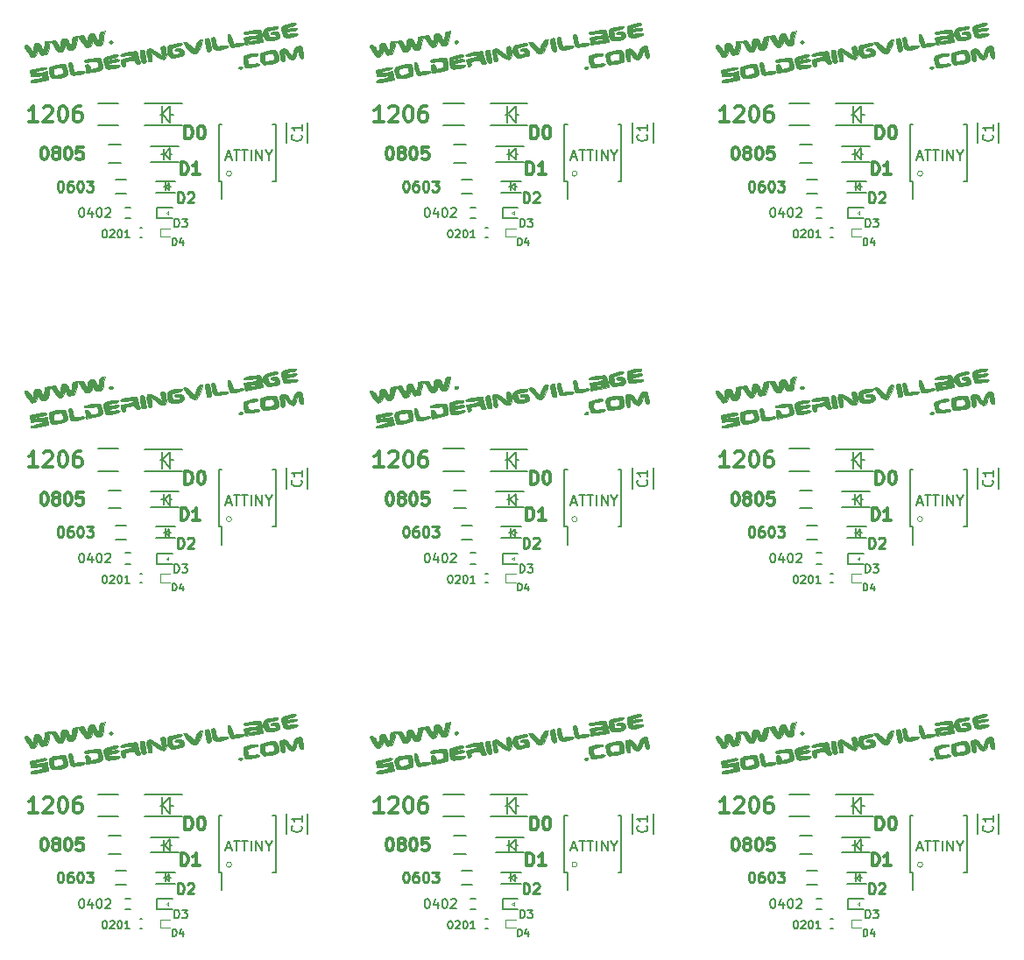
<source format=gto>
%MOIN*%
%OFA0B0*%
%FSLAX46Y46*%
%IPPOS*%
%LPD*%
%ADD10C,0.0039370078740157488*%
%ADD11C,0.005905511811023622*%
%ADD12C,0.0078740157480314977*%
%ADD13C,0.00984251968503937*%
%ADD14C,0.011811023622047244*%
%ADD15C,0.00039370078740157485*%
%ADD16C,0.006889763779527559*%
%ADD17C,0.012303149606299213*%
%ADD28C,0.0039370078740157488*%
%ADD29C,0.005905511811023622*%
%ADD30C,0.0078740157480314977*%
%ADD31C,0.00984251968503937*%
%ADD32C,0.011811023622047244*%
%ADD33C,0.00039370078740157485*%
%ADD34C,0.006889763779527559*%
%ADD35C,0.012303149606299213*%
%ADD36C,0.0039370078740157488*%
%ADD37C,0.005905511811023622*%
%ADD38C,0.0078740157480314977*%
%ADD39C,0.00984251968503937*%
%ADD40C,0.011811023622047244*%
%ADD41C,0.00039370078740157485*%
%ADD42C,0.006889763779527559*%
%ADD43C,0.012303149606299213*%
%ADD44C,0.0039370078740157488*%
%ADD45C,0.005905511811023622*%
%ADD46C,0.0078740157480314977*%
%ADD47C,0.00984251968503937*%
%ADD48C,0.011811023622047244*%
%ADD49C,0.00039370078740157485*%
%ADD50C,0.006889763779527559*%
%ADD51C,0.012303149606299213*%
%ADD52C,0.0039370078740157488*%
%ADD53C,0.005905511811023622*%
%ADD54C,0.0078740157480314977*%
%ADD55C,0.00984251968503937*%
%ADD56C,0.011811023622047244*%
%ADD57C,0.00039370078740157485*%
%ADD58C,0.006889763779527559*%
%ADD59C,0.012303149606299213*%
%ADD60C,0.0039370078740157488*%
%ADD61C,0.005905511811023622*%
%ADD62C,0.0078740157480314977*%
%ADD63C,0.00984251968503937*%
%ADD64C,0.011811023622047244*%
%ADD65C,0.00039370078740157485*%
%ADD66C,0.006889763779527559*%
%ADD67C,0.012303149606299213*%
%ADD68C,0.0039370078740157488*%
%ADD69C,0.005905511811023622*%
%ADD70C,0.0078740157480314977*%
%ADD71C,0.00984251968503937*%
%ADD72C,0.011811023622047244*%
%ADD73C,0.00039370078740157485*%
%ADD74C,0.006889763779527559*%
%ADD75C,0.012303149606299213*%
%ADD76C,0.0039370078740157488*%
%ADD77C,0.005905511811023622*%
%ADD78C,0.0078740157480314977*%
%ADD79C,0.00984251968503937*%
%ADD80C,0.011811023622047244*%
%ADD81C,0.00039370078740157485*%
%ADD82C,0.006889763779527559*%
%ADD83C,0.012303149606299213*%
%ADD84C,0.0039370078740157488*%
%ADD85C,0.005905511811023622*%
%ADD86C,0.0078740157480314977*%
%ADD87C,0.00984251968503937*%
%ADD88C,0.011811023622047244*%
%ADD89C,0.00039370078740157485*%
%ADD90C,0.006889763779527559*%
%ADD91C,0.012303149606299213*%
G01*
D10*
D11*
X0000368934Y0000144690D02*
X0000371791Y0000144690D01*
X0000374648Y0000143262D01*
X0000376077Y0000141833D01*
X0000377505Y0000138976D01*
X0000378934Y0000133262D01*
X0000378934Y0000126119D01*
X0000377505Y0000120405D01*
X0000376077Y0000117547D01*
X0000374648Y0000116119D01*
X0000371791Y0000114690D01*
X0000368934Y0000114690D01*
X0000366077Y0000116119D01*
X0000364648Y0000117547D01*
X0000363220Y0000120405D01*
X0000361791Y0000126119D01*
X0000361791Y0000133262D01*
X0000363220Y0000138976D01*
X0000364648Y0000141833D01*
X0000366077Y0000143262D01*
X0000368934Y0000144690D01*
X0000390363Y0000141833D02*
X0000391791Y0000143262D01*
X0000394648Y0000144690D01*
X0000401791Y0000144690D01*
X0000404648Y0000143262D01*
X0000406077Y0000141833D01*
X0000407505Y0000138976D01*
X0000407505Y0000136119D01*
X0000406077Y0000131833D01*
X0000388934Y0000114690D01*
X0000407505Y0000114690D01*
X0000426077Y0000144690D02*
X0000428934Y0000144690D01*
X0000431791Y0000143262D01*
X0000433220Y0000141833D01*
X0000434648Y0000138976D01*
X0000436077Y0000133262D01*
X0000436077Y0000126119D01*
X0000434648Y0000120405D01*
X0000433220Y0000117547D01*
X0000431791Y0000116119D01*
X0000428934Y0000114690D01*
X0000426077Y0000114690D01*
X0000423220Y0000116119D01*
X0000421791Y0000117547D01*
X0000420363Y0000120405D01*
X0000418934Y0000126119D01*
X0000418934Y0000133262D01*
X0000420363Y0000138976D01*
X0000421791Y0000141833D01*
X0000423220Y0000143262D01*
X0000426077Y0000144690D01*
X0000464648Y0000114690D02*
X0000447505Y0000114690D01*
X0000456077Y0000114690D02*
X0000456077Y0000144690D01*
X0000453220Y0000140405D01*
X0000450362Y0000137547D01*
X0000447505Y0000136119D01*
D12*
X0000281553Y0000227428D02*
X0000284886Y0000227428D01*
X0000288220Y0000225762D01*
X0000289886Y0000224095D01*
X0000291553Y0000220762D01*
X0000293220Y0000214095D01*
X0000293220Y0000205762D01*
X0000291553Y0000199095D01*
X0000289886Y0000195762D01*
X0000288220Y0000194095D01*
X0000284886Y0000192428D01*
X0000281553Y0000192428D01*
X0000278220Y0000194095D01*
X0000276553Y0000195762D01*
X0000274886Y0000199095D01*
X0000273220Y0000205762D01*
X0000273220Y0000214095D01*
X0000274886Y0000220762D01*
X0000276553Y0000224095D01*
X0000278220Y0000225762D01*
X0000281553Y0000227428D01*
X0000323220Y0000215762D02*
X0000323220Y0000192428D01*
X0000314886Y0000229095D02*
X0000306553Y0000204095D01*
X0000328220Y0000204095D01*
X0000348220Y0000227428D02*
X0000351553Y0000227428D01*
X0000354886Y0000225762D01*
X0000356553Y0000224095D01*
X0000358220Y0000220762D01*
X0000359886Y0000214095D01*
X0000359886Y0000205762D01*
X0000358220Y0000199095D01*
X0000356553Y0000195762D01*
X0000354886Y0000194095D01*
X0000351553Y0000192428D01*
X0000348220Y0000192428D01*
X0000344886Y0000194095D01*
X0000343220Y0000195762D01*
X0000341553Y0000199095D01*
X0000339886Y0000205762D01*
X0000339886Y0000214095D01*
X0000341553Y0000220762D01*
X0000343220Y0000224095D01*
X0000344886Y0000225762D01*
X0000348220Y0000227428D01*
X0000373220Y0000224095D02*
X0000374886Y0000225762D01*
X0000378220Y0000227428D01*
X0000386553Y0000227428D01*
X0000389886Y0000225762D01*
X0000391553Y0000224095D01*
X0000393220Y0000220762D01*
X0000393220Y0000217428D01*
X0000391553Y0000212428D01*
X0000371553Y0000192428D01*
X0000393220Y0000192428D01*
D13*
X0000200102Y0000329822D02*
X0000203851Y0000329822D01*
X0000207601Y0000327947D01*
X0000209476Y0000326072D01*
X0000211351Y0000322323D01*
X0000213225Y0000314823D01*
X0000213225Y0000305450D01*
X0000211351Y0000297951D01*
X0000209476Y0000294201D01*
X0000207601Y0000292326D01*
X0000203851Y0000290452D01*
X0000200102Y0000290452D01*
X0000196352Y0000292326D01*
X0000194478Y0000294201D01*
X0000192603Y0000297951D01*
X0000190728Y0000305450D01*
X0000190728Y0000314823D01*
X0000192603Y0000322323D01*
X0000194478Y0000326072D01*
X0000196352Y0000327947D01*
X0000200102Y0000329822D01*
X0000246971Y0000329822D02*
X0000239472Y0000329822D01*
X0000235722Y0000327947D01*
X0000233848Y0000326072D01*
X0000230098Y0000320448D01*
X0000228223Y0000312949D01*
X0000228223Y0000297951D01*
X0000230098Y0000294201D01*
X0000231973Y0000292326D01*
X0000235722Y0000290452D01*
X0000243222Y0000290452D01*
X0000246971Y0000292326D01*
X0000248846Y0000294201D01*
X0000250721Y0000297951D01*
X0000250721Y0000307324D01*
X0000248846Y0000311074D01*
X0000246971Y0000312949D01*
X0000243222Y0000314823D01*
X0000235722Y0000314823D01*
X0000231973Y0000312949D01*
X0000230098Y0000311074D01*
X0000228223Y0000307324D01*
X0000275093Y0000329822D02*
X0000278842Y0000329822D01*
X0000282592Y0000327947D01*
X0000284466Y0000326072D01*
X0000286341Y0000322323D01*
X0000288216Y0000314823D01*
X0000288216Y0000305450D01*
X0000286341Y0000297951D01*
X0000284466Y0000294201D01*
X0000282592Y0000292326D01*
X0000278842Y0000290452D01*
X0000275093Y0000290452D01*
X0000271343Y0000292326D01*
X0000269468Y0000294201D01*
X0000267593Y0000297951D01*
X0000265719Y0000305450D01*
X0000265719Y0000314823D01*
X0000267593Y0000322323D01*
X0000269468Y0000326072D01*
X0000271343Y0000327947D01*
X0000275093Y0000329822D01*
X0000301339Y0000329822D02*
X0000325711Y0000329822D01*
X0000312588Y0000314823D01*
X0000318212Y0000314823D01*
X0000321962Y0000312949D01*
X0000323836Y0000311074D01*
X0000325711Y0000307324D01*
X0000325711Y0000297951D01*
X0000323836Y0000294201D01*
X0000321962Y0000292326D01*
X0000318212Y0000290452D01*
X0000306964Y0000290452D01*
X0000303214Y0000292326D01*
X0000301339Y0000294201D01*
D14*
X0000138478Y0000459134D02*
X0000142978Y0000459134D01*
X0000147477Y0000456884D01*
X0000149727Y0000454634D01*
X0000151977Y0000450135D01*
X0000154226Y0000441136D01*
X0000154226Y0000429887D01*
X0000151977Y0000420888D01*
X0000149727Y0000416389D01*
X0000147477Y0000414139D01*
X0000142978Y0000411889D01*
X0000138478Y0000411889D01*
X0000133979Y0000414139D01*
X0000131729Y0000416389D01*
X0000129480Y0000420888D01*
X0000127230Y0000429887D01*
X0000127230Y0000441136D01*
X0000129480Y0000450135D01*
X0000131729Y0000454634D01*
X0000133979Y0000456884D01*
X0000138478Y0000459134D01*
X0000181223Y0000438886D02*
X0000176724Y0000441136D01*
X0000174474Y0000443386D01*
X0000172224Y0000447885D01*
X0000172224Y0000450135D01*
X0000174474Y0000454634D01*
X0000176724Y0000456884D01*
X0000181223Y0000459134D01*
X0000190222Y0000459134D01*
X0000194721Y0000456884D01*
X0000196971Y0000454634D01*
X0000199221Y0000450135D01*
X0000199221Y0000447885D01*
X0000196971Y0000443386D01*
X0000194721Y0000441136D01*
X0000190222Y0000438886D01*
X0000181223Y0000438886D01*
X0000176724Y0000436636D01*
X0000174474Y0000434387D01*
X0000172224Y0000429887D01*
X0000172224Y0000420888D01*
X0000174474Y0000416389D01*
X0000176724Y0000414139D01*
X0000181223Y0000411889D01*
X0000190222Y0000411889D01*
X0000194721Y0000414139D01*
X0000196971Y0000416389D01*
X0000199221Y0000420888D01*
X0000199221Y0000429887D01*
X0000196971Y0000434387D01*
X0000194721Y0000436636D01*
X0000190222Y0000438886D01*
X0000228467Y0000459134D02*
X0000232967Y0000459134D01*
X0000237466Y0000456884D01*
X0000239716Y0000454634D01*
X0000241965Y0000450135D01*
X0000244215Y0000441136D01*
X0000244215Y0000429887D01*
X0000241965Y0000420888D01*
X0000239716Y0000416389D01*
X0000237466Y0000414139D01*
X0000232967Y0000411889D01*
X0000228467Y0000411889D01*
X0000223968Y0000414139D01*
X0000221718Y0000416389D01*
X0000219468Y0000420888D01*
X0000217219Y0000429887D01*
X0000217219Y0000441136D01*
X0000219468Y0000450135D01*
X0000221718Y0000454634D01*
X0000223968Y0000456884D01*
X0000228467Y0000459134D01*
X0000286960Y0000459134D02*
X0000264463Y0000459134D01*
X0000262213Y0000436636D01*
X0000264463Y0000438886D01*
X0000268962Y0000441136D01*
X0000280211Y0000441136D01*
X0000284710Y0000438886D01*
X0000286960Y0000436636D01*
X0000289210Y0000432137D01*
X0000289210Y0000420888D01*
X0000286960Y0000416389D01*
X0000284710Y0000414139D01*
X0000280211Y0000411889D01*
X0000268962Y0000411889D01*
X0000264463Y0000414139D01*
X0000262213Y0000416389D01*
X0000115728Y0000556546D02*
X0000081982Y0000556546D01*
X0000098855Y0000556546D02*
X0000098855Y0000615602D01*
X0000093231Y0000607165D01*
X0000087607Y0000601541D01*
X0000081982Y0000598729D01*
X0000138225Y0000609977D02*
X0000141037Y0000612789D01*
X0000146662Y0000615602D01*
X0000160722Y0000615602D01*
X0000166347Y0000612789D01*
X0000169159Y0000609977D01*
X0000171971Y0000604353D01*
X0000171971Y0000598729D01*
X0000169159Y0000590292D01*
X0000135413Y0000556546D01*
X0000171971Y0000556546D01*
X0000208529Y0000615602D02*
X0000214153Y0000615602D01*
X0000219778Y0000612789D01*
X0000222590Y0000609977D01*
X0000225402Y0000604353D01*
X0000228214Y0000593104D01*
X0000228214Y0000579044D01*
X0000225402Y0000567795D01*
X0000222590Y0000562171D01*
X0000219778Y0000559359D01*
X0000214153Y0000556546D01*
X0000208529Y0000556546D01*
X0000202905Y0000559359D01*
X0000200093Y0000562171D01*
X0000197280Y0000567795D01*
X0000194468Y0000579044D01*
X0000194468Y0000593104D01*
X0000197280Y0000604353D01*
X0000200093Y0000609977D01*
X0000202905Y0000612789D01*
X0000208529Y0000615602D01*
X0000278833Y0000615602D02*
X0000267584Y0000615602D01*
X0000261960Y0000612789D01*
X0000259148Y0000609977D01*
X0000253523Y0000601541D01*
X0000250711Y0000590292D01*
X0000250711Y0000567795D01*
X0000253523Y0000562171D01*
X0000256335Y0000559359D01*
X0000261960Y0000556546D01*
X0000273208Y0000556546D01*
X0000278833Y0000559359D01*
X0000281645Y0000562171D01*
X0000284457Y0000567795D01*
X0000284457Y0000581856D01*
X0000281645Y0000587480D01*
X0000278833Y0000590292D01*
X0000273208Y0000593104D01*
X0000261960Y0000593104D01*
X0000256335Y0000590292D01*
X0000253523Y0000587480D01*
X0000250711Y0000581856D01*
D10*
X0000620031Y0000117514D02*
X0000580661Y0000117514D01*
X0000580661Y0000117514D02*
X0000580661Y0000149010D01*
X0000580661Y0000149010D02*
X0000620031Y0000149010D01*
D11*
X0000627905Y0000188577D02*
X0000568850Y0000188577D01*
X0000568850Y0000188577D02*
X0000568850Y0000227947D01*
X0000568850Y0000227947D02*
X0000627905Y0000227947D01*
D10*
X0000612157Y0000202356D02*
X0000612157Y0000214167D01*
X0000604283Y0000208262D02*
X0000612157Y0000202356D01*
X0000604283Y0000208262D02*
X0000612157Y0000214167D01*
D11*
X0000588535Y0000555703D02*
X0000588535Y0000551766D01*
X0000588535Y0000610821D02*
X0000588535Y0000614758D01*
X0000620031Y0000583262D02*
X0000631842Y0000583262D01*
X0000620031Y0000551766D02*
X0000620031Y0000610821D01*
X0000620031Y0000610821D02*
X0000620031Y0000614758D01*
X0000616094Y0000555703D02*
X0000620031Y0000551766D01*
X0000616094Y0000610821D02*
X0000620031Y0000614758D01*
X0000580661Y0000583262D02*
X0000588535Y0000583262D01*
X0000588535Y0000563577D02*
X0000588535Y0000555703D01*
X0000588535Y0000602947D02*
X0000588535Y0000610821D01*
X0000592472Y0000583262D02*
X0000616094Y0000555703D01*
X0000616094Y0000610821D02*
X0000592472Y0000587199D01*
X0000523574Y0000541923D02*
X0000665306Y0000541923D01*
X0000523574Y0000624600D02*
X0000665306Y0000624600D01*
X0000588535Y0000602947D02*
X0000588535Y0000563577D01*
X0001062865Y0000552632D02*
X0001062865Y0000473892D01*
X0001143574Y0000473892D02*
X0001143574Y0000552632D01*
X0000620031Y0000433262D02*
X0000625936Y0000433262D01*
X0000586566Y0000433262D02*
X0000600346Y0000433262D01*
X0000598377Y0000433262D02*
X0000620031Y0000454915D01*
X0000620031Y0000454915D02*
X0000620031Y0000411608D01*
X0000620031Y0000411608D02*
X0000598377Y0000433262D01*
X0000594440Y0000447041D02*
X0000594440Y0000452947D01*
X0000594440Y0000419482D02*
X0000594440Y0000413577D01*
X0000545228Y0000403734D02*
X0000651527Y0000403734D01*
X0000545228Y0000462789D02*
X0000651527Y0000462789D01*
X0000594440Y0000447041D02*
X0000594440Y0000419482D01*
X0000616094Y0000308262D02*
X0000621999Y0000308262D01*
X0000594440Y0000308262D02*
X0000602314Y0000308262D01*
X0000604283Y0000308262D02*
X0000616094Y0000322041D01*
X0000616094Y0000322041D02*
X0000616094Y0000294482D01*
X0000616094Y0000294482D02*
X0000600346Y0000308262D01*
X0000600346Y0000308262D02*
X0000602314Y0000308262D01*
X0000600346Y0000324010D02*
X0000600346Y0000294482D01*
X0000564913Y0000286608D02*
X0000639716Y0000286608D01*
X0000564913Y0000329915D02*
X0000639716Y0000329915D01*
D10*
X0000853220Y0000358262D02*
G75*
G03X0000853220Y0000358262I-0000010000D01*
G01*
D11*
X0000804755Y0000329994D02*
X0000816566Y0000329994D01*
X0000804755Y0000546530D02*
X0000816566Y0000546530D01*
X0001021684Y0000546530D02*
X0001009873Y0000546530D01*
X0001021684Y0000329994D02*
X0001009873Y0000329994D01*
X0000804755Y0000329994D02*
X0000804755Y0000546530D01*
X0001021684Y0000329994D02*
X0001021684Y0000546530D01*
X0000816566Y0000329994D02*
X0000816566Y0000261096D01*
X0000343850Y0000625585D02*
X0000422590Y0000625585D01*
X0000422590Y0000540939D02*
X0000343850Y0000540939D01*
X0000384598Y0000467711D02*
X0000431842Y0000467711D01*
X0000431842Y0000398813D02*
X0000384598Y0000398813D01*
X0000413535Y0000334837D02*
X0000452905Y0000334837D01*
X0000452905Y0000281687D02*
X0000413535Y0000281687D01*
X0000448377Y0000187592D02*
X0000468062Y0000187592D01*
X0000468062Y0000228931D02*
X0000448377Y0000228931D01*
X0000503692Y0000115939D02*
X0000512747Y0000115939D01*
X0000512747Y0000150585D02*
X0000503692Y0000150585D01*
D15*
G36*
X0000892399Y0000765513D02*
X0000894280Y0000762615D01*
X0000892066Y0000757714D01*
X0000888065Y0000755981D01*
X0000881838Y0000757191D01*
X0000879956Y0000760089D01*
X0000882170Y0000764990D01*
X0000886171Y0000766724D01*
X0000892399Y0000765513D01*
X0000892399Y0000765513D01*
G37*
X0000892399Y0000765513D02*
X0000894280Y0000762615D01*
X0000892066Y0000757714D01*
X0000888065Y0000755981D01*
X0000881838Y0000757191D01*
X0000879956Y0000760089D01*
X0000882170Y0000764990D01*
X0000886171Y0000766724D01*
X0000892399Y0000765513D01*
G36*
X0000939951Y0000816482D02*
X0000947743Y0000816628D01*
X0000951248Y0000814832D01*
X0000951795Y0000813373D01*
X0000950583Y0000809802D01*
X0000944618Y0000807032D01*
X0000933287Y0000804571D01*
X0000921699Y0000802088D01*
X0000915566Y0000799254D01*
X0000913100Y0000795110D01*
X0000912822Y0000793578D01*
X0000913651Y0000783904D01*
X0000915347Y0000779253D01*
X0000918603Y0000775451D01*
X0000924290Y0000774217D01*
X0000934419Y0000775260D01*
X0000938338Y0000775922D01*
X0000950221Y0000777509D01*
X0000956560Y0000776845D01*
X0000958740Y0000773981D01*
X0000957757Y0000770761D01*
X0000952655Y0000768137D01*
X0000942161Y0000765583D01*
X0000935336Y0000764316D01*
X0000921316Y0000762491D01*
X0000910699Y0000762361D01*
X0000905929Y0000763561D01*
X0000902270Y0000769093D01*
X0000898968Y0000778890D01*
X0000897970Y0000783574D01*
X0000896938Y0000794592D01*
X0000897741Y0000803065D01*
X0000898605Y0000805102D01*
X0000904095Y0000808487D01*
X0000914924Y0000811967D01*
X0000926496Y0000814451D01*
X0000939951Y0000816482D01*
X0000939951Y0000816482D01*
G37*
X0000939951Y0000816482D02*
X0000947743Y0000816628D01*
X0000951248Y0000814832D01*
X0000951795Y0000813373D01*
X0000950583Y0000809802D01*
X0000944618Y0000807032D01*
X0000933287Y0000804571D01*
X0000921699Y0000802088D01*
X0000915566Y0000799254D01*
X0000913100Y0000795110D01*
X0000912822Y0000793578D01*
X0000913651Y0000783904D01*
X0000915347Y0000779253D01*
X0000918603Y0000775451D01*
X0000924290Y0000774217D01*
X0000934419Y0000775260D01*
X0000938338Y0000775922D01*
X0000950221Y0000777509D01*
X0000956560Y0000776845D01*
X0000958740Y0000773981D01*
X0000957757Y0000770761D01*
X0000952655Y0000768137D01*
X0000942161Y0000765583D01*
X0000935336Y0000764316D01*
X0000921316Y0000762491D01*
X0000910699Y0000762361D01*
X0000905929Y0000763561D01*
X0000902270Y0000769093D01*
X0000898968Y0000778890D01*
X0000897970Y0000783574D01*
X0000896938Y0000794592D01*
X0000897741Y0000803065D01*
X0000898605Y0000805102D01*
X0000904095Y0000808487D01*
X0000914924Y0000811967D01*
X0000926496Y0000814451D01*
X0000939951Y0000816482D01*
G36*
X0001006602Y0000827948D02*
X0001017501Y0000828163D01*
X0001022511Y0000826950D01*
X0001026170Y0000821419D01*
X0001029472Y0000811622D01*
X0001030471Y0000806938D01*
X0001031502Y0000795920D01*
X0001030700Y0000787447D01*
X0001029836Y0000785409D01*
X0001024242Y0000781967D01*
X0001013755Y0000778647D01*
X0001000747Y0000775870D01*
X0000987591Y0000774052D01*
X0000976662Y0000773612D01*
X0000970389Y0000774927D01*
X0000966730Y0000780459D01*
X0000963428Y0000790256D01*
X0000962916Y0000792660D01*
X0000978126Y0000795342D01*
X0000979898Y0000790446D01*
X0000983222Y0000786394D01*
X0000988719Y0000785417D01*
X0000998615Y0000787192D01*
X0001000046Y0000787536D01*
X0001010015Y0000790250D01*
X0001014537Y0000793201D01*
X0001015247Y0000798281D01*
X0001014356Y0000804096D01*
X0001012648Y0000811655D01*
X0001009612Y0000815059D01*
X0001003062Y0000815527D01*
X0000995245Y0000814763D01*
X0000984669Y0000813100D01*
X0000979384Y0000810470D01*
X0000977407Y0000805810D01*
X0000977308Y0000805138D01*
X0000978126Y0000795342D01*
X0000962916Y0000792660D01*
X0000962430Y0000794940D01*
X0000961398Y0000805958D01*
X0000962201Y0000814431D01*
X0000963065Y0000816468D01*
X0000968596Y0000819858D01*
X0000979637Y0000823365D01*
X0000992030Y0000826007D01*
X0001006602Y0000827948D01*
X0001006602Y0000827948D01*
G37*
X0001006602Y0000827948D02*
X0001017501Y0000828163D01*
X0001022511Y0000826950D01*
X0001026170Y0000821419D01*
X0001029472Y0000811622D01*
X0001030471Y0000806938D01*
X0001031502Y0000795920D01*
X0001030700Y0000787447D01*
X0001029836Y0000785409D01*
X0001024242Y0000781967D01*
X0001013755Y0000778647D01*
X0001000747Y0000775870D01*
X0000987591Y0000774052D01*
X0000976662Y0000773612D01*
X0000970389Y0000774927D01*
X0000966730Y0000780459D01*
X0000963428Y0000790256D01*
X0000962916Y0000792660D01*
X0000978126Y0000795342D01*
X0000979898Y0000790446D01*
X0000983222Y0000786394D01*
X0000988719Y0000785417D01*
X0000998615Y0000787192D01*
X0001000046Y0000787536D01*
X0001010015Y0000790250D01*
X0001014537Y0000793201D01*
X0001015247Y0000798281D01*
X0001014356Y0000804096D01*
X0001012648Y0000811655D01*
X0001009612Y0000815059D01*
X0001003062Y0000815527D01*
X0000995245Y0000814763D01*
X0000984669Y0000813100D01*
X0000979384Y0000810470D01*
X0000977407Y0000805810D01*
X0000977308Y0000805138D01*
X0000978126Y0000795342D01*
X0000962916Y0000792660D01*
X0000962430Y0000794940D01*
X0000961398Y0000805958D01*
X0000962201Y0000814431D01*
X0000963065Y0000816468D01*
X0000968596Y0000819858D01*
X0000979637Y0000823365D01*
X0000992030Y0000826007D01*
X0001006602Y0000827948D01*
G36*
X0001115537Y0000844511D02*
X0001118845Y0000841700D01*
X0001121196Y0000835276D01*
X0001123542Y0000823561D01*
X0001123908Y0000821497D01*
X0001125895Y0000808860D01*
X0001126114Y0000801665D01*
X0001124370Y0000798253D01*
X0001121034Y0000797059D01*
X0001116422Y0000797514D01*
X0001113171Y0000801932D01*
X0001110156Y0000811898D01*
X0001109990Y0000812577D01*
X0001105912Y0000829324D01*
X0001099968Y0000810680D01*
X0001094097Y0000797416D01*
X0001087067Y0000791274D01*
X0001078645Y0000792219D01*
X0001068600Y0000800219D01*
X0001064010Y0000805467D01*
X0001052170Y0000819995D01*
X0001054078Y0000802792D01*
X0001054757Y0000792062D01*
X0001053353Y0000786563D01*
X0001049354Y0000784424D01*
X0001049019Y0000784361D01*
X0001045101Y0000784475D01*
X0001042398Y0000787495D01*
X0001040158Y0000794914D01*
X0001037961Y0000806342D01*
X0001035940Y0000818964D01*
X0001035690Y0000826361D01*
X0001037532Y0000830435D01*
X0001041791Y0000833088D01*
X0001042563Y0000833438D01*
X0001053296Y0000834592D01*
X0001063943Y0000828775D01*
X0001072966Y0000817856D01*
X0001078020Y0000811253D01*
X0001081759Y0000808604D01*
X0001081870Y0000808616D01*
X0001084451Y0000812109D01*
X0001086977Y0000819906D01*
X0001087076Y0000820344D01*
X0001092515Y0000834910D01*
X0001100803Y0000843370D01*
X0001110316Y0000845385D01*
X0001115537Y0000844511D01*
X0001115537Y0000844511D01*
G37*
X0001115537Y0000844511D02*
X0001118845Y0000841700D01*
X0001121196Y0000835276D01*
X0001123542Y0000823561D01*
X0001123908Y0000821497D01*
X0001125895Y0000808860D01*
X0001126114Y0000801665D01*
X0001124370Y0000798253D01*
X0001121034Y0000797059D01*
X0001116422Y0000797514D01*
X0001113171Y0000801932D01*
X0001110156Y0000811898D01*
X0001109990Y0000812577D01*
X0001105912Y0000829324D01*
X0001099968Y0000810680D01*
X0001094097Y0000797416D01*
X0001087067Y0000791274D01*
X0001078645Y0000792219D01*
X0001068600Y0000800219D01*
X0001064010Y0000805467D01*
X0001052170Y0000819995D01*
X0001054078Y0000802792D01*
X0001054757Y0000792062D01*
X0001053353Y0000786563D01*
X0001049354Y0000784424D01*
X0001049019Y0000784361D01*
X0001045101Y0000784475D01*
X0001042398Y0000787495D01*
X0001040158Y0000794914D01*
X0001037961Y0000806342D01*
X0001035940Y0000818964D01*
X0001035690Y0000826361D01*
X0001037532Y0000830435D01*
X0001041791Y0000833088D01*
X0001042563Y0000833438D01*
X0001053296Y0000834592D01*
X0001063943Y0000828775D01*
X0001072966Y0000817856D01*
X0001078020Y0000811253D01*
X0001081759Y0000808604D01*
X0001081870Y0000808616D01*
X0001084451Y0000812109D01*
X0001086977Y0000819906D01*
X0001087076Y0000820344D01*
X0001092515Y0000834910D01*
X0001100803Y0000843370D01*
X0001110316Y0000845385D01*
X0001115537Y0000844511D01*
G36*
X0000141438Y0000763777D02*
X0000146564Y0000763334D01*
X0000148604Y0000761224D01*
X0000148769Y0000760541D01*
X0000147867Y0000757213D01*
X0000142915Y0000754576D01*
X0000132591Y0000752060D01*
X0000126463Y0000750926D01*
X0000114389Y0000748275D01*
X0000106297Y0000745466D01*
X0000103818Y0000743240D01*
X0000107437Y0000741949D01*
X0000116375Y0000742204D01*
X0000127726Y0000743763D01*
X0000151004Y0000747868D01*
X0000156687Y0000715638D01*
X0000122666Y0000709639D01*
X0000106322Y0000706968D01*
X0000095871Y0000705881D01*
X0000090114Y0000706351D01*
X0000087851Y0000708352D01*
X0000087726Y0000708855D01*
X0000088993Y0000712085D01*
X0000094785Y0000715055D01*
X0000106223Y0000718256D01*
X0000112584Y0000719700D01*
X0000127269Y0000723553D01*
X0000135000Y0000726925D01*
X0000135773Y0000729436D01*
X0000129584Y0000730706D01*
X0000116431Y0000730357D01*
X0000112671Y0000730031D01*
X0000089913Y0000727865D01*
X0000085493Y0000752933D01*
X0000116645Y0000759492D01*
X0000131905Y0000762511D01*
X0000141438Y0000763777D01*
X0000141438Y0000763777D01*
G37*
X0000141438Y0000763777D02*
X0000146564Y0000763334D01*
X0000148604Y0000761224D01*
X0000148769Y0000760541D01*
X0000147867Y0000757213D01*
X0000142915Y0000754576D01*
X0000132591Y0000752060D01*
X0000126463Y0000750926D01*
X0000114389Y0000748275D01*
X0000106297Y0000745466D01*
X0000103818Y0000743240D01*
X0000107437Y0000741949D01*
X0000116375Y0000742204D01*
X0000127726Y0000743763D01*
X0000151004Y0000747868D01*
X0000156687Y0000715638D01*
X0000122666Y0000709639D01*
X0000106322Y0000706968D01*
X0000095871Y0000705881D01*
X0000090114Y0000706351D01*
X0000087851Y0000708352D01*
X0000087726Y0000708855D01*
X0000088993Y0000712085D01*
X0000094785Y0000715055D01*
X0000106223Y0000718256D01*
X0000112584Y0000719700D01*
X0000127269Y0000723553D01*
X0000135000Y0000726925D01*
X0000135773Y0000729436D01*
X0000129584Y0000730706D01*
X0000116431Y0000730357D01*
X0000112671Y0000730031D01*
X0000089913Y0000727865D01*
X0000085493Y0000752933D01*
X0000116645Y0000759492D01*
X0000131905Y0000762511D01*
X0000141438Y0000763777D01*
G36*
X0000203601Y0000774977D02*
X0000214500Y0000775192D01*
X0000219510Y0000773979D01*
X0000223512Y0000767869D01*
X0000226644Y0000757521D01*
X0000228372Y0000745964D01*
X0000228163Y0000736223D01*
X0000226835Y0000732438D01*
X0000221304Y0000729048D01*
X0000210263Y0000725541D01*
X0000197870Y0000722899D01*
X0000183298Y0000720958D01*
X0000172399Y0000720743D01*
X0000167388Y0000721956D01*
X0000163387Y0000728066D01*
X0000160255Y0000738413D01*
X0000160060Y0000739714D01*
X0000175125Y0000742371D01*
X0000176898Y0000737474D01*
X0000180221Y0000733422D01*
X0000185718Y0000732445D01*
X0000195614Y0000734221D01*
X0000197045Y0000734565D01*
X0000207014Y0000737278D01*
X0000211536Y0000740229D01*
X0000212246Y0000745309D01*
X0000211355Y0000751125D01*
X0000209647Y0000758684D01*
X0000206611Y0000762088D01*
X0000200061Y0000762555D01*
X0000192244Y0000761791D01*
X0000181668Y0000760128D01*
X0000176383Y0000757499D01*
X0000174406Y0000752838D01*
X0000174307Y0000752167D01*
X0000175125Y0000742371D01*
X0000160060Y0000739714D01*
X0000158527Y0000749971D01*
X0000158736Y0000759711D01*
X0000160064Y0000763497D01*
X0000165595Y0000766887D01*
X0000176636Y0000770394D01*
X0000189029Y0000773035D01*
X0000203601Y0000774977D01*
X0000203601Y0000774977D01*
G37*
X0000203601Y0000774977D02*
X0000214500Y0000775192D01*
X0000219510Y0000773979D01*
X0000223512Y0000767869D01*
X0000226644Y0000757521D01*
X0000228372Y0000745964D01*
X0000228163Y0000736223D01*
X0000226835Y0000732438D01*
X0000221304Y0000729048D01*
X0000210263Y0000725541D01*
X0000197870Y0000722899D01*
X0000183298Y0000720958D01*
X0000172399Y0000720743D01*
X0000167388Y0000721956D01*
X0000163387Y0000728066D01*
X0000160255Y0000738413D01*
X0000160060Y0000739714D01*
X0000175125Y0000742371D01*
X0000176898Y0000737474D01*
X0000180221Y0000733422D01*
X0000185718Y0000732445D01*
X0000195614Y0000734221D01*
X0000197045Y0000734565D01*
X0000207014Y0000737278D01*
X0000211536Y0000740229D01*
X0000212246Y0000745309D01*
X0000211355Y0000751125D01*
X0000209647Y0000758684D01*
X0000206611Y0000762088D01*
X0000200061Y0000762555D01*
X0000192244Y0000761791D01*
X0000181668Y0000760128D01*
X0000176383Y0000757499D01*
X0000174406Y0000752838D01*
X0000174307Y0000752167D01*
X0000175125Y0000742371D01*
X0000160060Y0000739714D01*
X0000158527Y0000749971D01*
X0000158736Y0000759711D01*
X0000160064Y0000763497D01*
X0000165595Y0000766887D01*
X0000176636Y0000770394D01*
X0000189029Y0000773035D01*
X0000203601Y0000774977D01*
G36*
X0000241582Y0000781178D02*
X0000244716Y0000777205D01*
X0000247607Y0000768051D01*
X0000248560Y0000764147D01*
X0000252957Y0000745537D01*
X0000273738Y0000748093D01*
X0000286494Y0000749093D01*
X0000293370Y0000748044D01*
X0000295435Y0000745457D01*
X0000292716Y0000742156D01*
X0000284836Y0000738909D01*
X0000273897Y0000736124D01*
X0000262003Y0000734207D01*
X0000251256Y0000733567D01*
X0000243759Y0000734612D01*
X0000242592Y0000735216D01*
X0000239233Y0000740543D01*
X0000235852Y0000750589D01*
X0000233875Y0000759526D01*
X0000232088Y0000771355D01*
X0000232221Y0000777849D01*
X0000234537Y0000780758D01*
X0000237187Y0000781527D01*
X0000241582Y0000781178D01*
X0000241582Y0000781178D01*
G37*
X0000241582Y0000781178D02*
X0000244716Y0000777205D01*
X0000247607Y0000768051D01*
X0000248560Y0000764147D01*
X0000252957Y0000745537D01*
X0000273738Y0000748093D01*
X0000286494Y0000749093D01*
X0000293370Y0000748044D01*
X0000295435Y0000745457D01*
X0000292716Y0000742156D01*
X0000284836Y0000738909D01*
X0000273897Y0000736124D01*
X0000262003Y0000734207D01*
X0000251256Y0000733567D01*
X0000243759Y0000734612D01*
X0000242592Y0000735216D01*
X0000239233Y0000740543D01*
X0000235852Y0000750589D01*
X0000233875Y0000759526D01*
X0000232088Y0000771355D01*
X0000232221Y0000777849D01*
X0000234537Y0000780758D01*
X0000237187Y0000781527D01*
X0000241582Y0000781178D01*
G36*
X0000334850Y0000798162D02*
X0000346412Y0000798575D01*
X0000352012Y0000797342D01*
X0000356013Y0000791232D01*
X0000359145Y0000780885D01*
X0000360873Y0000769327D01*
X0000360664Y0000759587D01*
X0000359336Y0000755801D01*
X0000353727Y0000752408D01*
X0000342247Y0000748844D01*
X0000327864Y0000745821D01*
X0000299931Y0000740896D01*
X0000297046Y0000757260D01*
X0000295628Y0000767298D01*
X0000296462Y0000772159D01*
X0000300164Y0000773754D01*
X0000302420Y0000773900D01*
X0000309627Y0000771705D01*
X0000313602Y0000764338D01*
X0000316026Y0000758268D01*
X0000319919Y0000756206D01*
X0000327650Y0000757333D01*
X0000331295Y0000758227D01*
X0000340545Y0000760957D01*
X0000344390Y0000764291D01*
X0000344523Y0000770421D01*
X0000343856Y0000774488D01*
X0000341646Y0000787022D01*
X0000317287Y0000783819D01*
X0000303480Y0000782421D01*
X0000295535Y0000782801D01*
X0000292235Y0000785055D01*
X0000292009Y0000785823D01*
X0000293035Y0000788808D01*
X0000298088Y0000791367D01*
X0000308361Y0000793947D01*
X0000319024Y0000795957D01*
X0000334850Y0000798162D01*
X0000334850Y0000798162D01*
G37*
X0000334850Y0000798162D02*
X0000346412Y0000798575D01*
X0000352012Y0000797342D01*
X0000356013Y0000791232D01*
X0000359145Y0000780885D01*
X0000360873Y0000769327D01*
X0000360664Y0000759587D01*
X0000359336Y0000755801D01*
X0000353727Y0000752408D01*
X0000342247Y0000748844D01*
X0000327864Y0000745821D01*
X0000299931Y0000740896D01*
X0000297046Y0000757260D01*
X0000295628Y0000767298D01*
X0000296462Y0000772159D01*
X0000300164Y0000773754D01*
X0000302420Y0000773900D01*
X0000309627Y0000771705D01*
X0000313602Y0000764338D01*
X0000316026Y0000758268D01*
X0000319919Y0000756206D01*
X0000327650Y0000757333D01*
X0000331295Y0000758227D01*
X0000340545Y0000760957D01*
X0000344390Y0000764291D01*
X0000344523Y0000770421D01*
X0000343856Y0000774488D01*
X0000341646Y0000787022D01*
X0000317287Y0000783819D01*
X0000303480Y0000782421D01*
X0000295535Y0000782801D01*
X0000292235Y0000785055D01*
X0000292009Y0000785823D01*
X0000293035Y0000788808D01*
X0000298088Y0000791367D01*
X0000308361Y0000793947D01*
X0000319024Y0000795957D01*
X0000334850Y0000798162D01*
G36*
X0000409115Y0000811500D02*
X0000416907Y0000811646D01*
X0000420412Y0000809850D01*
X0000420959Y0000808392D01*
X0000419749Y0000804822D01*
X0000413791Y0000802054D01*
X0000402421Y0000799584D01*
X0000391313Y0000796998D01*
X0000383547Y0000794013D01*
X0000381354Y0000792177D01*
X0000383629Y0000790422D01*
X0000392132Y0000790660D01*
X0000401471Y0000792032D01*
X0000414088Y0000793839D01*
X0000421107Y0000793593D01*
X0000423935Y0000791198D01*
X0000424116Y0000790486D01*
X0000423030Y0000787098D01*
X0000417529Y0000784401D01*
X0000406324Y0000781825D01*
X0000403278Y0000781273D01*
X0000389924Y0000778037D01*
X0000383584Y0000774749D01*
X0000384036Y0000772077D01*
X0000391057Y0000770693D01*
X0000404424Y0000771265D01*
X0000406522Y0000771507D01*
X0000419193Y0000772471D01*
X0000425979Y0000771358D01*
X0000427936Y0000768821D01*
X0000425217Y0000765520D01*
X0000417337Y0000762273D01*
X0000406399Y0000759487D01*
X0000394505Y0000757571D01*
X0000383758Y0000756931D01*
X0000376261Y0000757975D01*
X0000375093Y0000758580D01*
X0000371092Y0000764690D01*
X0000367960Y0000775037D01*
X0000366232Y0000786595D01*
X0000366441Y0000796335D01*
X0000367769Y0000800121D01*
X0000373259Y0000803505D01*
X0000384088Y0000806985D01*
X0000395660Y0000809470D01*
X0000409115Y0000811500D01*
X0000409115Y0000811500D01*
G37*
X0000409115Y0000811500D02*
X0000416907Y0000811646D01*
X0000420412Y0000809850D01*
X0000420959Y0000808392D01*
X0000419749Y0000804822D01*
X0000413791Y0000802054D01*
X0000402421Y0000799584D01*
X0000391313Y0000796998D01*
X0000383547Y0000794013D01*
X0000381354Y0000792177D01*
X0000383629Y0000790422D01*
X0000392132Y0000790660D01*
X0000401471Y0000792032D01*
X0000414088Y0000793839D01*
X0000421107Y0000793593D01*
X0000423935Y0000791198D01*
X0000424116Y0000790486D01*
X0000423030Y0000787098D01*
X0000417529Y0000784401D01*
X0000406324Y0000781825D01*
X0000403278Y0000781273D01*
X0000389924Y0000778037D01*
X0000383584Y0000774749D01*
X0000384036Y0000772077D01*
X0000391057Y0000770693D01*
X0000404424Y0000771265D01*
X0000406522Y0000771507D01*
X0000419193Y0000772471D01*
X0000425979Y0000771358D01*
X0000427936Y0000768821D01*
X0000425217Y0000765520D01*
X0000417337Y0000762273D01*
X0000406399Y0000759487D01*
X0000394505Y0000757571D01*
X0000383758Y0000756931D01*
X0000376261Y0000757975D01*
X0000375093Y0000758580D01*
X0000371092Y0000764690D01*
X0000367960Y0000775037D01*
X0000366232Y0000786595D01*
X0000366441Y0000796335D01*
X0000367769Y0000800121D01*
X0000373259Y0000803505D01*
X0000384088Y0000806985D01*
X0000395660Y0000809470D01*
X0000409115Y0000811500D01*
G36*
X0000476161Y0000823582D02*
X0000486385Y0000824030D01*
X0000492326Y0000822868D01*
X0000493035Y0000822024D01*
X0000494713Y0000815654D01*
X0000496903Y0000806050D01*
X0000497085Y0000805199D01*
X0000500164Y0000794246D01*
X0000503883Y0000785252D01*
X0000503926Y0000785174D01*
X0000506019Y0000779364D01*
X0000502469Y0000776722D01*
X0000499313Y0000776052D01*
X0000491319Y0000776984D01*
X0000486682Y0000783056D01*
X0000483619Y0000788056D01*
X0000478950Y0000789972D01*
X0000470429Y0000789365D01*
X0000465019Y0000788467D01*
X0000454469Y0000786305D01*
X0000449453Y0000783882D01*
X0000448298Y0000779953D01*
X0000448760Y0000776369D01*
X0000448319Y0000769053D01*
X0000443176Y0000766154D01*
X0000438255Y0000766541D01*
X0000435325Y0000771082D01*
X0000433517Y0000779052D01*
X0000431020Y0000793212D01*
X0000455006Y0000798534D01*
X0000466936Y0000801684D01*
X0000475317Y0000804866D01*
X0000478366Y0000807399D01*
X0000478360Y0000807436D01*
X0000474745Y0000808796D01*
X0000465862Y0000808942D01*
X0000453619Y0000807846D01*
X0000453370Y0000807814D01*
X0000439563Y0000806416D01*
X0000431617Y0000806796D01*
X0000428317Y0000809050D01*
X0000428092Y0000809818D01*
X0000430892Y0000812903D01*
X0000439021Y0000816183D01*
X0000450557Y0000819297D01*
X0000463578Y0000821883D01*
X0000476161Y0000823582D01*
X0000476161Y0000823582D01*
G37*
X0000476161Y0000823582D02*
X0000486385Y0000824030D01*
X0000492326Y0000822868D01*
X0000493035Y0000822024D01*
X0000494713Y0000815654D01*
X0000496903Y0000806050D01*
X0000497085Y0000805199D01*
X0000500164Y0000794246D01*
X0000503883Y0000785252D01*
X0000503926Y0000785174D01*
X0000506019Y0000779364D01*
X0000502469Y0000776722D01*
X0000499313Y0000776052D01*
X0000491319Y0000776984D01*
X0000486682Y0000783056D01*
X0000483619Y0000788056D01*
X0000478950Y0000789972D01*
X0000470429Y0000789365D01*
X0000465019Y0000788467D01*
X0000454469Y0000786305D01*
X0000449453Y0000783882D01*
X0000448298Y0000779953D01*
X0000448760Y0000776369D01*
X0000448319Y0000769053D01*
X0000443176Y0000766154D01*
X0000438255Y0000766541D01*
X0000435325Y0000771082D01*
X0000433517Y0000779052D01*
X0000431020Y0000793212D01*
X0000455006Y0000798534D01*
X0000466936Y0000801684D01*
X0000475317Y0000804866D01*
X0000478366Y0000807399D01*
X0000478360Y0000807436D01*
X0000474745Y0000808796D01*
X0000465862Y0000808942D01*
X0000453619Y0000807846D01*
X0000453370Y0000807814D01*
X0000439563Y0000806416D01*
X0000431617Y0000806796D01*
X0000428317Y0000809050D01*
X0000428092Y0000809818D01*
X0000430892Y0000812903D01*
X0000439021Y0000816183D01*
X0000450557Y0000819297D01*
X0000463578Y0000821883D01*
X0000476161Y0000823582D01*
G36*
X0000516072Y0000830322D02*
X0000519128Y0000828647D01*
X0000521329Y0000823380D01*
X0000523508Y0000813058D01*
X0000524703Y0000806376D01*
X0000526881Y0000793256D01*
X0000527436Y0000785626D01*
X0000526086Y0000781825D01*
X0000522549Y0000780196D01*
X0000520170Y0000779730D01*
X0000515428Y0000779274D01*
X0000512372Y0000780948D01*
X0000510171Y0000786215D01*
X0000507992Y0000796537D01*
X0000506797Y0000803219D01*
X0000504620Y0000816339D01*
X0000504065Y0000823969D01*
X0000505414Y0000827770D01*
X0000508951Y0000829399D01*
X0000511330Y0000829865D01*
X0000516072Y0000830322D01*
X0000516072Y0000830322D01*
G37*
X0000516072Y0000830322D02*
X0000519128Y0000828647D01*
X0000521329Y0000823380D01*
X0000523508Y0000813058D01*
X0000524703Y0000806376D01*
X0000526881Y0000793256D01*
X0000527436Y0000785626D01*
X0000526086Y0000781825D01*
X0000522549Y0000780196D01*
X0000520170Y0000779730D01*
X0000515428Y0000779274D01*
X0000512372Y0000780948D01*
X0000510171Y0000786215D01*
X0000507992Y0000796537D01*
X0000506797Y0000803219D01*
X0000504620Y0000816339D01*
X0000504065Y0000823969D01*
X0000505414Y0000827770D01*
X0000508951Y0000829399D01*
X0000511330Y0000829865D01*
X0000516072Y0000830322D01*
G36*
X0000595224Y0000844167D02*
X0000598353Y0000842071D01*
X0000600540Y0000835890D01*
X0000602730Y0000824565D01*
X0000604171Y0000807855D01*
X0000601613Y0000797197D01*
X0000595167Y0000792641D01*
X0000584940Y0000794238D01*
X0000571044Y0000802038D01*
X0000564460Y0000806923D01*
X0000544290Y0000822753D01*
X0000547450Y0000803925D01*
X0000548963Y0000792775D01*
X0000548430Y0000786857D01*
X0000545483Y0000784328D01*
X0000543448Y0000783834D01*
X0000539451Y0000783874D01*
X0000536723Y0000786712D01*
X0000534500Y0000793843D01*
X0000532161Y0000805961D01*
X0000530204Y0000819867D01*
X0000530413Y0000828171D01*
X0000532835Y0000832225D01*
X0000533052Y0000832364D01*
X0000543573Y0000834641D01*
X0000556531Y0000830225D01*
X0000571272Y0000819739D01*
X0000587563Y0000805878D01*
X0000584362Y0000824028D01*
X0000582754Y0000834796D01*
X0000583247Y0000840431D01*
X0000586420Y0000842912D01*
X0000590115Y0000843757D01*
X0000595224Y0000844167D01*
X0000595224Y0000844167D01*
G37*
X0000595224Y0000844167D02*
X0000598353Y0000842071D01*
X0000600540Y0000835890D01*
X0000602730Y0000824565D01*
X0000604171Y0000807855D01*
X0000601613Y0000797197D01*
X0000595167Y0000792641D01*
X0000584940Y0000794238D01*
X0000571044Y0000802038D01*
X0000564460Y0000806923D01*
X0000544290Y0000822753D01*
X0000547450Y0000803925D01*
X0000548963Y0000792775D01*
X0000548430Y0000786857D01*
X0000545483Y0000784328D01*
X0000543448Y0000783834D01*
X0000539451Y0000783874D01*
X0000536723Y0000786712D01*
X0000534500Y0000793843D01*
X0000532161Y0000805961D01*
X0000530204Y0000819867D01*
X0000530413Y0000828171D01*
X0000532835Y0000832225D01*
X0000533052Y0000832364D01*
X0000543573Y0000834641D01*
X0000556531Y0000830225D01*
X0000571272Y0000819739D01*
X0000587563Y0000805878D01*
X0000584362Y0000824028D01*
X0000582754Y0000834796D01*
X0000583247Y0000840431D01*
X0000586420Y0000842912D01*
X0000590115Y0000843757D01*
X0000595224Y0000844167D01*
G36*
X0000652391Y0000854385D02*
X0000660389Y0000854556D01*
X0000663959Y0000852790D01*
X0000664443Y0000851509D01*
X0000662809Y0000847840D01*
X0000655811Y0000844524D01*
X0000644957Y0000841611D01*
X0000624555Y0000836906D01*
X0000626765Y0000824372D01*
X0000628777Y0000816211D01*
X0000632526Y0000812985D01*
X0000640515Y0000812911D01*
X0000642600Y0000813095D01*
X0000651813Y0000814708D01*
X0000655231Y0000817749D01*
X0000655240Y0000819939D01*
X0000651355Y0000823937D01*
X0000645302Y0000823949D01*
X0000637772Y0000824547D01*
X0000635402Y0000827742D01*
X0000637583Y0000832342D01*
X0000646103Y0000835111D01*
X0000659619Y0000835265D01*
X0000668074Y0000830439D01*
X0000671149Y0000820899D01*
X0000670592Y0000814561D01*
X0000668983Y0000809745D01*
X0000665176Y0000806566D01*
X0000657435Y0000804138D01*
X0000645828Y0000801887D01*
X0000632620Y0000799917D01*
X0000624319Y0000799922D01*
X0000618779Y0000802107D01*
X0000615660Y0000804774D01*
X0000609618Y0000813640D01*
X0000607069Y0000820900D01*
X0000607376Y0000831382D01*
X0000609627Y0000838991D01*
X0000612792Y0000843970D01*
X0000617876Y0000847357D01*
X0000626738Y0000850004D01*
X0000638663Y0000852318D01*
X0000652391Y0000854385D01*
X0000652391Y0000854385D01*
G37*
X0000652391Y0000854385D02*
X0000660389Y0000854556D01*
X0000663959Y0000852790D01*
X0000664443Y0000851509D01*
X0000662809Y0000847840D01*
X0000655811Y0000844524D01*
X0000644957Y0000841611D01*
X0000624555Y0000836906D01*
X0000626765Y0000824372D01*
X0000628777Y0000816211D01*
X0000632526Y0000812985D01*
X0000640515Y0000812911D01*
X0000642600Y0000813095D01*
X0000651813Y0000814708D01*
X0000655231Y0000817749D01*
X0000655240Y0000819939D01*
X0000651355Y0000823937D01*
X0000645302Y0000823949D01*
X0000637772Y0000824547D01*
X0000635402Y0000827742D01*
X0000637583Y0000832342D01*
X0000646103Y0000835111D01*
X0000659619Y0000835265D01*
X0000668074Y0000830439D01*
X0000671149Y0000820899D01*
X0000670592Y0000814561D01*
X0000668983Y0000809745D01*
X0000665176Y0000806566D01*
X0000657435Y0000804138D01*
X0000645828Y0000801887D01*
X0000632620Y0000799917D01*
X0000624319Y0000799922D01*
X0000618779Y0000802107D01*
X0000615660Y0000804774D01*
X0000609618Y0000813640D01*
X0000607069Y0000820900D01*
X0000607376Y0000831382D01*
X0000609627Y0000838991D01*
X0000612792Y0000843970D01*
X0000617876Y0000847357D01*
X0000626738Y0000850004D01*
X0000638663Y0000852318D01*
X0000652391Y0000854385D01*
G36*
X0000682259Y0000858300D02*
X0000689352Y0000853539D01*
X0000698007Y0000844198D01*
X0000711590Y0000828009D01*
X0000718222Y0000847762D01*
X0000723010Y0000859894D01*
X0000727776Y0000866460D01*
X0000733583Y0000869055D01*
X0000740339Y0000869504D01*
X0000742673Y0000868546D01*
X0000741710Y0000863797D01*
X0000738762Y0000854672D01*
X0000734685Y0000843488D01*
X0000730338Y0000832564D01*
X0000726578Y0000824216D01*
X0000725609Y0000822416D01*
X0000717944Y0000815265D01*
X0000708108Y0000814280D01*
X0000697927Y0000819552D01*
X0000696411Y0000820960D01*
X0000688695Y0000829411D01*
X0000679938Y0000840070D01*
X0000677349Y0000843446D01*
X0000666963Y0000857308D01*
X0000675693Y0000858847D01*
X0000682259Y0000858300D01*
X0000682259Y0000858300D01*
G37*
X0000682259Y0000858300D02*
X0000689352Y0000853539D01*
X0000698007Y0000844198D01*
X0000711590Y0000828009D01*
X0000718222Y0000847762D01*
X0000723010Y0000859894D01*
X0000727776Y0000866460D01*
X0000733583Y0000869055D01*
X0000740339Y0000869504D01*
X0000742673Y0000868546D01*
X0000741710Y0000863797D01*
X0000738762Y0000854672D01*
X0000734685Y0000843488D01*
X0000730338Y0000832564D01*
X0000726578Y0000824216D01*
X0000725609Y0000822416D01*
X0000717944Y0000815265D01*
X0000708108Y0000814280D01*
X0000697927Y0000819552D01*
X0000696411Y0000820960D01*
X0000688695Y0000829411D01*
X0000679938Y0000840070D01*
X0000677349Y0000843446D01*
X0000666963Y0000857308D01*
X0000675693Y0000858847D01*
X0000682259Y0000858300D01*
G36*
X0000763170Y0000873891D02*
X0000766225Y0000872217D01*
X0000768426Y0000866950D01*
X0000770605Y0000856628D01*
X0000771800Y0000849946D01*
X0000773978Y0000836826D01*
X0000774533Y0000829196D01*
X0000773183Y0000825395D01*
X0000769647Y0000823766D01*
X0000767267Y0000823300D01*
X0000762525Y0000822844D01*
X0000759470Y0000824518D01*
X0000757269Y0000829785D01*
X0000755089Y0000840107D01*
X0000753895Y0000846789D01*
X0000751717Y0000859909D01*
X0000751162Y0000867539D01*
X0000752511Y0000871340D01*
X0000756048Y0000872969D01*
X0000758427Y0000873435D01*
X0000763170Y0000873891D01*
X0000763170Y0000873891D01*
G37*
X0000763170Y0000873891D02*
X0000766225Y0000872217D01*
X0000768426Y0000866950D01*
X0000770605Y0000856628D01*
X0000771800Y0000849946D01*
X0000773978Y0000836826D01*
X0000774533Y0000829196D01*
X0000773183Y0000825395D01*
X0000769647Y0000823766D01*
X0000767267Y0000823300D01*
X0000762525Y0000822844D01*
X0000759470Y0000824518D01*
X0000757269Y0000829785D01*
X0000755089Y0000840107D01*
X0000753895Y0000846789D01*
X0000751717Y0000859909D01*
X0000751162Y0000867539D01*
X0000752511Y0000871340D01*
X0000756048Y0000872969D01*
X0000758427Y0000873435D01*
X0000763170Y0000873891D01*
G36*
X0000785912Y0000877158D02*
X0000789046Y0000873185D01*
X0000791937Y0000864031D01*
X0000792890Y0000860127D01*
X0000797287Y0000841517D01*
X0000818068Y0000844073D01*
X0000830825Y0000845073D01*
X0000837700Y0000844024D01*
X0000839765Y0000841437D01*
X0000837046Y0000838136D01*
X0000829166Y0000834889D01*
X0000818227Y0000832104D01*
X0000806333Y0000830187D01*
X0000795586Y0000829548D01*
X0000788089Y0000830592D01*
X0000786922Y0000831196D01*
X0000783563Y0000836523D01*
X0000780182Y0000846569D01*
X0000778205Y0000855506D01*
X0000776418Y0000867335D01*
X0000776551Y0000873830D01*
X0000778867Y0000876738D01*
X0000781517Y0000877507D01*
X0000785912Y0000877158D01*
X0000785912Y0000877158D01*
G37*
X0000785912Y0000877158D02*
X0000789046Y0000873185D01*
X0000791937Y0000864031D01*
X0000792890Y0000860127D01*
X0000797287Y0000841517D01*
X0000818068Y0000844073D01*
X0000830825Y0000845073D01*
X0000837700Y0000844024D01*
X0000839765Y0000841437D01*
X0000837046Y0000838136D01*
X0000829166Y0000834889D01*
X0000818227Y0000832104D01*
X0000806333Y0000830187D01*
X0000795586Y0000829548D01*
X0000788089Y0000830592D01*
X0000786922Y0000831196D01*
X0000783563Y0000836523D01*
X0000780182Y0000846569D01*
X0000778205Y0000855506D01*
X0000776418Y0000867335D01*
X0000776551Y0000873830D01*
X0000778867Y0000876738D01*
X0000781517Y0000877507D01*
X0000785912Y0000877158D01*
G36*
X0000846791Y0000887893D02*
X0000849925Y0000883920D01*
X0000852817Y0000874766D01*
X0000853769Y0000870861D01*
X0000858166Y0000852251D01*
X0000878947Y0000854808D01*
X0000891704Y0000855808D01*
X0000898579Y0000854758D01*
X0000900644Y0000852172D01*
X0000897925Y0000848871D01*
X0000890045Y0000845624D01*
X0000879107Y0000842838D01*
X0000867212Y0000840922D01*
X0000856465Y0000840282D01*
X0000848968Y0000841326D01*
X0000847801Y0000841931D01*
X0000844442Y0000847258D01*
X0000841061Y0000857303D01*
X0000839084Y0000866241D01*
X0000837297Y0000878070D01*
X0000837430Y0000884564D01*
X0000839746Y0000887472D01*
X0000842396Y0000888241D01*
X0000846791Y0000887893D01*
X0000846791Y0000887893D01*
G37*
X0000846791Y0000887893D02*
X0000849925Y0000883920D01*
X0000852817Y0000874766D01*
X0000853769Y0000870861D01*
X0000858166Y0000852251D01*
X0000878947Y0000854808D01*
X0000891704Y0000855808D01*
X0000898579Y0000854758D01*
X0000900644Y0000852172D01*
X0000897925Y0000848871D01*
X0000890045Y0000845624D01*
X0000879107Y0000842838D01*
X0000867212Y0000840922D01*
X0000856465Y0000840282D01*
X0000848968Y0000841326D01*
X0000847801Y0000841931D01*
X0000844442Y0000847258D01*
X0000841061Y0000857303D01*
X0000839084Y0000866241D01*
X0000837297Y0000878070D01*
X0000837430Y0000884564D01*
X0000839746Y0000887472D01*
X0000842396Y0000888241D01*
X0000846791Y0000887893D01*
G36*
X0000942720Y0000905374D02*
X0000954758Y0000905926D01*
X0000960802Y0000904688D01*
X0000964161Y0000899362D01*
X0000967542Y0000889316D01*
X0000969519Y0000880378D01*
X0000973182Y0000859608D01*
X0000905141Y0000847610D01*
X0000902615Y0000861935D01*
X0000916939Y0000864461D01*
X0000920521Y0000862996D01*
X0000928999Y0000863153D01*
X0000935688Y0000864074D01*
X0000946365Y0000866597D01*
X0000951107Y0000869212D01*
X0000950960Y0000870459D01*
X0000945938Y0000871817D01*
X0000936634Y0000871487D01*
X0000932212Y0000870846D01*
X0000922801Y0000868444D01*
X0000917446Y0000865624D01*
X0000916939Y0000864461D01*
X0000902615Y0000861935D01*
X0000900089Y0000876259D01*
X0000926835Y0000880975D01*
X0000940551Y0000883621D01*
X0000948249Y0000885847D01*
X0000951127Y0000888144D01*
X0000950572Y0000890700D01*
X0000946882Y0000893193D01*
X0000939179Y0000893586D01*
X0000926108Y0000891910D01*
X0000922879Y0000891355D01*
X0000909322Y0000889299D01*
X0000901435Y0000889109D01*
X0000897847Y0000890840D01*
X0000897247Y0000892374D01*
X0000898088Y0000895320D01*
X0000902591Y0000897813D01*
X0000911976Y0000900303D01*
X0000926024Y0000902987D01*
X0000942720Y0000905374D01*
X0000942720Y0000905374D01*
G37*
X0000942720Y0000905374D02*
X0000954758Y0000905926D01*
X0000960802Y0000904688D01*
X0000964161Y0000899362D01*
X0000967542Y0000889316D01*
X0000969519Y0000880378D01*
X0000973182Y0000859608D01*
X0000905141Y0000847610D01*
X0000902615Y0000861935D01*
X0000916939Y0000864461D01*
X0000920521Y0000862996D01*
X0000928999Y0000863153D01*
X0000935688Y0000864074D01*
X0000946365Y0000866597D01*
X0000951107Y0000869212D01*
X0000950960Y0000870459D01*
X0000945938Y0000871817D01*
X0000936634Y0000871487D01*
X0000932212Y0000870846D01*
X0000922801Y0000868444D01*
X0000917446Y0000865624D01*
X0000916939Y0000864461D01*
X0000902615Y0000861935D01*
X0000900089Y0000876259D01*
X0000926835Y0000880975D01*
X0000940551Y0000883621D01*
X0000948249Y0000885847D01*
X0000951127Y0000888144D01*
X0000950572Y0000890700D01*
X0000946882Y0000893193D01*
X0000939179Y0000893586D01*
X0000926108Y0000891910D01*
X0000922879Y0000891355D01*
X0000909322Y0000889299D01*
X0000901435Y0000889109D01*
X0000897847Y0000890840D01*
X0000897247Y0000892374D01*
X0000898088Y0000895320D01*
X0000902591Y0000897813D01*
X0000911976Y0000900303D01*
X0000926024Y0000902987D01*
X0000942720Y0000905374D01*
G36*
X0001017665Y0000918793D02*
X0001025663Y0000918964D01*
X0001029233Y0000917198D01*
X0001029717Y0000915917D01*
X0001028083Y0000912248D01*
X0001021085Y0000908931D01*
X0001010231Y0000906019D01*
X0000989829Y0000901314D01*
X0000992039Y0000888780D01*
X0000994051Y0000880618D01*
X0000997800Y0000877393D01*
X0001005789Y0000877319D01*
X0001007874Y0000877503D01*
X0001017087Y0000879116D01*
X0001020505Y0000882157D01*
X0001020514Y0000884347D01*
X0001016629Y0000888344D01*
X0001010576Y0000888356D01*
X0001003046Y0000888954D01*
X0001000676Y0000892149D01*
X0001002857Y0000896750D01*
X0001011377Y0000899518D01*
X0001024894Y0000899673D01*
X0001033348Y0000894847D01*
X0001036424Y0000885307D01*
X0001035866Y0000878969D01*
X0001034257Y0000874153D01*
X0001030450Y0000870974D01*
X0001022709Y0000868545D01*
X0001011102Y0000866294D01*
X0000997894Y0000864325D01*
X0000989593Y0000864330D01*
X0000984053Y0000866515D01*
X0000980934Y0000869181D01*
X0000974892Y0000878048D01*
X0000972343Y0000885307D01*
X0000972650Y0000895790D01*
X0000974901Y0000903399D01*
X0000978066Y0000908378D01*
X0000983150Y0000911764D01*
X0000992012Y0000914412D01*
X0001003937Y0000916725D01*
X0001017665Y0000918793D01*
X0001017665Y0000918793D01*
G37*
X0001017665Y0000918793D02*
X0001025663Y0000918964D01*
X0001029233Y0000917198D01*
X0001029717Y0000915917D01*
X0001028083Y0000912248D01*
X0001021085Y0000908931D01*
X0001010231Y0000906019D01*
X0000989829Y0000901314D01*
X0000992039Y0000888780D01*
X0000994051Y0000880618D01*
X0000997800Y0000877393D01*
X0001005789Y0000877319D01*
X0001007874Y0000877503D01*
X0001017087Y0000879116D01*
X0001020505Y0000882157D01*
X0001020514Y0000884347D01*
X0001016629Y0000888344D01*
X0001010576Y0000888356D01*
X0001003046Y0000888954D01*
X0001000676Y0000892149D01*
X0001002857Y0000896750D01*
X0001011377Y0000899518D01*
X0001024894Y0000899673D01*
X0001033348Y0000894847D01*
X0001036424Y0000885307D01*
X0001035866Y0000878969D01*
X0001034257Y0000874153D01*
X0001030450Y0000870974D01*
X0001022709Y0000868545D01*
X0001011102Y0000866294D01*
X0000997894Y0000864325D01*
X0000989593Y0000864330D01*
X0000984053Y0000866515D01*
X0000980934Y0000869181D01*
X0000974892Y0000878048D01*
X0000972343Y0000885307D01*
X0000972650Y0000895790D01*
X0000974901Y0000903399D01*
X0000978066Y0000908378D01*
X0000983150Y0000911764D01*
X0000992012Y0000914412D01*
X0001003937Y0000916725D01*
X0001017665Y0000918793D01*
G36*
X0001085946Y0000930844D02*
X0001093738Y0000930990D01*
X0001097244Y0000929194D01*
X0001097790Y0000927735D01*
X0001096580Y0000924166D01*
X0001090622Y0000921397D01*
X0001079252Y0000918928D01*
X0001068145Y0000916341D01*
X0001060379Y0000913357D01*
X0001058186Y0000911521D01*
X0001060460Y0000909766D01*
X0001068963Y0000910004D01*
X0001078302Y0000911376D01*
X0001090919Y0000913182D01*
X0001097939Y0000912936D01*
X0001100767Y0000910542D01*
X0001100947Y0000909830D01*
X0001099861Y0000906441D01*
X0001094360Y0000903744D01*
X0001083155Y0000901169D01*
X0001080109Y0000900617D01*
X0001066756Y0000897381D01*
X0001060416Y0000894092D01*
X0001060868Y0000891421D01*
X0001067888Y0000890036D01*
X0001081256Y0000890609D01*
X0001083354Y0000890850D01*
X0001096025Y0000891815D01*
X0001102810Y0000890702D01*
X0001104768Y0000888164D01*
X0001102049Y0000884863D01*
X0001094169Y0000881616D01*
X0001083230Y0000878831D01*
X0001071336Y0000876915D01*
X0001060589Y0000876275D01*
X0001053092Y0000877319D01*
X0001051925Y0000877923D01*
X0001047923Y0000884033D01*
X0001044791Y0000894381D01*
X0001043063Y0000905939D01*
X0001043273Y0000915679D01*
X0001044600Y0000919464D01*
X0001050090Y0000922849D01*
X0001060920Y0000926329D01*
X0001072491Y0000928813D01*
X0001085946Y0000930844D01*
X0001085946Y0000930844D01*
G37*
X0001085946Y0000930844D02*
X0001093738Y0000930990D01*
X0001097244Y0000929194D01*
X0001097790Y0000927735D01*
X0001096580Y0000924166D01*
X0001090622Y0000921397D01*
X0001079252Y0000918928D01*
X0001068145Y0000916341D01*
X0001060379Y0000913357D01*
X0001058186Y0000911521D01*
X0001060460Y0000909766D01*
X0001068963Y0000910004D01*
X0001078302Y0000911376D01*
X0001090919Y0000913182D01*
X0001097939Y0000912936D01*
X0001100767Y0000910542D01*
X0001100947Y0000909830D01*
X0001099861Y0000906441D01*
X0001094360Y0000903744D01*
X0001083155Y0000901169D01*
X0001080109Y0000900617D01*
X0001066756Y0000897381D01*
X0001060416Y0000894092D01*
X0001060868Y0000891421D01*
X0001067888Y0000890036D01*
X0001081256Y0000890609D01*
X0001083354Y0000890850D01*
X0001096025Y0000891815D01*
X0001102810Y0000890702D01*
X0001104768Y0000888164D01*
X0001102049Y0000884863D01*
X0001094169Y0000881616D01*
X0001083230Y0000878831D01*
X0001071336Y0000876915D01*
X0001060589Y0000876275D01*
X0001053092Y0000877319D01*
X0001051925Y0000877923D01*
X0001047923Y0000884033D01*
X0001044791Y0000894381D01*
X0001043063Y0000905939D01*
X0001043273Y0000915679D01*
X0001044600Y0000919464D01*
X0001050090Y0000922849D01*
X0001060920Y0000926329D01*
X0001072491Y0000928813D01*
X0001085946Y0000930844D01*
G36*
X0000267274Y0000882078D02*
X0000287351Y0000884530D01*
X0000305104Y0000854428D01*
X0000306762Y0000872433D01*
X0000308103Y0000883192D01*
X0000310411Y0000888652D01*
X0000315000Y0000890778D01*
X0000319344Y0000891267D01*
X0000327115Y0000890764D01*
X0000332119Y0000886507D01*
X0000335792Y0000879224D01*
X0000340752Y0000869872D01*
X0000344615Y0000867674D01*
X0000347494Y0000872656D01*
X0000349245Y0000882520D01*
X0000351126Y0000892445D01*
X0000354711Y0000897343D01*
X0000360843Y0000899335D01*
X0000370676Y0000901068D01*
X0000366883Y0000881197D01*
X0000363675Y0000865297D01*
X0000360880Y0000855195D01*
X0000357718Y0000849513D01*
X0000353405Y0000846874D01*
X0000347162Y0000845903D01*
X0000346833Y0000845877D01*
X0000338169Y0000846495D01*
X0000332611Y0000851325D01*
X0000329806Y0000856404D01*
X0000324262Y0000867817D01*
X0000320707Y0000854800D01*
X0000316938Y0000845465D01*
X0000310989Y0000841027D01*
X0000306486Y0000839902D01*
X0000300412Y0000839457D01*
X0000295572Y0000841507D01*
X0000290387Y0000847314D01*
X0000283282Y0000858139D01*
X0000282884Y0000858777D01*
X0000276090Y0000869181D01*
X0000270703Y0000876520D01*
X0000267887Y0000879210D01*
X0000267885Y0000879210D01*
X0000266195Y0000875768D01*
X0000263749Y0000867055D01*
X0000261081Y0000854973D01*
X0000258332Y0000842187D01*
X0000255694Y0000834811D01*
X0000252015Y0000831092D01*
X0000246145Y0000829280D01*
X0000243940Y0000828873D01*
X0000235056Y0000828213D01*
X0000229784Y0000831487D01*
X0000225975Y0000838096D01*
X0000220409Y0000849505D01*
X0000216854Y0000836488D01*
X0000213086Y0000827153D01*
X0000207137Y0000822715D01*
X0000202634Y0000821590D01*
X0000196560Y0000821145D01*
X0000191719Y0000823195D01*
X0000186535Y0000829002D01*
X0000179430Y0000839827D01*
X0000179032Y0000840465D01*
X0000172238Y0000850869D01*
X0000166851Y0000858208D01*
X0000164035Y0000860898D01*
X0000164032Y0000860898D01*
X0000162343Y0000857456D01*
X0000159897Y0000848743D01*
X0000157228Y0000836661D01*
X0000154480Y0000823875D01*
X0000151842Y0000816499D01*
X0000148163Y0000812780D01*
X0000142293Y0000810968D01*
X0000140087Y0000810561D01*
X0000131203Y0000809901D01*
X0000125931Y0000813175D01*
X0000122122Y0000819784D01*
X0000116557Y0000831193D01*
X0000113023Y0000818179D01*
X0000108282Y0000807724D01*
X0000100444Y0000802486D01*
X0000099767Y0000802274D01*
X0000093951Y0000801270D01*
X0000089175Y0000803156D01*
X0000083746Y0000809123D01*
X0000077645Y0000817864D01*
X0000069036Y0000831493D01*
X0000064925Y0000840404D01*
X0000065134Y0000845453D01*
X0000069486Y0000847494D01*
X0000071472Y0000847644D01*
X0000078506Y0000845406D01*
X0000085583Y0000837525D01*
X0000088521Y0000832855D01*
X0000097399Y0000817804D01*
X0000099057Y0000835809D01*
X0000100398Y0000846568D01*
X0000102706Y0000852028D01*
X0000107295Y0000854154D01*
X0000111639Y0000854643D01*
X0000119411Y0000854140D01*
X0000124414Y0000849883D01*
X0000128087Y0000842600D01*
X0000133041Y0000833253D01*
X0000136899Y0000831053D01*
X0000139778Y0000836029D01*
X0000141560Y0000846064D01*
X0000143345Y0000861314D01*
X0000163422Y0000863766D01*
X0000183498Y0000866218D01*
X0000192375Y0000851167D01*
X0000201251Y0000836116D01*
X0000202909Y0000854121D01*
X0000204250Y0000864880D01*
X0000206559Y0000870340D01*
X0000211147Y0000872466D01*
X0000215492Y0000872955D01*
X0000223263Y0000872452D01*
X0000228266Y0000868195D01*
X0000231940Y0000860912D01*
X0000236893Y0000851565D01*
X0000240751Y0000849365D01*
X0000243631Y0000854341D01*
X0000245412Y0000864376D01*
X0000247198Y0000879626D01*
X0000267274Y0000882078D01*
X0000267274Y0000882078D01*
G37*
X0000267274Y0000882078D02*
X0000287351Y0000884530D01*
X0000305104Y0000854428D01*
X0000306762Y0000872433D01*
X0000308103Y0000883192D01*
X0000310411Y0000888652D01*
X0000315000Y0000890778D01*
X0000319344Y0000891267D01*
X0000327115Y0000890764D01*
X0000332119Y0000886507D01*
X0000335792Y0000879224D01*
X0000340752Y0000869872D01*
X0000344615Y0000867674D01*
X0000347494Y0000872656D01*
X0000349245Y0000882520D01*
X0000351126Y0000892445D01*
X0000354711Y0000897343D01*
X0000360843Y0000899335D01*
X0000370676Y0000901068D01*
X0000366883Y0000881197D01*
X0000363675Y0000865297D01*
X0000360880Y0000855195D01*
X0000357718Y0000849513D01*
X0000353405Y0000846874D01*
X0000347162Y0000845903D01*
X0000346833Y0000845877D01*
X0000338169Y0000846495D01*
X0000332611Y0000851325D01*
X0000329806Y0000856404D01*
X0000324262Y0000867817D01*
X0000320707Y0000854800D01*
X0000316938Y0000845465D01*
X0000310989Y0000841027D01*
X0000306486Y0000839902D01*
X0000300412Y0000839457D01*
X0000295572Y0000841507D01*
X0000290387Y0000847314D01*
X0000283282Y0000858139D01*
X0000282884Y0000858777D01*
X0000276090Y0000869181D01*
X0000270703Y0000876520D01*
X0000267887Y0000879210D01*
X0000267885Y0000879210D01*
X0000266195Y0000875768D01*
X0000263749Y0000867055D01*
X0000261081Y0000854973D01*
X0000258332Y0000842187D01*
X0000255694Y0000834811D01*
X0000252015Y0000831092D01*
X0000246145Y0000829280D01*
X0000243940Y0000828873D01*
X0000235056Y0000828213D01*
X0000229784Y0000831487D01*
X0000225975Y0000838096D01*
X0000220409Y0000849505D01*
X0000216854Y0000836488D01*
X0000213086Y0000827153D01*
X0000207137Y0000822715D01*
X0000202634Y0000821590D01*
X0000196560Y0000821145D01*
X0000191719Y0000823195D01*
X0000186535Y0000829002D01*
X0000179430Y0000839827D01*
X0000179032Y0000840465D01*
X0000172238Y0000850869D01*
X0000166851Y0000858208D01*
X0000164035Y0000860898D01*
X0000164032Y0000860898D01*
X0000162343Y0000857456D01*
X0000159897Y0000848743D01*
X0000157228Y0000836661D01*
X0000154480Y0000823875D01*
X0000151842Y0000816499D01*
X0000148163Y0000812780D01*
X0000142293Y0000810968D01*
X0000140087Y0000810561D01*
X0000131203Y0000809901D01*
X0000125931Y0000813175D01*
X0000122122Y0000819784D01*
X0000116557Y0000831193D01*
X0000113023Y0000818179D01*
X0000108282Y0000807724D01*
X0000100444Y0000802486D01*
X0000099767Y0000802274D01*
X0000093951Y0000801270D01*
X0000089175Y0000803156D01*
X0000083746Y0000809123D01*
X0000077645Y0000817864D01*
X0000069036Y0000831493D01*
X0000064925Y0000840404D01*
X0000065134Y0000845453D01*
X0000069486Y0000847494D01*
X0000071472Y0000847644D01*
X0000078506Y0000845406D01*
X0000085583Y0000837525D01*
X0000088521Y0000832855D01*
X0000097399Y0000817804D01*
X0000099057Y0000835809D01*
X0000100398Y0000846568D01*
X0000102706Y0000852028D01*
X0000107295Y0000854154D01*
X0000111639Y0000854643D01*
X0000119411Y0000854140D01*
X0000124414Y0000849883D01*
X0000128087Y0000842600D01*
X0000133041Y0000833253D01*
X0000136899Y0000831053D01*
X0000139778Y0000836029D01*
X0000141560Y0000846064D01*
X0000143345Y0000861314D01*
X0000163422Y0000863766D01*
X0000183498Y0000866218D01*
X0000192375Y0000851167D01*
X0000201251Y0000836116D01*
X0000202909Y0000854121D01*
X0000204250Y0000864880D01*
X0000206559Y0000870340D01*
X0000211147Y0000872466D01*
X0000215492Y0000872955D01*
X0000223263Y0000872452D01*
X0000228266Y0000868195D01*
X0000231940Y0000860912D01*
X0000236893Y0000851565D01*
X0000240751Y0000849365D01*
X0000243631Y0000854341D01*
X0000245412Y0000864376D01*
X0000247198Y0000879626D01*
X0000267274Y0000882078D01*
G36*
X0000398862Y0000863112D02*
X0000400744Y0000860214D01*
X0000398529Y0000855313D01*
X0000394528Y0000853580D01*
X0000388301Y0000854790D01*
X0000386419Y0000857688D01*
X0000388633Y0000862590D01*
X0000392634Y0000864323D01*
X0000398862Y0000863112D01*
X0000398862Y0000863112D01*
G37*
X0000398862Y0000863112D02*
X0000400744Y0000860214D01*
X0000398529Y0000855313D01*
X0000394528Y0000853580D01*
X0000388301Y0000854790D01*
X0000386419Y0000857688D01*
X0000388633Y0000862590D01*
X0000392634Y0000864323D01*
X0000398862Y0000863112D01*
D16*
X0000627878Y0000085795D02*
X0000627878Y0000113354D01*
X0000634440Y0000113354D01*
X0000638377Y0000112041D01*
X0000641002Y0000109417D01*
X0000642314Y0000106792D01*
X0000643627Y0000101543D01*
X0000643627Y0000097606D01*
X0000642314Y0000092356D01*
X0000641002Y0000089732D01*
X0000638377Y0000087107D01*
X0000634440Y0000085795D01*
X0000627878Y0000085795D01*
X0000667249Y0000104167D02*
X0000667249Y0000085795D01*
X0000660687Y0000114666D02*
X0000654125Y0000094981D01*
X0000671186Y0000094981D01*
D12*
X0000636154Y0000154643D02*
X0000636154Y0000186140D01*
X0000643653Y0000186140D01*
X0000648152Y0000184640D01*
X0000651152Y0000181640D01*
X0000652652Y0000178640D01*
X0000654151Y0000172641D01*
X0000654151Y0000168142D01*
X0000652652Y0000162143D01*
X0000651152Y0000159143D01*
X0000648152Y0000156143D01*
X0000643653Y0000154643D01*
X0000636154Y0000154643D01*
X0000664650Y0000186140D02*
X0000684148Y0000186140D01*
X0000673649Y0000174141D01*
X0000678148Y0000174141D01*
X0000681148Y0000172641D01*
X0000682648Y0000171141D01*
X0000684148Y0000168142D01*
X0000684148Y0000160643D01*
X0000682648Y0000157643D01*
X0000681148Y0000156143D01*
X0000678148Y0000154643D01*
X0000669150Y0000154643D01*
X0000666150Y0000156143D01*
X0000664650Y0000157643D01*
D17*
X0000676896Y0000490999D02*
X0000676896Y0000540212D01*
X0000688613Y0000540212D01*
X0000695644Y0000537868D01*
X0000700331Y0000533181D01*
X0000702674Y0000528494D01*
X0000705018Y0000519120D01*
X0000705018Y0000512090D01*
X0000702674Y0000502716D01*
X0000700331Y0000498029D01*
X0000695644Y0000493342D01*
X0000688613Y0000490999D01*
X0000676896Y0000490999D01*
X0000735482Y0000540212D02*
X0000740169Y0000540212D01*
X0000744856Y0000537868D01*
X0000747200Y0000535525D01*
X0000749543Y0000530838D01*
X0000751887Y0000521464D01*
X0000751887Y0000509747D01*
X0000749543Y0000500373D01*
X0000747200Y0000495686D01*
X0000744856Y0000493342D01*
X0000740169Y0000490999D01*
X0000735482Y0000490999D01*
X0000730796Y0000493342D01*
X0000728452Y0000495686D01*
X0000726109Y0000500373D01*
X0000723765Y0000509747D01*
X0000723765Y0000521464D01*
X0000726109Y0000530838D01*
X0000728452Y0000535525D01*
X0000730796Y0000537868D01*
X0000735482Y0000540212D01*
D11*
X0001117280Y0000506700D02*
X0001119155Y0000504825D01*
X0001121030Y0000499201D01*
X0001121030Y0000495452D01*
X0001119155Y0000489827D01*
X0001115406Y0000486078D01*
X0001111656Y0000484203D01*
X0001104157Y0000482328D01*
X0001098533Y0000482328D01*
X0001091034Y0000484203D01*
X0001087284Y0000486078D01*
X0001083535Y0000489827D01*
X0001081660Y0000495452D01*
X0001081660Y0000499201D01*
X0001083535Y0000504825D01*
X0001085409Y0000506700D01*
X0001121030Y0000544195D02*
X0001121030Y0000521698D01*
X0001121030Y0000532947D02*
X0001081660Y0000532947D01*
X0001087284Y0000529197D01*
X0001091034Y0000525448D01*
X0001092908Y0000521698D01*
D14*
X0000660849Y0000354389D02*
X0000660849Y0000401634D01*
X0000672098Y0000401634D01*
X0000678847Y0000399384D01*
X0000683346Y0000394884D01*
X0000685596Y0000390385D01*
X0000687846Y0000381386D01*
X0000687846Y0000374637D01*
X0000685596Y0000365638D01*
X0000683346Y0000361139D01*
X0000678847Y0000356639D01*
X0000672098Y0000354389D01*
X0000660849Y0000354389D01*
X0000732840Y0000354389D02*
X0000705843Y0000354389D01*
X0000719342Y0000354389D02*
X0000719342Y0000401634D01*
X0000714842Y0000394884D01*
X0000710343Y0000390385D01*
X0000705843Y0000388135D01*
D13*
X0000649161Y0000247952D02*
X0000649161Y0000287322D01*
X0000658535Y0000287322D01*
X0000664159Y0000285447D01*
X0000667908Y0000281697D01*
X0000669783Y0000277948D01*
X0000671658Y0000270449D01*
X0000671658Y0000264824D01*
X0000669783Y0000257325D01*
X0000667908Y0000253576D01*
X0000664159Y0000249826D01*
X0000658535Y0000247952D01*
X0000649161Y0000247952D01*
X0000686656Y0000283572D02*
X0000688531Y0000285447D01*
X0000692280Y0000287322D01*
X0000701654Y0000287322D01*
X0000705404Y0000285447D01*
X0000707279Y0000283572D01*
X0000709153Y0000279823D01*
X0000709153Y0000276073D01*
X0000707279Y0000270449D01*
X0000684781Y0000247952D01*
X0000709153Y0000247952D01*
D11*
X0000831980Y0000421700D02*
X0000850728Y0000421700D01*
X0000828231Y0000410452D02*
X0000841354Y0000449822D01*
X0000854478Y0000410452D01*
X0000861977Y0000449822D02*
X0000884474Y0000449822D01*
X0000873225Y0000410452D02*
X0000873225Y0000449822D01*
X0000891973Y0000449822D02*
X0000914470Y0000449822D01*
X0000903222Y0000410452D02*
X0000903222Y0000449822D01*
X0000927594Y0000410452D02*
X0000927594Y0000449822D01*
X0000946341Y0000410452D02*
X0000946341Y0000449822D01*
X0000968838Y0000410452D01*
X0000968838Y0000449822D01*
X0000995085Y0000429199D02*
X0000995085Y0000410452D01*
X0000981962Y0000449822D02*
X0000995085Y0000429199D01*
X0001008208Y0000449822D01*
G04 next file*
G04 #@! TF.FileFunction,Legend,Top*
G04 Gerber Fmt 4.6, Leading zero omitted, Abs format (unit mm)*
G04 Created by KiCad (PCBNEW 4.0.6) date 10/10/19 08:50:29*
G01*
G04 APERTURE LIST*
G04 APERTURE END LIST*
D28*
D29*
X0000368934Y0001459640D02*
X0000371791Y0001459640D01*
X0000374648Y0001458211D01*
X0000376077Y0001456783D01*
X0000377505Y0001453926D01*
X0000378934Y0001448211D01*
X0000378934Y0001441068D01*
X0000377505Y0001435354D01*
X0000376077Y0001432497D01*
X0000374648Y0001431068D01*
X0000371791Y0001429640D01*
X0000368934Y0001429640D01*
X0000366077Y0001431068D01*
X0000364648Y0001432497D01*
X0000363220Y0001435354D01*
X0000361791Y0001441068D01*
X0000361791Y0001448211D01*
X0000363220Y0001453926D01*
X0000364648Y0001456783D01*
X0000366077Y0001458211D01*
X0000368934Y0001459640D01*
X0000390363Y0001456783D02*
X0000391791Y0001458211D01*
X0000394648Y0001459640D01*
X0000401791Y0001459640D01*
X0000404648Y0001458211D01*
X0000406077Y0001456783D01*
X0000407505Y0001453926D01*
X0000407505Y0001451068D01*
X0000406077Y0001446783D01*
X0000388934Y0001429640D01*
X0000407505Y0001429640D01*
X0000426077Y0001459640D02*
X0000428934Y0001459640D01*
X0000431791Y0001458211D01*
X0000433220Y0001456783D01*
X0000434648Y0001453926D01*
X0000436077Y0001448211D01*
X0000436077Y0001441068D01*
X0000434648Y0001435354D01*
X0000433220Y0001432497D01*
X0000431791Y0001431068D01*
X0000428934Y0001429640D01*
X0000426077Y0001429640D01*
X0000423220Y0001431068D01*
X0000421791Y0001432497D01*
X0000420363Y0001435354D01*
X0000418934Y0001441068D01*
X0000418934Y0001448211D01*
X0000420363Y0001453926D01*
X0000421791Y0001456783D01*
X0000423220Y0001458211D01*
X0000426077Y0001459640D01*
X0000464648Y0001429640D02*
X0000447505Y0001429640D01*
X0000456077Y0001429640D02*
X0000456077Y0001459640D01*
X0000453220Y0001455354D01*
X0000450362Y0001452497D01*
X0000447505Y0001451068D01*
D30*
X0000281553Y0001542378D02*
X0000284886Y0001542378D01*
X0000288220Y0001540711D01*
X0000289886Y0001539045D01*
X0000291553Y0001535711D01*
X0000293220Y0001529045D01*
X0000293220Y0001520711D01*
X0000291553Y0001514045D01*
X0000289886Y0001510711D01*
X0000288220Y0001509045D01*
X0000284886Y0001507378D01*
X0000281553Y0001507378D01*
X0000278220Y0001509045D01*
X0000276553Y0001510711D01*
X0000274886Y0001514045D01*
X0000273220Y0001520711D01*
X0000273220Y0001529045D01*
X0000274886Y0001535711D01*
X0000276553Y0001539045D01*
X0000278220Y0001540711D01*
X0000281553Y0001542378D01*
X0000323220Y0001530711D02*
X0000323220Y0001507378D01*
X0000314886Y0001544045D02*
X0000306553Y0001519045D01*
X0000328220Y0001519045D01*
X0000348220Y0001542378D02*
X0000351553Y0001542378D01*
X0000354886Y0001540711D01*
X0000356553Y0001539045D01*
X0000358220Y0001535711D01*
X0000359886Y0001529045D01*
X0000359886Y0001520711D01*
X0000358220Y0001514045D01*
X0000356553Y0001510711D01*
X0000354886Y0001509045D01*
X0000351553Y0001507378D01*
X0000348220Y0001507378D01*
X0000344886Y0001509045D01*
X0000343220Y0001510711D01*
X0000341553Y0001514045D01*
X0000339886Y0001520711D01*
X0000339886Y0001529045D01*
X0000341553Y0001535711D01*
X0000343220Y0001539045D01*
X0000344886Y0001540711D01*
X0000348220Y0001542378D01*
X0000373220Y0001539045D02*
X0000374886Y0001540711D01*
X0000378220Y0001542378D01*
X0000386553Y0001542378D01*
X0000389886Y0001540711D01*
X0000391553Y0001539045D01*
X0000393220Y0001535711D01*
X0000393220Y0001532378D01*
X0000391553Y0001527378D01*
X0000371553Y0001507378D01*
X0000393220Y0001507378D01*
D31*
X0000200102Y0001644771D02*
X0000203851Y0001644771D01*
X0000207601Y0001642896D01*
X0000209476Y0001641022D01*
X0000211351Y0001637272D01*
X0000213225Y0001629773D01*
X0000213225Y0001620399D01*
X0000211351Y0001612900D01*
X0000209476Y0001609151D01*
X0000207601Y0001607276D01*
X0000203851Y0001605401D01*
X0000200102Y0001605401D01*
X0000196352Y0001607276D01*
X0000194478Y0001609151D01*
X0000192603Y0001612900D01*
X0000190728Y0001620399D01*
X0000190728Y0001629773D01*
X0000192603Y0001637272D01*
X0000194478Y0001641022D01*
X0000196352Y0001642896D01*
X0000200102Y0001644771D01*
X0000246971Y0001644771D02*
X0000239472Y0001644771D01*
X0000235722Y0001642896D01*
X0000233848Y0001641022D01*
X0000230098Y0001635397D01*
X0000228223Y0001627898D01*
X0000228223Y0001612900D01*
X0000230098Y0001609151D01*
X0000231973Y0001607276D01*
X0000235722Y0001605401D01*
X0000243222Y0001605401D01*
X0000246971Y0001607276D01*
X0000248846Y0001609151D01*
X0000250721Y0001612900D01*
X0000250721Y0001622274D01*
X0000248846Y0001626024D01*
X0000246971Y0001627898D01*
X0000243222Y0001629773D01*
X0000235722Y0001629773D01*
X0000231973Y0001627898D01*
X0000230098Y0001626024D01*
X0000228223Y0001622274D01*
X0000275093Y0001644771D02*
X0000278842Y0001644771D01*
X0000282592Y0001642896D01*
X0000284466Y0001641022D01*
X0000286341Y0001637272D01*
X0000288216Y0001629773D01*
X0000288216Y0001620399D01*
X0000286341Y0001612900D01*
X0000284466Y0001609151D01*
X0000282592Y0001607276D01*
X0000278842Y0001605401D01*
X0000275093Y0001605401D01*
X0000271343Y0001607276D01*
X0000269468Y0001609151D01*
X0000267593Y0001612900D01*
X0000265719Y0001620399D01*
X0000265719Y0001629773D01*
X0000267593Y0001637272D01*
X0000269468Y0001641022D01*
X0000271343Y0001642896D01*
X0000275093Y0001644771D01*
X0000301339Y0001644771D02*
X0000325711Y0001644771D01*
X0000312588Y0001629773D01*
X0000318212Y0001629773D01*
X0000321962Y0001627898D01*
X0000323836Y0001626024D01*
X0000325711Y0001622274D01*
X0000325711Y0001612900D01*
X0000323836Y0001609151D01*
X0000321962Y0001607276D01*
X0000318212Y0001605401D01*
X0000306964Y0001605401D01*
X0000303214Y0001607276D01*
X0000301339Y0001609151D01*
D32*
X0000138478Y0001774083D02*
X0000142978Y0001774083D01*
X0000147477Y0001771833D01*
X0000149727Y0001769584D01*
X0000151977Y0001765084D01*
X0000154226Y0001756085D01*
X0000154226Y0001744837D01*
X0000151977Y0001735838D01*
X0000149727Y0001731338D01*
X0000147477Y0001729089D01*
X0000142978Y0001726839D01*
X0000138478Y0001726839D01*
X0000133979Y0001729089D01*
X0000131729Y0001731338D01*
X0000129480Y0001735838D01*
X0000127230Y0001744837D01*
X0000127230Y0001756085D01*
X0000129480Y0001765084D01*
X0000131729Y0001769584D01*
X0000133979Y0001771833D01*
X0000138478Y0001774083D01*
X0000181223Y0001753836D02*
X0000176724Y0001756085D01*
X0000174474Y0001758335D01*
X0000172224Y0001762835D01*
X0000172224Y0001765084D01*
X0000174474Y0001769584D01*
X0000176724Y0001771833D01*
X0000181223Y0001774083D01*
X0000190222Y0001774083D01*
X0000194721Y0001771833D01*
X0000196971Y0001769584D01*
X0000199221Y0001765084D01*
X0000199221Y0001762835D01*
X0000196971Y0001758335D01*
X0000194721Y0001756085D01*
X0000190222Y0001753836D01*
X0000181223Y0001753836D01*
X0000176724Y0001751586D01*
X0000174474Y0001749336D01*
X0000172224Y0001744837D01*
X0000172224Y0001735838D01*
X0000174474Y0001731338D01*
X0000176724Y0001729089D01*
X0000181223Y0001726839D01*
X0000190222Y0001726839D01*
X0000194721Y0001729089D01*
X0000196971Y0001731338D01*
X0000199221Y0001735838D01*
X0000199221Y0001744837D01*
X0000196971Y0001749336D01*
X0000194721Y0001751586D01*
X0000190222Y0001753836D01*
X0000228467Y0001774083D02*
X0000232967Y0001774083D01*
X0000237466Y0001771833D01*
X0000239716Y0001769584D01*
X0000241965Y0001765084D01*
X0000244215Y0001756085D01*
X0000244215Y0001744837D01*
X0000241965Y0001735838D01*
X0000239716Y0001731338D01*
X0000237466Y0001729089D01*
X0000232967Y0001726839D01*
X0000228467Y0001726839D01*
X0000223968Y0001729089D01*
X0000221718Y0001731338D01*
X0000219468Y0001735838D01*
X0000217219Y0001744837D01*
X0000217219Y0001756085D01*
X0000219468Y0001765084D01*
X0000221718Y0001769584D01*
X0000223968Y0001771833D01*
X0000228467Y0001774083D01*
X0000286960Y0001774083D02*
X0000264463Y0001774083D01*
X0000262213Y0001751586D01*
X0000264463Y0001753836D01*
X0000268962Y0001756085D01*
X0000280211Y0001756085D01*
X0000284710Y0001753836D01*
X0000286960Y0001751586D01*
X0000289210Y0001747087D01*
X0000289210Y0001735838D01*
X0000286960Y0001731338D01*
X0000284710Y0001729089D01*
X0000280211Y0001726839D01*
X0000268962Y0001726839D01*
X0000264463Y0001729089D01*
X0000262213Y0001731338D01*
X0000115728Y0001871496D02*
X0000081982Y0001871496D01*
X0000098855Y0001871496D02*
X0000098855Y0001930551D01*
X0000093231Y0001922115D01*
X0000087607Y0001916490D01*
X0000081982Y0001913678D01*
X0000138225Y0001924927D02*
X0000141037Y0001927739D01*
X0000146662Y0001930551D01*
X0000160722Y0001930551D01*
X0000166347Y0001927739D01*
X0000169159Y0001924927D01*
X0000171971Y0001919302D01*
X0000171971Y0001913678D01*
X0000169159Y0001905242D01*
X0000135413Y0001871496D01*
X0000171971Y0001871496D01*
X0000208529Y0001930551D02*
X0000214153Y0001930551D01*
X0000219778Y0001927739D01*
X0000222590Y0001924927D01*
X0000225402Y0001919302D01*
X0000228214Y0001908054D01*
X0000228214Y0001893993D01*
X0000225402Y0001882745D01*
X0000222590Y0001877120D01*
X0000219778Y0001874308D01*
X0000214153Y0001871496D01*
X0000208529Y0001871496D01*
X0000202905Y0001874308D01*
X0000200093Y0001877120D01*
X0000197280Y0001882745D01*
X0000194468Y0001893993D01*
X0000194468Y0001908054D01*
X0000197280Y0001919302D01*
X0000200093Y0001924927D01*
X0000202905Y0001927739D01*
X0000208529Y0001930551D01*
X0000278833Y0001930551D02*
X0000267584Y0001930551D01*
X0000261960Y0001927739D01*
X0000259148Y0001924927D01*
X0000253523Y0001916490D01*
X0000250711Y0001905242D01*
X0000250711Y0001882745D01*
X0000253523Y0001877120D01*
X0000256335Y0001874308D01*
X0000261960Y0001871496D01*
X0000273208Y0001871496D01*
X0000278833Y0001874308D01*
X0000281645Y0001877120D01*
X0000284457Y0001882745D01*
X0000284457Y0001896805D01*
X0000281645Y0001902430D01*
X0000278833Y0001905242D01*
X0000273208Y0001908054D01*
X0000261960Y0001908054D01*
X0000256335Y0001905242D01*
X0000253523Y0001902430D01*
X0000250711Y0001896805D01*
D28*
X0000620031Y0001432463D02*
X0000580661Y0001432463D01*
X0000580661Y0001432463D02*
X0000580661Y0001463959D01*
X0000580661Y0001463959D02*
X0000620031Y0001463959D01*
D29*
X0000627905Y0001503526D02*
X0000568850Y0001503526D01*
X0000568850Y0001503526D02*
X0000568850Y0001542896D01*
X0000568850Y0001542896D02*
X0000627905Y0001542896D01*
D28*
X0000612157Y0001517306D02*
X0000612157Y0001529117D01*
X0000604283Y0001523211D02*
X0000612157Y0001517306D01*
X0000604283Y0001523211D02*
X0000612157Y0001529117D01*
D29*
X0000588535Y0001870652D02*
X0000588535Y0001866715D01*
X0000588535Y0001925770D02*
X0000588535Y0001929707D01*
X0000620031Y0001898211D02*
X0000631842Y0001898211D01*
X0000620031Y0001866715D02*
X0000620031Y0001925770D01*
X0000620031Y0001925770D02*
X0000620031Y0001929707D01*
X0000616094Y0001870652D02*
X0000620031Y0001866715D01*
X0000616094Y0001925770D02*
X0000620031Y0001929707D01*
X0000580661Y0001898211D02*
X0000588535Y0001898211D01*
X0000588535Y0001878526D02*
X0000588535Y0001870652D01*
X0000588535Y0001917896D02*
X0000588535Y0001925770D01*
X0000592472Y0001898211D02*
X0000616094Y0001870652D01*
X0000616094Y0001925770D02*
X0000592472Y0001902148D01*
X0000523574Y0001856873D02*
X0000665306Y0001856873D01*
X0000523574Y0001939550D02*
X0000665306Y0001939550D01*
X0000588535Y0001917896D02*
X0000588535Y0001878526D01*
X0001062865Y0001867581D02*
X0001062865Y0001788841D01*
X0001143574Y0001788841D02*
X0001143574Y0001867581D01*
X0000620031Y0001748211D02*
X0000625936Y0001748211D01*
X0000586566Y0001748211D02*
X0000600346Y0001748211D01*
X0000598377Y0001748211D02*
X0000620031Y0001769865D01*
X0000620031Y0001769865D02*
X0000620031Y0001726558D01*
X0000620031Y0001726558D02*
X0000598377Y0001748211D01*
X0000594440Y0001761991D02*
X0000594440Y0001767896D01*
X0000594440Y0001734432D02*
X0000594440Y0001728526D01*
X0000545228Y0001718684D02*
X0000651527Y0001718684D01*
X0000545228Y0001777739D02*
X0000651527Y0001777739D01*
X0000594440Y0001761991D02*
X0000594440Y0001734432D01*
X0000616094Y0001623211D02*
X0000621999Y0001623211D01*
X0000594440Y0001623211D02*
X0000602314Y0001623211D01*
X0000604283Y0001623211D02*
X0000616094Y0001636991D01*
X0000616094Y0001636991D02*
X0000616094Y0001609432D01*
X0000616094Y0001609432D02*
X0000600346Y0001623211D01*
X0000600346Y0001623211D02*
X0000602314Y0001623211D01*
X0000600346Y0001638959D02*
X0000600346Y0001609432D01*
X0000564913Y0001601558D02*
X0000639716Y0001601558D01*
X0000564913Y0001644865D02*
X0000639716Y0001644865D01*
D28*
X0000853220Y0001673211D02*
G75*
G03X0000853220Y0001673211I-0000010000D01*
G01*
D29*
X0000804755Y0001644944D02*
X0000816566Y0001644944D01*
X0000804755Y0001861479D02*
X0000816566Y0001861479D01*
X0001021684Y0001861479D02*
X0001009873Y0001861479D01*
X0001021684Y0001644944D02*
X0001009873Y0001644944D01*
X0000804755Y0001644944D02*
X0000804755Y0001861479D01*
X0001021684Y0001644944D02*
X0001021684Y0001861479D01*
X0000816566Y0001644944D02*
X0000816566Y0001576046D01*
X0000343850Y0001940534D02*
X0000422590Y0001940534D01*
X0000422590Y0001855889D02*
X0000343850Y0001855889D01*
X0000384598Y0001782660D02*
X0000431842Y0001782660D01*
X0000431842Y0001713763D02*
X0000384598Y0001713763D01*
X0000413535Y0001649786D02*
X0000452905Y0001649786D01*
X0000452905Y0001596637D02*
X0000413535Y0001596637D01*
X0000448377Y0001502542D02*
X0000468062Y0001502542D01*
X0000468062Y0001543881D02*
X0000448377Y0001543881D01*
X0000503692Y0001430889D02*
X0000512747Y0001430889D01*
X0000512747Y0001465534D02*
X0000503692Y0001465534D01*
D33*
G36*
X0000892399Y0002080463D02*
X0000894280Y0002077565D01*
X0000892066Y0002072664D01*
X0000888065Y0002070930D01*
X0000881838Y0002072141D01*
X0000879956Y0002075039D01*
X0000882170Y0002079940D01*
X0000886171Y0002081673D01*
X0000892399Y0002080463D01*
X0000892399Y0002080463D01*
G37*
X0000892399Y0002080463D02*
X0000894280Y0002077565D01*
X0000892066Y0002072664D01*
X0000888065Y0002070930D01*
X0000881838Y0002072141D01*
X0000879956Y0002075039D01*
X0000882170Y0002079940D01*
X0000886171Y0002081673D01*
X0000892399Y0002080463D01*
G36*
X0000939951Y0002131431D02*
X0000947743Y0002131578D01*
X0000951248Y0002129781D01*
X0000951795Y0002128323D01*
X0000950583Y0002124751D01*
X0000944618Y0002121981D01*
X0000933287Y0002119521D01*
X0000921699Y0002117037D01*
X0000915566Y0002114204D01*
X0000913100Y0002110059D01*
X0000912822Y0002108527D01*
X0000913651Y0002098853D01*
X0000915347Y0002094203D01*
X0000918603Y0002090401D01*
X0000924290Y0002089167D01*
X0000934419Y0002090210D01*
X0000938338Y0002090872D01*
X0000950221Y0002092459D01*
X0000956560Y0002091795D01*
X0000958740Y0002088931D01*
X0000957757Y0002085710D01*
X0000952655Y0002083086D01*
X0000942161Y0002080532D01*
X0000935336Y0002079265D01*
X0000921316Y0002077441D01*
X0000910699Y0002077311D01*
X0000905929Y0002078511D01*
X0000902270Y0002084043D01*
X0000898968Y0002093839D01*
X0000897970Y0002098524D01*
X0000896938Y0002109541D01*
X0000897741Y0002118015D01*
X0000898605Y0002120052D01*
X0000904095Y0002123437D01*
X0000914924Y0002126916D01*
X0000926496Y0002129401D01*
X0000939951Y0002131431D01*
X0000939951Y0002131431D01*
G37*
X0000939951Y0002131431D02*
X0000947743Y0002131578D01*
X0000951248Y0002129781D01*
X0000951795Y0002128323D01*
X0000950583Y0002124751D01*
X0000944618Y0002121981D01*
X0000933287Y0002119521D01*
X0000921699Y0002117037D01*
X0000915566Y0002114204D01*
X0000913100Y0002110059D01*
X0000912822Y0002108527D01*
X0000913651Y0002098853D01*
X0000915347Y0002094203D01*
X0000918603Y0002090401D01*
X0000924290Y0002089167D01*
X0000934419Y0002090210D01*
X0000938338Y0002090872D01*
X0000950221Y0002092459D01*
X0000956560Y0002091795D01*
X0000958740Y0002088931D01*
X0000957757Y0002085710D01*
X0000952655Y0002083086D01*
X0000942161Y0002080532D01*
X0000935336Y0002079265D01*
X0000921316Y0002077441D01*
X0000910699Y0002077311D01*
X0000905929Y0002078511D01*
X0000902270Y0002084043D01*
X0000898968Y0002093839D01*
X0000897970Y0002098524D01*
X0000896938Y0002109541D01*
X0000897741Y0002118015D01*
X0000898605Y0002120052D01*
X0000904095Y0002123437D01*
X0000914924Y0002126916D01*
X0000926496Y0002129401D01*
X0000939951Y0002131431D01*
G36*
X0001006602Y0002142898D02*
X0001017501Y0002143113D01*
X0001022511Y0002141900D01*
X0001026170Y0002136368D01*
X0001029472Y0002126572D01*
X0001030471Y0002121887D01*
X0001031502Y0002110870D01*
X0001030700Y0002102396D01*
X0001029836Y0002100359D01*
X0001024242Y0002096916D01*
X0001013755Y0002093597D01*
X0001000747Y0002090819D01*
X0000987591Y0002089001D01*
X0000976662Y0002088562D01*
X0000970389Y0002089877D01*
X0000966730Y0002095409D01*
X0000963428Y0002105205D01*
X0000962916Y0002107610D01*
X0000978126Y0002110292D01*
X0000979898Y0002105395D01*
X0000983222Y0002101344D01*
X0000988719Y0002100366D01*
X0000998615Y0002102142D01*
X0001000046Y0002102486D01*
X0001010015Y0002105200D01*
X0001014537Y0002108150D01*
X0001015247Y0002113230D01*
X0001014356Y0002119046D01*
X0001012648Y0002126605D01*
X0001009612Y0002130009D01*
X0001003062Y0002130476D01*
X0000995245Y0002129712D01*
X0000984669Y0002128050D01*
X0000979384Y0002125420D01*
X0000977407Y0002120760D01*
X0000977308Y0002120088D01*
X0000978126Y0002110292D01*
X0000962916Y0002107610D01*
X0000962430Y0002109890D01*
X0000961398Y0002120907D01*
X0000962201Y0002129381D01*
X0000963065Y0002131418D01*
X0000968596Y0002134808D01*
X0000979637Y0002138315D01*
X0000992030Y0002140956D01*
X0001006602Y0002142898D01*
X0001006602Y0002142898D01*
G37*
X0001006602Y0002142898D02*
X0001017501Y0002143113D01*
X0001022511Y0002141900D01*
X0001026170Y0002136368D01*
X0001029472Y0002126572D01*
X0001030471Y0002121887D01*
X0001031502Y0002110870D01*
X0001030700Y0002102396D01*
X0001029836Y0002100359D01*
X0001024242Y0002096916D01*
X0001013755Y0002093597D01*
X0001000747Y0002090819D01*
X0000987591Y0002089001D01*
X0000976662Y0002088562D01*
X0000970389Y0002089877D01*
X0000966730Y0002095409D01*
X0000963428Y0002105205D01*
X0000962916Y0002107610D01*
X0000978126Y0002110292D01*
X0000979898Y0002105395D01*
X0000983222Y0002101344D01*
X0000988719Y0002100366D01*
X0000998615Y0002102142D01*
X0001000046Y0002102486D01*
X0001010015Y0002105200D01*
X0001014537Y0002108150D01*
X0001015247Y0002113230D01*
X0001014356Y0002119046D01*
X0001012648Y0002126605D01*
X0001009612Y0002130009D01*
X0001003062Y0002130476D01*
X0000995245Y0002129712D01*
X0000984669Y0002128050D01*
X0000979384Y0002125420D01*
X0000977407Y0002120760D01*
X0000977308Y0002120088D01*
X0000978126Y0002110292D01*
X0000962916Y0002107610D01*
X0000962430Y0002109890D01*
X0000961398Y0002120907D01*
X0000962201Y0002129381D01*
X0000963065Y0002131418D01*
X0000968596Y0002134808D01*
X0000979637Y0002138315D01*
X0000992030Y0002140956D01*
X0001006602Y0002142898D01*
G36*
X0001115537Y0002159461D02*
X0001118845Y0002156650D01*
X0001121196Y0002150225D01*
X0001123542Y0002138510D01*
X0001123908Y0002136446D01*
X0001125895Y0002123809D01*
X0001126114Y0002116614D01*
X0001124370Y0002113203D01*
X0001121034Y0002112009D01*
X0001116422Y0002112463D01*
X0001113171Y0002116882D01*
X0001110156Y0002126847D01*
X0001109990Y0002127527D01*
X0001105912Y0002144273D01*
X0001099968Y0002125630D01*
X0001094097Y0002112366D01*
X0001087067Y0002106223D01*
X0001078645Y0002107169D01*
X0001068600Y0002115168D01*
X0001064010Y0002120416D01*
X0001052170Y0002134944D01*
X0001054078Y0002117742D01*
X0001054757Y0002107012D01*
X0001053353Y0002101513D01*
X0001049354Y0002099373D01*
X0001049019Y0002099311D01*
X0001045101Y0002099424D01*
X0001042398Y0002102445D01*
X0001040158Y0002109863D01*
X0001037961Y0002121291D01*
X0001035940Y0002133914D01*
X0001035690Y0002141311D01*
X0001037532Y0002145384D01*
X0001041791Y0002148037D01*
X0001042563Y0002148388D01*
X0001053296Y0002149541D01*
X0001063943Y0002143725D01*
X0001072966Y0002132806D01*
X0001078020Y0002126203D01*
X0001081759Y0002123554D01*
X0001081870Y0002123565D01*
X0001084451Y0002127058D01*
X0001086977Y0002134856D01*
X0001087076Y0002135294D01*
X0001092515Y0002149860D01*
X0001100803Y0002158320D01*
X0001110316Y0002160334D01*
X0001115537Y0002159461D01*
X0001115537Y0002159461D01*
G37*
X0001115537Y0002159461D02*
X0001118845Y0002156650D01*
X0001121196Y0002150225D01*
X0001123542Y0002138510D01*
X0001123908Y0002136446D01*
X0001125895Y0002123809D01*
X0001126114Y0002116614D01*
X0001124370Y0002113203D01*
X0001121034Y0002112009D01*
X0001116422Y0002112463D01*
X0001113171Y0002116882D01*
X0001110156Y0002126847D01*
X0001109990Y0002127527D01*
X0001105912Y0002144273D01*
X0001099968Y0002125630D01*
X0001094097Y0002112366D01*
X0001087067Y0002106223D01*
X0001078645Y0002107169D01*
X0001068600Y0002115168D01*
X0001064010Y0002120416D01*
X0001052170Y0002134944D01*
X0001054078Y0002117742D01*
X0001054757Y0002107012D01*
X0001053353Y0002101513D01*
X0001049354Y0002099373D01*
X0001049019Y0002099311D01*
X0001045101Y0002099424D01*
X0001042398Y0002102445D01*
X0001040158Y0002109863D01*
X0001037961Y0002121291D01*
X0001035940Y0002133914D01*
X0001035690Y0002141311D01*
X0001037532Y0002145384D01*
X0001041791Y0002148037D01*
X0001042563Y0002148388D01*
X0001053296Y0002149541D01*
X0001063943Y0002143725D01*
X0001072966Y0002132806D01*
X0001078020Y0002126203D01*
X0001081759Y0002123554D01*
X0001081870Y0002123565D01*
X0001084451Y0002127058D01*
X0001086977Y0002134856D01*
X0001087076Y0002135294D01*
X0001092515Y0002149860D01*
X0001100803Y0002158320D01*
X0001110316Y0002160334D01*
X0001115537Y0002159461D01*
G36*
X0000141438Y0002078727D02*
X0000146564Y0002078283D01*
X0000148604Y0002076174D01*
X0000148769Y0002075491D01*
X0000147867Y0002072162D01*
X0000142915Y0002069525D01*
X0000132591Y0002067010D01*
X0000126463Y0002065875D01*
X0000114389Y0002063224D01*
X0000106297Y0002060416D01*
X0000103818Y0002058190D01*
X0000107437Y0002056898D01*
X0000116375Y0002057153D01*
X0000127726Y0002058713D01*
X0000151004Y0002062817D01*
X0000156687Y0002030587D01*
X0000122666Y0002024589D01*
X0000106322Y0002021918D01*
X0000095871Y0002020831D01*
X0000090114Y0002021301D01*
X0000087851Y0002023301D01*
X0000087726Y0002023805D01*
X0000088993Y0002027035D01*
X0000094785Y0002030005D01*
X0000106223Y0002033206D01*
X0000112584Y0002034650D01*
X0000127269Y0002038502D01*
X0000135000Y0002041874D01*
X0000135773Y0002044385D01*
X0000129584Y0002045656D01*
X0000116431Y0002045306D01*
X0000112671Y0002044981D01*
X0000089913Y0002042814D01*
X0000085493Y0002067882D01*
X0000116645Y0002074442D01*
X0000131905Y0002077461D01*
X0000141438Y0002078727D01*
X0000141438Y0002078727D01*
G37*
X0000141438Y0002078727D02*
X0000146564Y0002078283D01*
X0000148604Y0002076174D01*
X0000148769Y0002075491D01*
X0000147867Y0002072162D01*
X0000142915Y0002069525D01*
X0000132591Y0002067010D01*
X0000126463Y0002065875D01*
X0000114389Y0002063224D01*
X0000106297Y0002060416D01*
X0000103818Y0002058190D01*
X0000107437Y0002056898D01*
X0000116375Y0002057153D01*
X0000127726Y0002058713D01*
X0000151004Y0002062817D01*
X0000156687Y0002030587D01*
X0000122666Y0002024589D01*
X0000106322Y0002021918D01*
X0000095871Y0002020831D01*
X0000090114Y0002021301D01*
X0000087851Y0002023301D01*
X0000087726Y0002023805D01*
X0000088993Y0002027035D01*
X0000094785Y0002030005D01*
X0000106223Y0002033206D01*
X0000112584Y0002034650D01*
X0000127269Y0002038502D01*
X0000135000Y0002041874D01*
X0000135773Y0002044385D01*
X0000129584Y0002045656D01*
X0000116431Y0002045306D01*
X0000112671Y0002044981D01*
X0000089913Y0002042814D01*
X0000085493Y0002067882D01*
X0000116645Y0002074442D01*
X0000131905Y0002077461D01*
X0000141438Y0002078727D01*
G36*
X0000203601Y0002089926D02*
X0000214500Y0002090141D01*
X0000219510Y0002088928D01*
X0000223512Y0002082818D01*
X0000226644Y0002072471D01*
X0000228372Y0002060913D01*
X0000228163Y0002051173D01*
X0000226835Y0002047387D01*
X0000221304Y0002043997D01*
X0000210263Y0002040491D01*
X0000197870Y0002037849D01*
X0000183298Y0002035907D01*
X0000172399Y0002035692D01*
X0000167388Y0002036905D01*
X0000163387Y0002043015D01*
X0000160255Y0002053363D01*
X0000160060Y0002054664D01*
X0000175125Y0002057320D01*
X0000176898Y0002052424D01*
X0000180221Y0002048372D01*
X0000185718Y0002047395D01*
X0000195614Y0002049170D01*
X0000197045Y0002049514D01*
X0000207014Y0002052228D01*
X0000211536Y0002055179D01*
X0000212246Y0002060258D01*
X0000211355Y0002066074D01*
X0000209647Y0002073633D01*
X0000206611Y0002077037D01*
X0000200061Y0002077505D01*
X0000192244Y0002076741D01*
X0000181668Y0002075078D01*
X0000176383Y0002072448D01*
X0000174406Y0002067788D01*
X0000174307Y0002067116D01*
X0000175125Y0002057320D01*
X0000160060Y0002054664D01*
X0000158527Y0002064920D01*
X0000158736Y0002074661D01*
X0000160064Y0002078446D01*
X0000165595Y0002081836D01*
X0000176636Y0002085343D01*
X0000189029Y0002087985D01*
X0000203601Y0002089926D01*
X0000203601Y0002089926D01*
G37*
X0000203601Y0002089926D02*
X0000214500Y0002090141D01*
X0000219510Y0002088928D01*
X0000223512Y0002082818D01*
X0000226644Y0002072471D01*
X0000228372Y0002060913D01*
X0000228163Y0002051173D01*
X0000226835Y0002047387D01*
X0000221304Y0002043997D01*
X0000210263Y0002040491D01*
X0000197870Y0002037849D01*
X0000183298Y0002035907D01*
X0000172399Y0002035692D01*
X0000167388Y0002036905D01*
X0000163387Y0002043015D01*
X0000160255Y0002053363D01*
X0000160060Y0002054664D01*
X0000175125Y0002057320D01*
X0000176898Y0002052424D01*
X0000180221Y0002048372D01*
X0000185718Y0002047395D01*
X0000195614Y0002049170D01*
X0000197045Y0002049514D01*
X0000207014Y0002052228D01*
X0000211536Y0002055179D01*
X0000212246Y0002060258D01*
X0000211355Y0002066074D01*
X0000209647Y0002073633D01*
X0000206611Y0002077037D01*
X0000200061Y0002077505D01*
X0000192244Y0002076741D01*
X0000181668Y0002075078D01*
X0000176383Y0002072448D01*
X0000174406Y0002067788D01*
X0000174307Y0002067116D01*
X0000175125Y0002057320D01*
X0000160060Y0002054664D01*
X0000158527Y0002064920D01*
X0000158736Y0002074661D01*
X0000160064Y0002078446D01*
X0000165595Y0002081836D01*
X0000176636Y0002085343D01*
X0000189029Y0002087985D01*
X0000203601Y0002089926D01*
G36*
X0000241582Y0002096128D02*
X0000244716Y0002092154D01*
X0000247607Y0002083001D01*
X0000248560Y0002079096D01*
X0000252957Y0002060486D01*
X0000273738Y0002063043D01*
X0000286494Y0002064042D01*
X0000293370Y0002062993D01*
X0000295435Y0002060407D01*
X0000292716Y0002057106D01*
X0000284836Y0002053859D01*
X0000273897Y0002051073D01*
X0000262003Y0002049157D01*
X0000251256Y0002048517D01*
X0000243759Y0002049561D01*
X0000242592Y0002050166D01*
X0000239233Y0002055493D01*
X0000235852Y0002065538D01*
X0000233875Y0002074476D01*
X0000232088Y0002086304D01*
X0000232221Y0002092799D01*
X0000234537Y0002095707D01*
X0000237187Y0002096476D01*
X0000241582Y0002096128D01*
X0000241582Y0002096128D01*
G37*
X0000241582Y0002096128D02*
X0000244716Y0002092154D01*
X0000247607Y0002083001D01*
X0000248560Y0002079096D01*
X0000252957Y0002060486D01*
X0000273738Y0002063043D01*
X0000286494Y0002064042D01*
X0000293370Y0002062993D01*
X0000295435Y0002060407D01*
X0000292716Y0002057106D01*
X0000284836Y0002053859D01*
X0000273897Y0002051073D01*
X0000262003Y0002049157D01*
X0000251256Y0002048517D01*
X0000243759Y0002049561D01*
X0000242592Y0002050166D01*
X0000239233Y0002055493D01*
X0000235852Y0002065538D01*
X0000233875Y0002074476D01*
X0000232088Y0002086304D01*
X0000232221Y0002092799D01*
X0000234537Y0002095707D01*
X0000237187Y0002096476D01*
X0000241582Y0002096128D01*
G36*
X0000334850Y0002113112D02*
X0000346412Y0002113525D01*
X0000352012Y0002112292D01*
X0000356013Y0002106182D01*
X0000359145Y0002095835D01*
X0000360873Y0002084277D01*
X0000360664Y0002074536D01*
X0000359336Y0002070751D01*
X0000353727Y0002067357D01*
X0000342247Y0002063793D01*
X0000327864Y0002060771D01*
X0000299931Y0002055845D01*
X0000297046Y0002072209D01*
X0000295628Y0002082247D01*
X0000296462Y0002087109D01*
X0000300164Y0002088704D01*
X0000302420Y0002088850D01*
X0000309627Y0002086654D01*
X0000313602Y0002079288D01*
X0000316026Y0002073218D01*
X0000319919Y0002071155D01*
X0000327650Y0002072283D01*
X0000331295Y0002073177D01*
X0000340545Y0002075906D01*
X0000344390Y0002079241D01*
X0000344523Y0002085371D01*
X0000343856Y0002089438D01*
X0000341646Y0002101972D01*
X0000317287Y0002098768D01*
X0000303480Y0002097371D01*
X0000295535Y0002097750D01*
X0000292235Y0002100004D01*
X0000292009Y0002100773D01*
X0000293035Y0002103758D01*
X0000298088Y0002106316D01*
X0000308361Y0002108896D01*
X0000319024Y0002110906D01*
X0000334850Y0002113112D01*
X0000334850Y0002113112D01*
G37*
X0000334850Y0002113112D02*
X0000346412Y0002113525D01*
X0000352012Y0002112292D01*
X0000356013Y0002106182D01*
X0000359145Y0002095835D01*
X0000360873Y0002084277D01*
X0000360664Y0002074536D01*
X0000359336Y0002070751D01*
X0000353727Y0002067357D01*
X0000342247Y0002063793D01*
X0000327864Y0002060771D01*
X0000299931Y0002055845D01*
X0000297046Y0002072209D01*
X0000295628Y0002082247D01*
X0000296462Y0002087109D01*
X0000300164Y0002088704D01*
X0000302420Y0002088850D01*
X0000309627Y0002086654D01*
X0000313602Y0002079288D01*
X0000316026Y0002073218D01*
X0000319919Y0002071155D01*
X0000327650Y0002072283D01*
X0000331295Y0002073177D01*
X0000340545Y0002075906D01*
X0000344390Y0002079241D01*
X0000344523Y0002085371D01*
X0000343856Y0002089438D01*
X0000341646Y0002101972D01*
X0000317287Y0002098768D01*
X0000303480Y0002097371D01*
X0000295535Y0002097750D01*
X0000292235Y0002100004D01*
X0000292009Y0002100773D01*
X0000293035Y0002103758D01*
X0000298088Y0002106316D01*
X0000308361Y0002108896D01*
X0000319024Y0002110906D01*
X0000334850Y0002113112D01*
G36*
X0000409115Y0002126450D02*
X0000416907Y0002126596D01*
X0000420412Y0002124800D01*
X0000420959Y0002123341D01*
X0000419749Y0002119772D01*
X0000413791Y0002117003D01*
X0000402421Y0002114534D01*
X0000391313Y0002111947D01*
X0000383547Y0002108963D01*
X0000381354Y0002107127D01*
X0000383629Y0002105372D01*
X0000392132Y0002105610D01*
X0000401471Y0002106982D01*
X0000414088Y0002108788D01*
X0000421107Y0002108542D01*
X0000423935Y0002106148D01*
X0000424116Y0002105436D01*
X0000423030Y0002102047D01*
X0000417529Y0002099350D01*
X0000406324Y0002096775D01*
X0000403278Y0002096223D01*
X0000389924Y0002092987D01*
X0000383584Y0002089698D01*
X0000384036Y0002087027D01*
X0000391057Y0002085642D01*
X0000404424Y0002086215D01*
X0000406522Y0002086456D01*
X0000419193Y0002087421D01*
X0000425979Y0002086308D01*
X0000427936Y0002083770D01*
X0000425217Y0002080469D01*
X0000417337Y0002077222D01*
X0000406399Y0002074437D01*
X0000394505Y0002072520D01*
X0000383758Y0002071881D01*
X0000376261Y0002072925D01*
X0000375093Y0002073529D01*
X0000371092Y0002079639D01*
X0000367960Y0002089987D01*
X0000366232Y0002101544D01*
X0000366441Y0002111285D01*
X0000367769Y0002115070D01*
X0000373259Y0002118455D01*
X0000384088Y0002121935D01*
X0000395660Y0002124419D01*
X0000409115Y0002126450D01*
X0000409115Y0002126450D01*
G37*
X0000409115Y0002126450D02*
X0000416907Y0002126596D01*
X0000420412Y0002124800D01*
X0000420959Y0002123341D01*
X0000419749Y0002119772D01*
X0000413791Y0002117003D01*
X0000402421Y0002114534D01*
X0000391313Y0002111947D01*
X0000383547Y0002108963D01*
X0000381354Y0002107127D01*
X0000383629Y0002105372D01*
X0000392132Y0002105610D01*
X0000401471Y0002106982D01*
X0000414088Y0002108788D01*
X0000421107Y0002108542D01*
X0000423935Y0002106148D01*
X0000424116Y0002105436D01*
X0000423030Y0002102047D01*
X0000417529Y0002099350D01*
X0000406324Y0002096775D01*
X0000403278Y0002096223D01*
X0000389924Y0002092987D01*
X0000383584Y0002089698D01*
X0000384036Y0002087027D01*
X0000391057Y0002085642D01*
X0000404424Y0002086215D01*
X0000406522Y0002086456D01*
X0000419193Y0002087421D01*
X0000425979Y0002086308D01*
X0000427936Y0002083770D01*
X0000425217Y0002080469D01*
X0000417337Y0002077222D01*
X0000406399Y0002074437D01*
X0000394505Y0002072520D01*
X0000383758Y0002071881D01*
X0000376261Y0002072925D01*
X0000375093Y0002073529D01*
X0000371092Y0002079639D01*
X0000367960Y0002089987D01*
X0000366232Y0002101544D01*
X0000366441Y0002111285D01*
X0000367769Y0002115070D01*
X0000373259Y0002118455D01*
X0000384088Y0002121935D01*
X0000395660Y0002124419D01*
X0000409115Y0002126450D01*
G36*
X0000476161Y0002138531D02*
X0000486385Y0002138980D01*
X0000492326Y0002137818D01*
X0000493035Y0002136974D01*
X0000494713Y0002130604D01*
X0000496903Y0002120999D01*
X0000497085Y0002120148D01*
X0000500164Y0002109196D01*
X0000503883Y0002100202D01*
X0000503926Y0002100123D01*
X0000506019Y0002094313D01*
X0000502469Y0002091672D01*
X0000499313Y0002091002D01*
X0000491319Y0002091933D01*
X0000486682Y0002098005D01*
X0000483619Y0002103006D01*
X0000478950Y0002104922D01*
X0000470429Y0002104314D01*
X0000465019Y0002103417D01*
X0000454469Y0002101255D01*
X0000449453Y0002098831D01*
X0000448298Y0002094902D01*
X0000448760Y0002091319D01*
X0000448319Y0002084002D01*
X0000443176Y0002081103D01*
X0000438255Y0002081490D01*
X0000435325Y0002086031D01*
X0000433517Y0002094001D01*
X0000431020Y0002108162D01*
X0000455006Y0002113483D01*
X0000466936Y0002116634D01*
X0000475317Y0002119815D01*
X0000478366Y0002122348D01*
X0000478360Y0002122385D01*
X0000474745Y0002123746D01*
X0000465862Y0002123892D01*
X0000453619Y0002122796D01*
X0000453370Y0002122763D01*
X0000439563Y0002121366D01*
X0000431617Y0002121745D01*
X0000428317Y0002123999D01*
X0000428092Y0002124768D01*
X0000430892Y0002127852D01*
X0000439021Y0002131132D01*
X0000450557Y0002134246D01*
X0000463578Y0002136833D01*
X0000476161Y0002138531D01*
X0000476161Y0002138531D01*
G37*
X0000476161Y0002138531D02*
X0000486385Y0002138980D01*
X0000492326Y0002137818D01*
X0000493035Y0002136974D01*
X0000494713Y0002130604D01*
X0000496903Y0002120999D01*
X0000497085Y0002120148D01*
X0000500164Y0002109196D01*
X0000503883Y0002100202D01*
X0000503926Y0002100123D01*
X0000506019Y0002094313D01*
X0000502469Y0002091672D01*
X0000499313Y0002091002D01*
X0000491319Y0002091933D01*
X0000486682Y0002098005D01*
X0000483619Y0002103006D01*
X0000478950Y0002104922D01*
X0000470429Y0002104314D01*
X0000465019Y0002103417D01*
X0000454469Y0002101255D01*
X0000449453Y0002098831D01*
X0000448298Y0002094902D01*
X0000448760Y0002091319D01*
X0000448319Y0002084002D01*
X0000443176Y0002081103D01*
X0000438255Y0002081490D01*
X0000435325Y0002086031D01*
X0000433517Y0002094001D01*
X0000431020Y0002108162D01*
X0000455006Y0002113483D01*
X0000466936Y0002116634D01*
X0000475317Y0002119815D01*
X0000478366Y0002122348D01*
X0000478360Y0002122385D01*
X0000474745Y0002123746D01*
X0000465862Y0002123892D01*
X0000453619Y0002122796D01*
X0000453370Y0002122763D01*
X0000439563Y0002121366D01*
X0000431617Y0002121745D01*
X0000428317Y0002123999D01*
X0000428092Y0002124768D01*
X0000430892Y0002127852D01*
X0000439021Y0002131132D01*
X0000450557Y0002134246D01*
X0000463578Y0002136833D01*
X0000476161Y0002138531D01*
G36*
X0000516072Y0002145271D02*
X0000519128Y0002143597D01*
X0000521329Y0002138330D01*
X0000523508Y0002128007D01*
X0000524703Y0002121326D01*
X0000526881Y0002108206D01*
X0000527436Y0002100575D01*
X0000526086Y0002096775D01*
X0000522549Y0002095146D01*
X0000520170Y0002094679D01*
X0000515428Y0002094223D01*
X0000512372Y0002095897D01*
X0000510171Y0002101165D01*
X0000507992Y0002111487D01*
X0000506797Y0002118169D01*
X0000504620Y0002131288D01*
X0000504065Y0002138919D01*
X0000505414Y0002142719D01*
X0000508951Y0002144348D01*
X0000511330Y0002144815D01*
X0000516072Y0002145271D01*
X0000516072Y0002145271D01*
G37*
X0000516072Y0002145271D02*
X0000519128Y0002143597D01*
X0000521329Y0002138330D01*
X0000523508Y0002128007D01*
X0000524703Y0002121326D01*
X0000526881Y0002108206D01*
X0000527436Y0002100575D01*
X0000526086Y0002096775D01*
X0000522549Y0002095146D01*
X0000520170Y0002094679D01*
X0000515428Y0002094223D01*
X0000512372Y0002095897D01*
X0000510171Y0002101165D01*
X0000507992Y0002111487D01*
X0000506797Y0002118169D01*
X0000504620Y0002131288D01*
X0000504065Y0002138919D01*
X0000505414Y0002142719D01*
X0000508951Y0002144348D01*
X0000511330Y0002144815D01*
X0000516072Y0002145271D01*
G36*
X0000595224Y0002159117D02*
X0000598353Y0002157021D01*
X0000600540Y0002150839D01*
X0000602730Y0002139515D01*
X0000604171Y0002122805D01*
X0000601613Y0002112147D01*
X0000595167Y0002107591D01*
X0000584940Y0002109187D01*
X0000571044Y0002116987D01*
X0000564460Y0002121873D01*
X0000544290Y0002137703D01*
X0000547450Y0002118875D01*
X0000548963Y0002107724D01*
X0000548430Y0002101806D01*
X0000545483Y0002099277D01*
X0000543448Y0002098784D01*
X0000539451Y0002098824D01*
X0000536723Y0002101662D01*
X0000534500Y0002108793D01*
X0000532161Y0002120910D01*
X0000530204Y0002134817D01*
X0000530413Y0002143120D01*
X0000532835Y0002147175D01*
X0000533052Y0002147313D01*
X0000543573Y0002149590D01*
X0000556531Y0002145175D01*
X0000571272Y0002134689D01*
X0000587563Y0002120828D01*
X0000584362Y0002138978D01*
X0000582754Y0002149745D01*
X0000583247Y0002155380D01*
X0000586420Y0002157862D01*
X0000590115Y0002158707D01*
X0000595224Y0002159117D01*
X0000595224Y0002159117D01*
G37*
X0000595224Y0002159117D02*
X0000598353Y0002157021D01*
X0000600540Y0002150839D01*
X0000602730Y0002139515D01*
X0000604171Y0002122805D01*
X0000601613Y0002112147D01*
X0000595167Y0002107591D01*
X0000584940Y0002109187D01*
X0000571044Y0002116987D01*
X0000564460Y0002121873D01*
X0000544290Y0002137703D01*
X0000547450Y0002118875D01*
X0000548963Y0002107724D01*
X0000548430Y0002101806D01*
X0000545483Y0002099277D01*
X0000543448Y0002098784D01*
X0000539451Y0002098824D01*
X0000536723Y0002101662D01*
X0000534500Y0002108793D01*
X0000532161Y0002120910D01*
X0000530204Y0002134817D01*
X0000530413Y0002143120D01*
X0000532835Y0002147175D01*
X0000533052Y0002147313D01*
X0000543573Y0002149590D01*
X0000556531Y0002145175D01*
X0000571272Y0002134689D01*
X0000587563Y0002120828D01*
X0000584362Y0002138978D01*
X0000582754Y0002149745D01*
X0000583247Y0002155380D01*
X0000586420Y0002157862D01*
X0000590115Y0002158707D01*
X0000595224Y0002159117D01*
G36*
X0000652391Y0002169335D02*
X0000660389Y0002169506D01*
X0000663959Y0002167740D01*
X0000664443Y0002166459D01*
X0000662809Y0002162790D01*
X0000655811Y0002159473D01*
X0000644957Y0002156561D01*
X0000624555Y0002151856D01*
X0000626765Y0002139322D01*
X0000628777Y0002131160D01*
X0000632526Y0002127934D01*
X0000640515Y0002127860D01*
X0000642600Y0002128045D01*
X0000651813Y0002129658D01*
X0000655231Y0002132699D01*
X0000655240Y0002134889D01*
X0000651355Y0002138886D01*
X0000645302Y0002138898D01*
X0000637772Y0002139496D01*
X0000635402Y0002142691D01*
X0000637583Y0002147291D01*
X0000646103Y0002150060D01*
X0000659619Y0002150215D01*
X0000668074Y0002145388D01*
X0000671149Y0002135849D01*
X0000670592Y0002129511D01*
X0000668983Y0002124694D01*
X0000665176Y0002121516D01*
X0000657435Y0002119087D01*
X0000645828Y0002116836D01*
X0000632620Y0002114867D01*
X0000624319Y0002114872D01*
X0000618779Y0002117057D01*
X0000615660Y0002119723D01*
X0000609618Y0002128590D01*
X0000607069Y0002135849D01*
X0000607376Y0002146332D01*
X0000609627Y0002153941D01*
X0000612792Y0002158920D01*
X0000617876Y0002162306D01*
X0000626738Y0002164954D01*
X0000638663Y0002167267D01*
X0000652391Y0002169335D01*
X0000652391Y0002169335D01*
G37*
X0000652391Y0002169335D02*
X0000660389Y0002169506D01*
X0000663959Y0002167740D01*
X0000664443Y0002166459D01*
X0000662809Y0002162790D01*
X0000655811Y0002159473D01*
X0000644957Y0002156561D01*
X0000624555Y0002151856D01*
X0000626765Y0002139322D01*
X0000628777Y0002131160D01*
X0000632526Y0002127934D01*
X0000640515Y0002127860D01*
X0000642600Y0002128045D01*
X0000651813Y0002129658D01*
X0000655231Y0002132699D01*
X0000655240Y0002134889D01*
X0000651355Y0002138886D01*
X0000645302Y0002138898D01*
X0000637772Y0002139496D01*
X0000635402Y0002142691D01*
X0000637583Y0002147291D01*
X0000646103Y0002150060D01*
X0000659619Y0002150215D01*
X0000668074Y0002145388D01*
X0000671149Y0002135849D01*
X0000670592Y0002129511D01*
X0000668983Y0002124694D01*
X0000665176Y0002121516D01*
X0000657435Y0002119087D01*
X0000645828Y0002116836D01*
X0000632620Y0002114867D01*
X0000624319Y0002114872D01*
X0000618779Y0002117057D01*
X0000615660Y0002119723D01*
X0000609618Y0002128590D01*
X0000607069Y0002135849D01*
X0000607376Y0002146332D01*
X0000609627Y0002153941D01*
X0000612792Y0002158920D01*
X0000617876Y0002162306D01*
X0000626738Y0002164954D01*
X0000638663Y0002167267D01*
X0000652391Y0002169335D01*
G36*
X0000682259Y0002173249D02*
X0000689352Y0002168488D01*
X0000698007Y0002159147D01*
X0000711590Y0002142959D01*
X0000718222Y0002162712D01*
X0000723010Y0002174843D01*
X0000727776Y0002181410D01*
X0000733583Y0002184004D01*
X0000740339Y0002184454D01*
X0000742673Y0002183495D01*
X0000741710Y0002178747D01*
X0000738762Y0002169622D01*
X0000734685Y0002158438D01*
X0000730338Y0002147513D01*
X0000726578Y0002139165D01*
X0000725609Y0002137366D01*
X0000717944Y0002130214D01*
X0000708108Y0002129229D01*
X0000697927Y0002134502D01*
X0000696411Y0002135910D01*
X0000688695Y0002144361D01*
X0000679938Y0002155019D01*
X0000677349Y0002158396D01*
X0000666963Y0002172257D01*
X0000675693Y0002173797D01*
X0000682259Y0002173249D01*
X0000682259Y0002173249D01*
G37*
X0000682259Y0002173249D02*
X0000689352Y0002168488D01*
X0000698007Y0002159147D01*
X0000711590Y0002142959D01*
X0000718222Y0002162712D01*
X0000723010Y0002174843D01*
X0000727776Y0002181410D01*
X0000733583Y0002184004D01*
X0000740339Y0002184454D01*
X0000742673Y0002183495D01*
X0000741710Y0002178747D01*
X0000738762Y0002169622D01*
X0000734685Y0002158438D01*
X0000730338Y0002147513D01*
X0000726578Y0002139165D01*
X0000725609Y0002137366D01*
X0000717944Y0002130214D01*
X0000708108Y0002129229D01*
X0000697927Y0002134502D01*
X0000696411Y0002135910D01*
X0000688695Y0002144361D01*
X0000679938Y0002155019D01*
X0000677349Y0002158396D01*
X0000666963Y0002172257D01*
X0000675693Y0002173797D01*
X0000682259Y0002173249D01*
G36*
X0000763170Y0002188841D02*
X0000766225Y0002187167D01*
X0000768426Y0002181900D01*
X0000770605Y0002171577D01*
X0000771800Y0002164896D01*
X0000773978Y0002151776D01*
X0000774533Y0002144145D01*
X0000773183Y0002140345D01*
X0000769647Y0002138716D01*
X0000767267Y0002138249D01*
X0000762525Y0002137793D01*
X0000759470Y0002139467D01*
X0000757269Y0002144735D01*
X0000755089Y0002155057D01*
X0000753895Y0002161738D01*
X0000751717Y0002174858D01*
X0000751162Y0002182489D01*
X0000752511Y0002186289D01*
X0000756048Y0002187918D01*
X0000758427Y0002188385D01*
X0000763170Y0002188841D01*
X0000763170Y0002188841D01*
G37*
X0000763170Y0002188841D02*
X0000766225Y0002187167D01*
X0000768426Y0002181900D01*
X0000770605Y0002171577D01*
X0000771800Y0002164896D01*
X0000773978Y0002151776D01*
X0000774533Y0002144145D01*
X0000773183Y0002140345D01*
X0000769647Y0002138716D01*
X0000767267Y0002138249D01*
X0000762525Y0002137793D01*
X0000759470Y0002139467D01*
X0000757269Y0002144735D01*
X0000755089Y0002155057D01*
X0000753895Y0002161738D01*
X0000751717Y0002174858D01*
X0000751162Y0002182489D01*
X0000752511Y0002186289D01*
X0000756048Y0002187918D01*
X0000758427Y0002188385D01*
X0000763170Y0002188841D01*
G36*
X0000785912Y0002192108D02*
X0000789046Y0002188135D01*
X0000791937Y0002178981D01*
X0000792890Y0002175076D01*
X0000797287Y0002156466D01*
X0000818068Y0002159023D01*
X0000830825Y0002160023D01*
X0000837700Y0002158973D01*
X0000839765Y0002156387D01*
X0000837046Y0002153086D01*
X0000829166Y0002149839D01*
X0000818227Y0002147053D01*
X0000806333Y0002145137D01*
X0000795586Y0002144497D01*
X0000788089Y0002145541D01*
X0000786922Y0002146146D01*
X0000783563Y0002151473D01*
X0000780182Y0002161518D01*
X0000778205Y0002170456D01*
X0000776418Y0002182285D01*
X0000776551Y0002188779D01*
X0000778867Y0002191687D01*
X0000781517Y0002192456D01*
X0000785912Y0002192108D01*
X0000785912Y0002192108D01*
G37*
X0000785912Y0002192108D02*
X0000789046Y0002188135D01*
X0000791937Y0002178981D01*
X0000792890Y0002175076D01*
X0000797287Y0002156466D01*
X0000818068Y0002159023D01*
X0000830825Y0002160023D01*
X0000837700Y0002158973D01*
X0000839765Y0002156387D01*
X0000837046Y0002153086D01*
X0000829166Y0002149839D01*
X0000818227Y0002147053D01*
X0000806333Y0002145137D01*
X0000795586Y0002144497D01*
X0000788089Y0002145541D01*
X0000786922Y0002146146D01*
X0000783563Y0002151473D01*
X0000780182Y0002161518D01*
X0000778205Y0002170456D01*
X0000776418Y0002182285D01*
X0000776551Y0002188779D01*
X0000778867Y0002191687D01*
X0000781517Y0002192456D01*
X0000785912Y0002192108D01*
G36*
X0000846791Y0002202843D02*
X0000849925Y0002198869D01*
X0000852817Y0002189715D01*
X0000853769Y0002185811D01*
X0000858166Y0002167201D01*
X0000878947Y0002169758D01*
X0000891704Y0002170757D01*
X0000898579Y0002169708D01*
X0000900644Y0002167121D01*
X0000897925Y0002163821D01*
X0000890045Y0002160574D01*
X0000879107Y0002157788D01*
X0000867212Y0002155872D01*
X0000856465Y0002155232D01*
X0000848968Y0002156276D01*
X0000847801Y0002156880D01*
X0000844442Y0002162207D01*
X0000841061Y0002172253D01*
X0000839084Y0002181191D01*
X0000837297Y0002193019D01*
X0000837430Y0002199514D01*
X0000839746Y0002202422D01*
X0000842396Y0002203191D01*
X0000846791Y0002202843D01*
X0000846791Y0002202843D01*
G37*
X0000846791Y0002202843D02*
X0000849925Y0002198869D01*
X0000852817Y0002189715D01*
X0000853769Y0002185811D01*
X0000858166Y0002167201D01*
X0000878947Y0002169758D01*
X0000891704Y0002170757D01*
X0000898579Y0002169708D01*
X0000900644Y0002167121D01*
X0000897925Y0002163821D01*
X0000890045Y0002160574D01*
X0000879107Y0002157788D01*
X0000867212Y0002155872D01*
X0000856465Y0002155232D01*
X0000848968Y0002156276D01*
X0000847801Y0002156880D01*
X0000844442Y0002162207D01*
X0000841061Y0002172253D01*
X0000839084Y0002181191D01*
X0000837297Y0002193019D01*
X0000837430Y0002199514D01*
X0000839746Y0002202422D01*
X0000842396Y0002203191D01*
X0000846791Y0002202843D01*
G36*
X0000942720Y0002220323D02*
X0000954758Y0002220876D01*
X0000960802Y0002219638D01*
X0000964161Y0002214311D01*
X0000967542Y0002204266D01*
X0000969519Y0002195328D01*
X0000973182Y0002174557D01*
X0000905141Y0002162560D01*
X0000902615Y0002176884D01*
X0000916939Y0002179410D01*
X0000920521Y0002177946D01*
X0000928999Y0002178103D01*
X0000935688Y0002179024D01*
X0000946365Y0002181546D01*
X0000951107Y0002184161D01*
X0000950960Y0002185409D01*
X0000945938Y0002186767D01*
X0000936634Y0002186436D01*
X0000932212Y0002185796D01*
X0000922801Y0002183394D01*
X0000917446Y0002180573D01*
X0000916939Y0002179410D01*
X0000902615Y0002176884D01*
X0000900089Y0002191209D01*
X0000926835Y0002195925D01*
X0000940551Y0002198571D01*
X0000948249Y0002200797D01*
X0000951127Y0002203093D01*
X0000950572Y0002205649D01*
X0000946882Y0002208143D01*
X0000939179Y0002208535D01*
X0000926108Y0002206859D01*
X0000922879Y0002206305D01*
X0000909322Y0002204249D01*
X0000901435Y0002204059D01*
X0000897847Y0002205790D01*
X0000897247Y0002207324D01*
X0000898088Y0002210270D01*
X0000902591Y0002212763D01*
X0000911976Y0002215253D01*
X0000926024Y0002217937D01*
X0000942720Y0002220323D01*
X0000942720Y0002220323D01*
G37*
X0000942720Y0002220323D02*
X0000954758Y0002220876D01*
X0000960802Y0002219638D01*
X0000964161Y0002214311D01*
X0000967542Y0002204266D01*
X0000969519Y0002195328D01*
X0000973182Y0002174557D01*
X0000905141Y0002162560D01*
X0000902615Y0002176884D01*
X0000916939Y0002179410D01*
X0000920521Y0002177946D01*
X0000928999Y0002178103D01*
X0000935688Y0002179024D01*
X0000946365Y0002181546D01*
X0000951107Y0002184161D01*
X0000950960Y0002185409D01*
X0000945938Y0002186767D01*
X0000936634Y0002186436D01*
X0000932212Y0002185796D01*
X0000922801Y0002183394D01*
X0000917446Y0002180573D01*
X0000916939Y0002179410D01*
X0000902615Y0002176884D01*
X0000900089Y0002191209D01*
X0000926835Y0002195925D01*
X0000940551Y0002198571D01*
X0000948249Y0002200797D01*
X0000951127Y0002203093D01*
X0000950572Y0002205649D01*
X0000946882Y0002208143D01*
X0000939179Y0002208535D01*
X0000926108Y0002206859D01*
X0000922879Y0002206305D01*
X0000909322Y0002204249D01*
X0000901435Y0002204059D01*
X0000897847Y0002205790D01*
X0000897247Y0002207324D01*
X0000898088Y0002210270D01*
X0000902591Y0002212763D01*
X0000911976Y0002215253D01*
X0000926024Y0002217937D01*
X0000942720Y0002220323D01*
G36*
X0001017665Y0002233743D02*
X0001025663Y0002233914D01*
X0001029233Y0002232147D01*
X0001029717Y0002230866D01*
X0001028083Y0002227198D01*
X0001021085Y0002223881D01*
X0001010231Y0002220968D01*
X0000989829Y0002216264D01*
X0000992039Y0002203730D01*
X0000994051Y0002195568D01*
X0000997800Y0002192342D01*
X0001005789Y0002192268D01*
X0001007874Y0002192452D01*
X0001017087Y0002194066D01*
X0001020505Y0002197107D01*
X0001020514Y0002199297D01*
X0001016629Y0002203294D01*
X0001010576Y0002203306D01*
X0001003046Y0002203904D01*
X0001000676Y0002207099D01*
X0001002857Y0002211699D01*
X0001011377Y0002214468D01*
X0001024894Y0002214622D01*
X0001033348Y0002209796D01*
X0001036424Y0002200256D01*
X0001035866Y0002193918D01*
X0001034257Y0002189102D01*
X0001030450Y0002185924D01*
X0001022709Y0002183495D01*
X0001011102Y0002181244D01*
X0000997894Y0002179275D01*
X0000989593Y0002179280D01*
X0000984053Y0002181464D01*
X0000980934Y0002184131D01*
X0000974892Y0002192998D01*
X0000972343Y0002200257D01*
X0000972650Y0002210739D01*
X0000974901Y0002218349D01*
X0000978066Y0002223327D01*
X0000983150Y0002226714D01*
X0000992012Y0002229362D01*
X0001003937Y0002231675D01*
X0001017665Y0002233743D01*
X0001017665Y0002233743D01*
G37*
X0001017665Y0002233743D02*
X0001025663Y0002233914D01*
X0001029233Y0002232147D01*
X0001029717Y0002230866D01*
X0001028083Y0002227198D01*
X0001021085Y0002223881D01*
X0001010231Y0002220968D01*
X0000989829Y0002216264D01*
X0000992039Y0002203730D01*
X0000994051Y0002195568D01*
X0000997800Y0002192342D01*
X0001005789Y0002192268D01*
X0001007874Y0002192452D01*
X0001017087Y0002194066D01*
X0001020505Y0002197107D01*
X0001020514Y0002199297D01*
X0001016629Y0002203294D01*
X0001010576Y0002203306D01*
X0001003046Y0002203904D01*
X0001000676Y0002207099D01*
X0001002857Y0002211699D01*
X0001011377Y0002214468D01*
X0001024894Y0002214622D01*
X0001033348Y0002209796D01*
X0001036424Y0002200256D01*
X0001035866Y0002193918D01*
X0001034257Y0002189102D01*
X0001030450Y0002185924D01*
X0001022709Y0002183495D01*
X0001011102Y0002181244D01*
X0000997894Y0002179275D01*
X0000989593Y0002179280D01*
X0000984053Y0002181464D01*
X0000980934Y0002184131D01*
X0000974892Y0002192998D01*
X0000972343Y0002200257D01*
X0000972650Y0002210739D01*
X0000974901Y0002218349D01*
X0000978066Y0002223327D01*
X0000983150Y0002226714D01*
X0000992012Y0002229362D01*
X0001003937Y0002231675D01*
X0001017665Y0002233743D01*
G36*
X0001085946Y0002245793D02*
X0001093738Y0002245940D01*
X0001097244Y0002244143D01*
X0001097790Y0002242685D01*
X0001096580Y0002239116D01*
X0001090622Y0002236347D01*
X0001079252Y0002233878D01*
X0001068145Y0002231291D01*
X0001060379Y0002228306D01*
X0001058186Y0002226471D01*
X0001060460Y0002224715D01*
X0001068963Y0002224953D01*
X0001078302Y0002226325D01*
X0001090919Y0002228132D01*
X0001097939Y0002227886D01*
X0001100767Y0002225492D01*
X0001100947Y0002224779D01*
X0001099861Y0002221391D01*
X0001094360Y0002218694D01*
X0001083155Y0002216118D01*
X0001080109Y0002215566D01*
X0001066756Y0002212331D01*
X0001060416Y0002209042D01*
X0001060868Y0002206370D01*
X0001067888Y0002204986D01*
X0001081256Y0002205558D01*
X0001083354Y0002205800D01*
X0001096025Y0002206764D01*
X0001102810Y0002205652D01*
X0001104768Y0002203114D01*
X0001102049Y0002199813D01*
X0001094169Y0002196566D01*
X0001083230Y0002193781D01*
X0001071336Y0002191864D01*
X0001060589Y0002191224D01*
X0001053092Y0002192268D01*
X0001051925Y0002192873D01*
X0001047923Y0002198983D01*
X0001044791Y0002209330D01*
X0001043063Y0002220888D01*
X0001043273Y0002230629D01*
X0001044600Y0002234414D01*
X0001050090Y0002237799D01*
X0001060920Y0002241278D01*
X0001072491Y0002243763D01*
X0001085946Y0002245793D01*
X0001085946Y0002245793D01*
G37*
X0001085946Y0002245793D02*
X0001093738Y0002245940D01*
X0001097244Y0002244143D01*
X0001097790Y0002242685D01*
X0001096580Y0002239116D01*
X0001090622Y0002236347D01*
X0001079252Y0002233878D01*
X0001068145Y0002231291D01*
X0001060379Y0002228306D01*
X0001058186Y0002226471D01*
X0001060460Y0002224715D01*
X0001068963Y0002224953D01*
X0001078302Y0002226325D01*
X0001090919Y0002228132D01*
X0001097939Y0002227886D01*
X0001100767Y0002225492D01*
X0001100947Y0002224779D01*
X0001099861Y0002221391D01*
X0001094360Y0002218694D01*
X0001083155Y0002216118D01*
X0001080109Y0002215566D01*
X0001066756Y0002212331D01*
X0001060416Y0002209042D01*
X0001060868Y0002206370D01*
X0001067888Y0002204986D01*
X0001081256Y0002205558D01*
X0001083354Y0002205800D01*
X0001096025Y0002206764D01*
X0001102810Y0002205652D01*
X0001104768Y0002203114D01*
X0001102049Y0002199813D01*
X0001094169Y0002196566D01*
X0001083230Y0002193781D01*
X0001071336Y0002191864D01*
X0001060589Y0002191224D01*
X0001053092Y0002192268D01*
X0001051925Y0002192873D01*
X0001047923Y0002198983D01*
X0001044791Y0002209330D01*
X0001043063Y0002220888D01*
X0001043273Y0002230629D01*
X0001044600Y0002234414D01*
X0001050090Y0002237799D01*
X0001060920Y0002241278D01*
X0001072491Y0002243763D01*
X0001085946Y0002245793D01*
G36*
X0000267274Y0002197028D02*
X0000287351Y0002199479D01*
X0000305104Y0002169377D01*
X0000306762Y0002187382D01*
X0000308103Y0002198141D01*
X0000310411Y0002203601D01*
X0000315000Y0002205728D01*
X0000319344Y0002206217D01*
X0000327115Y0002205713D01*
X0000332119Y0002201457D01*
X0000335792Y0002194174D01*
X0000340752Y0002184822D01*
X0000344615Y0002182623D01*
X0000347494Y0002187606D01*
X0000349245Y0002197469D01*
X0000351126Y0002207395D01*
X0000354711Y0002212292D01*
X0000360843Y0002214284D01*
X0000370676Y0002216018D01*
X0000366883Y0002196147D01*
X0000363675Y0002180247D01*
X0000360880Y0002170145D01*
X0000357718Y0002164462D01*
X0000353405Y0002161824D01*
X0000347162Y0002160852D01*
X0000346833Y0002160827D01*
X0000338169Y0002161444D01*
X0000332611Y0002166274D01*
X0000329806Y0002171354D01*
X0000324262Y0002182766D01*
X0000320707Y0002169749D01*
X0000316938Y0002160414D01*
X0000310989Y0002155977D01*
X0000306486Y0002154851D01*
X0000300412Y0002154406D01*
X0000295572Y0002156457D01*
X0000290387Y0002162264D01*
X0000283282Y0002173088D01*
X0000282884Y0002173727D01*
X0000276090Y0002184130D01*
X0000270703Y0002191470D01*
X0000267887Y0002194160D01*
X0000267885Y0002194160D01*
X0000266195Y0002190717D01*
X0000263749Y0002182004D01*
X0000261081Y0002169923D01*
X0000258332Y0002157136D01*
X0000255694Y0002149760D01*
X0000252015Y0002146042D01*
X0000246145Y0002144229D01*
X0000243940Y0002143823D01*
X0000235056Y0002143162D01*
X0000229784Y0002146437D01*
X0000225975Y0002153045D01*
X0000220409Y0002164455D01*
X0000216854Y0002151437D01*
X0000213086Y0002142102D01*
X0000207137Y0002137665D01*
X0000202634Y0002136539D01*
X0000196560Y0002136094D01*
X0000191719Y0002138145D01*
X0000186535Y0002143952D01*
X0000179430Y0002154776D01*
X0000179032Y0002155415D01*
X0000172238Y0002165818D01*
X0000166851Y0002173158D01*
X0000164035Y0002175848D01*
X0000164032Y0002175848D01*
X0000162343Y0002172405D01*
X0000159897Y0002163692D01*
X0000157228Y0002151611D01*
X0000154480Y0002138824D01*
X0000151842Y0002131448D01*
X0000148163Y0002127730D01*
X0000142293Y0002125917D01*
X0000140087Y0002125511D01*
X0000131203Y0002124850D01*
X0000125931Y0002128125D01*
X0000122122Y0002134733D01*
X0000116557Y0002146142D01*
X0000113023Y0002133129D01*
X0000108282Y0002122674D01*
X0000100444Y0002117436D01*
X0000099767Y0002117224D01*
X0000093951Y0002116220D01*
X0000089175Y0002118106D01*
X0000083746Y0002124073D01*
X0000077645Y0002132814D01*
X0000069036Y0002146442D01*
X0000064925Y0002155354D01*
X0000065134Y0002160403D01*
X0000069486Y0002162444D01*
X0000071472Y0002162594D01*
X0000078506Y0002160355D01*
X0000085583Y0002152475D01*
X0000088521Y0002147804D01*
X0000097399Y0002132753D01*
X0000099057Y0002150758D01*
X0000100398Y0002161517D01*
X0000102706Y0002166977D01*
X0000107295Y0002169104D01*
X0000111639Y0002169593D01*
X0000119411Y0002169090D01*
X0000124414Y0002164833D01*
X0000128087Y0002157550D01*
X0000133041Y0002148203D01*
X0000136899Y0002146002D01*
X0000139778Y0002150979D01*
X0000141560Y0002161014D01*
X0000143345Y0002176264D01*
X0000163422Y0002178716D01*
X0000183498Y0002181167D01*
X0000192375Y0002166116D01*
X0000201251Y0002151065D01*
X0000202909Y0002169070D01*
X0000204250Y0002179829D01*
X0000206559Y0002185289D01*
X0000211147Y0002187416D01*
X0000215492Y0002187905D01*
X0000223263Y0002187401D01*
X0000228266Y0002183145D01*
X0000231940Y0002175862D01*
X0000236893Y0002166515D01*
X0000240751Y0002164314D01*
X0000243631Y0002169291D01*
X0000245412Y0002179326D01*
X0000247198Y0002194576D01*
X0000267274Y0002197028D01*
X0000267274Y0002197028D01*
G37*
X0000267274Y0002197028D02*
X0000287351Y0002199479D01*
X0000305104Y0002169377D01*
X0000306762Y0002187382D01*
X0000308103Y0002198141D01*
X0000310411Y0002203601D01*
X0000315000Y0002205728D01*
X0000319344Y0002206217D01*
X0000327115Y0002205713D01*
X0000332119Y0002201457D01*
X0000335792Y0002194174D01*
X0000340752Y0002184822D01*
X0000344615Y0002182623D01*
X0000347494Y0002187606D01*
X0000349245Y0002197469D01*
X0000351126Y0002207395D01*
X0000354711Y0002212292D01*
X0000360843Y0002214284D01*
X0000370676Y0002216018D01*
X0000366883Y0002196147D01*
X0000363675Y0002180247D01*
X0000360880Y0002170145D01*
X0000357718Y0002164462D01*
X0000353405Y0002161824D01*
X0000347162Y0002160852D01*
X0000346833Y0002160827D01*
X0000338169Y0002161444D01*
X0000332611Y0002166274D01*
X0000329806Y0002171354D01*
X0000324262Y0002182766D01*
X0000320707Y0002169749D01*
X0000316938Y0002160414D01*
X0000310989Y0002155977D01*
X0000306486Y0002154851D01*
X0000300412Y0002154406D01*
X0000295572Y0002156457D01*
X0000290387Y0002162264D01*
X0000283282Y0002173088D01*
X0000282884Y0002173727D01*
X0000276090Y0002184130D01*
X0000270703Y0002191470D01*
X0000267887Y0002194160D01*
X0000267885Y0002194160D01*
X0000266195Y0002190717D01*
X0000263749Y0002182004D01*
X0000261081Y0002169923D01*
X0000258332Y0002157136D01*
X0000255694Y0002149760D01*
X0000252015Y0002146042D01*
X0000246145Y0002144229D01*
X0000243940Y0002143823D01*
X0000235056Y0002143162D01*
X0000229784Y0002146437D01*
X0000225975Y0002153045D01*
X0000220409Y0002164455D01*
X0000216854Y0002151437D01*
X0000213086Y0002142102D01*
X0000207137Y0002137665D01*
X0000202634Y0002136539D01*
X0000196560Y0002136094D01*
X0000191719Y0002138145D01*
X0000186535Y0002143952D01*
X0000179430Y0002154776D01*
X0000179032Y0002155415D01*
X0000172238Y0002165818D01*
X0000166851Y0002173158D01*
X0000164035Y0002175848D01*
X0000164032Y0002175848D01*
X0000162343Y0002172405D01*
X0000159897Y0002163692D01*
X0000157228Y0002151611D01*
X0000154480Y0002138824D01*
X0000151842Y0002131448D01*
X0000148163Y0002127730D01*
X0000142293Y0002125917D01*
X0000140087Y0002125511D01*
X0000131203Y0002124850D01*
X0000125931Y0002128125D01*
X0000122122Y0002134733D01*
X0000116557Y0002146142D01*
X0000113023Y0002133129D01*
X0000108282Y0002122674D01*
X0000100444Y0002117436D01*
X0000099767Y0002117224D01*
X0000093951Y0002116220D01*
X0000089175Y0002118106D01*
X0000083746Y0002124073D01*
X0000077645Y0002132814D01*
X0000069036Y0002146442D01*
X0000064925Y0002155354D01*
X0000065134Y0002160403D01*
X0000069486Y0002162444D01*
X0000071472Y0002162594D01*
X0000078506Y0002160355D01*
X0000085583Y0002152475D01*
X0000088521Y0002147804D01*
X0000097399Y0002132753D01*
X0000099057Y0002150758D01*
X0000100398Y0002161517D01*
X0000102706Y0002166977D01*
X0000107295Y0002169104D01*
X0000111639Y0002169593D01*
X0000119411Y0002169090D01*
X0000124414Y0002164833D01*
X0000128087Y0002157550D01*
X0000133041Y0002148203D01*
X0000136899Y0002146002D01*
X0000139778Y0002150979D01*
X0000141560Y0002161014D01*
X0000143345Y0002176264D01*
X0000163422Y0002178716D01*
X0000183498Y0002181167D01*
X0000192375Y0002166116D01*
X0000201251Y0002151065D01*
X0000202909Y0002169070D01*
X0000204250Y0002179829D01*
X0000206559Y0002185289D01*
X0000211147Y0002187416D01*
X0000215492Y0002187905D01*
X0000223263Y0002187401D01*
X0000228266Y0002183145D01*
X0000231940Y0002175862D01*
X0000236893Y0002166515D01*
X0000240751Y0002164314D01*
X0000243631Y0002169291D01*
X0000245412Y0002179326D01*
X0000247198Y0002194576D01*
X0000267274Y0002197028D01*
G36*
X0000398862Y0002178062D02*
X0000400744Y0002175164D01*
X0000398529Y0002170263D01*
X0000394528Y0002168529D01*
X0000388301Y0002169740D01*
X0000386419Y0002172638D01*
X0000388633Y0002177539D01*
X0000392634Y0002179273D01*
X0000398862Y0002178062D01*
X0000398862Y0002178062D01*
G37*
X0000398862Y0002178062D02*
X0000400744Y0002175164D01*
X0000398529Y0002170263D01*
X0000394528Y0002168529D01*
X0000388301Y0002169740D01*
X0000386419Y0002172638D01*
X0000388633Y0002177539D01*
X0000392634Y0002179273D01*
X0000398862Y0002178062D01*
D34*
X0000627878Y0001400744D02*
X0000627878Y0001428303D01*
X0000634440Y0001428303D01*
X0000638377Y0001426991D01*
X0000641002Y0001424366D01*
X0000642314Y0001421742D01*
X0000643627Y0001416492D01*
X0000643627Y0001412555D01*
X0000642314Y0001407306D01*
X0000641002Y0001404681D01*
X0000638377Y0001402057D01*
X0000634440Y0001400744D01*
X0000627878Y0001400744D01*
X0000667249Y0001419117D02*
X0000667249Y0001400744D01*
X0000660687Y0001429616D02*
X0000654125Y0001409931D01*
X0000671186Y0001409931D01*
D30*
X0000636154Y0001469593D02*
X0000636154Y0001501089D01*
X0000643653Y0001501089D01*
X0000648152Y0001499589D01*
X0000651152Y0001496590D01*
X0000652652Y0001493590D01*
X0000654151Y0001487591D01*
X0000654151Y0001483091D01*
X0000652652Y0001477092D01*
X0000651152Y0001474092D01*
X0000648152Y0001471093D01*
X0000643653Y0001469593D01*
X0000636154Y0001469593D01*
X0000664650Y0001501089D02*
X0000684148Y0001501089D01*
X0000673649Y0001489091D01*
X0000678148Y0001489091D01*
X0000681148Y0001487591D01*
X0000682648Y0001486091D01*
X0000684148Y0001483091D01*
X0000684148Y0001475592D01*
X0000682648Y0001472593D01*
X0000681148Y0001471093D01*
X0000678148Y0001469593D01*
X0000669150Y0001469593D01*
X0000666150Y0001471093D01*
X0000664650Y0001472593D01*
D35*
X0000676896Y0001805949D02*
X0000676896Y0001855161D01*
X0000688613Y0001855161D01*
X0000695644Y0001852818D01*
X0000700331Y0001848131D01*
X0000702674Y0001843444D01*
X0000705018Y0001834070D01*
X0000705018Y0001827040D01*
X0000702674Y0001817666D01*
X0000700331Y0001812979D01*
X0000695644Y0001808292D01*
X0000688613Y0001805949D01*
X0000676896Y0001805949D01*
X0000735482Y0001855161D02*
X0000740169Y0001855161D01*
X0000744856Y0001852818D01*
X0000747200Y0001850474D01*
X0000749543Y0001845787D01*
X0000751887Y0001836413D01*
X0000751887Y0001824696D01*
X0000749543Y0001815322D01*
X0000747200Y0001810635D01*
X0000744856Y0001808292D01*
X0000740169Y0001805949D01*
X0000735482Y0001805949D01*
X0000730796Y0001808292D01*
X0000728452Y0001810635D01*
X0000726109Y0001815322D01*
X0000723765Y0001824696D01*
X0000723765Y0001836413D01*
X0000726109Y0001845787D01*
X0000728452Y0001850474D01*
X0000730796Y0001852818D01*
X0000735482Y0001855161D01*
D29*
X0001117280Y0001821650D02*
X0001119155Y0001819775D01*
X0001121030Y0001814151D01*
X0001121030Y0001810401D01*
X0001119155Y0001804777D01*
X0001115406Y0001801027D01*
X0001111656Y0001799152D01*
X0001104157Y0001797278D01*
X0001098533Y0001797278D01*
X0001091034Y0001799152D01*
X0001087284Y0001801027D01*
X0001083535Y0001804777D01*
X0001081660Y0001810401D01*
X0001081660Y0001814151D01*
X0001083535Y0001819775D01*
X0001085409Y0001821650D01*
X0001121030Y0001859145D02*
X0001121030Y0001836648D01*
X0001121030Y0001847896D02*
X0001081660Y0001847896D01*
X0001087284Y0001844147D01*
X0001091034Y0001840397D01*
X0001092908Y0001836648D01*
D32*
X0000660849Y0001669339D02*
X0000660849Y0001716583D01*
X0000672098Y0001716583D01*
X0000678847Y0001714333D01*
X0000683346Y0001709834D01*
X0000685596Y0001705335D01*
X0000687846Y0001696336D01*
X0000687846Y0001689587D01*
X0000685596Y0001680588D01*
X0000683346Y0001676088D01*
X0000678847Y0001671589D01*
X0000672098Y0001669339D01*
X0000660849Y0001669339D01*
X0000732840Y0001669339D02*
X0000705843Y0001669339D01*
X0000719342Y0001669339D02*
X0000719342Y0001716583D01*
X0000714842Y0001709834D01*
X0000710343Y0001705335D01*
X0000705843Y0001703085D01*
D31*
X0000649161Y0001562901D02*
X0000649161Y0001602271D01*
X0000658535Y0001602271D01*
X0000664159Y0001600396D01*
X0000667908Y0001596647D01*
X0000669783Y0001592897D01*
X0000671658Y0001585398D01*
X0000671658Y0001579774D01*
X0000669783Y0001572275D01*
X0000667908Y0001568525D01*
X0000664159Y0001564776D01*
X0000658535Y0001562901D01*
X0000649161Y0001562901D01*
X0000686656Y0001598522D02*
X0000688531Y0001600396D01*
X0000692280Y0001602271D01*
X0000701654Y0001602271D01*
X0000705404Y0001600396D01*
X0000707279Y0001598522D01*
X0000709153Y0001594772D01*
X0000709153Y0001591023D01*
X0000707279Y0001585398D01*
X0000684781Y0001562901D01*
X0000709153Y0001562901D01*
D29*
X0000831980Y0001736650D02*
X0000850728Y0001736650D01*
X0000828231Y0001725401D02*
X0000841354Y0001764771D01*
X0000854478Y0001725401D01*
X0000861977Y0001764771D02*
X0000884474Y0001764771D01*
X0000873225Y0001725401D02*
X0000873225Y0001764771D01*
X0000891973Y0001764771D02*
X0000914470Y0001764771D01*
X0000903222Y0001725401D02*
X0000903222Y0001764771D01*
X0000927594Y0001725401D02*
X0000927594Y0001764771D01*
X0000946341Y0001725401D02*
X0000946341Y0001764771D01*
X0000968838Y0001725401D01*
X0000968838Y0001764771D01*
X0000995085Y0001744149D02*
X0000995085Y0001725401D01*
X0000981962Y0001764771D02*
X0000995085Y0001744149D01*
X0001008208Y0001764771D01*
G04 next file*
G04 #@! TF.FileFunction,Legend,Top*
G04 Gerber Fmt 4.6, Leading zero omitted, Abs format (unit mm)*
G04 Created by KiCad (PCBNEW 4.0.6) date 10/10/19 08:50:29*
G01*
G04 APERTURE LIST*
G04 APERTURE END LIST*
D36*
D37*
X0000368934Y0002774590D02*
X0000371791Y0002774590D01*
X0000374648Y0002773161D01*
X0000376077Y0002771732D01*
X0000377505Y0002768875D01*
X0000378934Y0002763161D01*
X0000378934Y0002756018D01*
X0000377505Y0002750304D01*
X0000376077Y0002747447D01*
X0000374648Y0002746018D01*
X0000371791Y0002744590D01*
X0000368934Y0002744590D01*
X0000366077Y0002746018D01*
X0000364648Y0002747447D01*
X0000363220Y0002750304D01*
X0000361791Y0002756018D01*
X0000361791Y0002763161D01*
X0000363220Y0002768875D01*
X0000364648Y0002771732D01*
X0000366077Y0002773161D01*
X0000368934Y0002774590D01*
X0000390363Y0002771732D02*
X0000391791Y0002773161D01*
X0000394648Y0002774590D01*
X0000401791Y0002774590D01*
X0000404648Y0002773161D01*
X0000406077Y0002771732D01*
X0000407505Y0002768875D01*
X0000407505Y0002766018D01*
X0000406077Y0002761732D01*
X0000388934Y0002744590D01*
X0000407505Y0002744590D01*
X0000426077Y0002774590D02*
X0000428934Y0002774590D01*
X0000431791Y0002773161D01*
X0000433220Y0002771732D01*
X0000434648Y0002768875D01*
X0000436077Y0002763161D01*
X0000436077Y0002756018D01*
X0000434648Y0002750304D01*
X0000433220Y0002747447D01*
X0000431791Y0002746018D01*
X0000428934Y0002744590D01*
X0000426077Y0002744590D01*
X0000423220Y0002746018D01*
X0000421791Y0002747447D01*
X0000420363Y0002750304D01*
X0000418934Y0002756018D01*
X0000418934Y0002763161D01*
X0000420363Y0002768875D01*
X0000421791Y0002771732D01*
X0000423220Y0002773161D01*
X0000426077Y0002774590D01*
X0000464648Y0002744590D02*
X0000447505Y0002744590D01*
X0000456077Y0002744590D02*
X0000456077Y0002774590D01*
X0000453220Y0002770304D01*
X0000450362Y0002767447D01*
X0000447505Y0002766018D01*
D38*
X0000281553Y0002857328D02*
X0000284886Y0002857328D01*
X0000288220Y0002855661D01*
X0000289886Y0002853994D01*
X0000291553Y0002850661D01*
X0000293220Y0002843994D01*
X0000293220Y0002835661D01*
X0000291553Y0002828994D01*
X0000289886Y0002825661D01*
X0000288220Y0002823994D01*
X0000284886Y0002822328D01*
X0000281553Y0002822328D01*
X0000278220Y0002823994D01*
X0000276553Y0002825661D01*
X0000274886Y0002828994D01*
X0000273220Y0002835661D01*
X0000273220Y0002843994D01*
X0000274886Y0002850661D01*
X0000276553Y0002853994D01*
X0000278220Y0002855661D01*
X0000281553Y0002857328D01*
X0000323220Y0002845661D02*
X0000323220Y0002822328D01*
X0000314886Y0002858994D02*
X0000306553Y0002833994D01*
X0000328220Y0002833994D01*
X0000348220Y0002857328D02*
X0000351553Y0002857328D01*
X0000354886Y0002855661D01*
X0000356553Y0002853994D01*
X0000358220Y0002850661D01*
X0000359886Y0002843994D01*
X0000359886Y0002835661D01*
X0000358220Y0002828994D01*
X0000356553Y0002825661D01*
X0000354886Y0002823994D01*
X0000351553Y0002822328D01*
X0000348220Y0002822328D01*
X0000344886Y0002823994D01*
X0000343220Y0002825661D01*
X0000341553Y0002828994D01*
X0000339886Y0002835661D01*
X0000339886Y0002843994D01*
X0000341553Y0002850661D01*
X0000343220Y0002853994D01*
X0000344886Y0002855661D01*
X0000348220Y0002857328D01*
X0000373220Y0002853994D02*
X0000374886Y0002855661D01*
X0000378220Y0002857328D01*
X0000386553Y0002857328D01*
X0000389886Y0002855661D01*
X0000391553Y0002853994D01*
X0000393220Y0002850661D01*
X0000393220Y0002847328D01*
X0000391553Y0002842328D01*
X0000371553Y0002822328D01*
X0000393220Y0002822328D01*
D39*
X0000200102Y0002959721D02*
X0000203851Y0002959721D01*
X0000207601Y0002957846D01*
X0000209476Y0002955971D01*
X0000211351Y0002952222D01*
X0000213225Y0002944723D01*
X0000213225Y0002935349D01*
X0000211351Y0002927850D01*
X0000209476Y0002924100D01*
X0000207601Y0002922225D01*
X0000203851Y0002920351D01*
X0000200102Y0002920351D01*
X0000196352Y0002922225D01*
X0000194478Y0002924100D01*
X0000192603Y0002927850D01*
X0000190728Y0002935349D01*
X0000190728Y0002944723D01*
X0000192603Y0002952222D01*
X0000194478Y0002955971D01*
X0000196352Y0002957846D01*
X0000200102Y0002959721D01*
X0000246971Y0002959721D02*
X0000239472Y0002959721D01*
X0000235722Y0002957846D01*
X0000233848Y0002955971D01*
X0000230098Y0002950347D01*
X0000228223Y0002942848D01*
X0000228223Y0002927850D01*
X0000230098Y0002924100D01*
X0000231973Y0002922225D01*
X0000235722Y0002920351D01*
X0000243222Y0002920351D01*
X0000246971Y0002922225D01*
X0000248846Y0002924100D01*
X0000250721Y0002927850D01*
X0000250721Y0002937224D01*
X0000248846Y0002940973D01*
X0000246971Y0002942848D01*
X0000243222Y0002944723D01*
X0000235722Y0002944723D01*
X0000231973Y0002942848D01*
X0000230098Y0002940973D01*
X0000228223Y0002937224D01*
X0000275093Y0002959721D02*
X0000278842Y0002959721D01*
X0000282592Y0002957846D01*
X0000284466Y0002955971D01*
X0000286341Y0002952222D01*
X0000288216Y0002944723D01*
X0000288216Y0002935349D01*
X0000286341Y0002927850D01*
X0000284466Y0002924100D01*
X0000282592Y0002922225D01*
X0000278842Y0002920351D01*
X0000275093Y0002920351D01*
X0000271343Y0002922225D01*
X0000269468Y0002924100D01*
X0000267593Y0002927850D01*
X0000265719Y0002935349D01*
X0000265719Y0002944723D01*
X0000267593Y0002952222D01*
X0000269468Y0002955971D01*
X0000271343Y0002957846D01*
X0000275093Y0002959721D01*
X0000301339Y0002959721D02*
X0000325711Y0002959721D01*
X0000312588Y0002944723D01*
X0000318212Y0002944723D01*
X0000321962Y0002942848D01*
X0000323836Y0002940973D01*
X0000325711Y0002937224D01*
X0000325711Y0002927850D01*
X0000323836Y0002924100D01*
X0000321962Y0002922225D01*
X0000318212Y0002920351D01*
X0000306964Y0002920351D01*
X0000303214Y0002922225D01*
X0000301339Y0002924100D01*
D40*
X0000138478Y0003089033D02*
X0000142978Y0003089033D01*
X0000147477Y0003086783D01*
X0000149727Y0003084533D01*
X0000151977Y0003080034D01*
X0000154226Y0003071035D01*
X0000154226Y0003059786D01*
X0000151977Y0003050787D01*
X0000149727Y0003046288D01*
X0000147477Y0003044038D01*
X0000142978Y0003041789D01*
X0000138478Y0003041789D01*
X0000133979Y0003044038D01*
X0000131729Y0003046288D01*
X0000129480Y0003050787D01*
X0000127230Y0003059786D01*
X0000127230Y0003071035D01*
X0000129480Y0003080034D01*
X0000131729Y0003084533D01*
X0000133979Y0003086783D01*
X0000138478Y0003089033D01*
X0000181223Y0003068785D02*
X0000176724Y0003071035D01*
X0000174474Y0003073285D01*
X0000172224Y0003077784D01*
X0000172224Y0003080034D01*
X0000174474Y0003084533D01*
X0000176724Y0003086783D01*
X0000181223Y0003089033D01*
X0000190222Y0003089033D01*
X0000194721Y0003086783D01*
X0000196971Y0003084533D01*
X0000199221Y0003080034D01*
X0000199221Y0003077784D01*
X0000196971Y0003073285D01*
X0000194721Y0003071035D01*
X0000190222Y0003068785D01*
X0000181223Y0003068785D01*
X0000176724Y0003066535D01*
X0000174474Y0003064286D01*
X0000172224Y0003059786D01*
X0000172224Y0003050787D01*
X0000174474Y0003046288D01*
X0000176724Y0003044038D01*
X0000181223Y0003041789D01*
X0000190222Y0003041789D01*
X0000194721Y0003044038D01*
X0000196971Y0003046288D01*
X0000199221Y0003050787D01*
X0000199221Y0003059786D01*
X0000196971Y0003064286D01*
X0000194721Y0003066535D01*
X0000190222Y0003068785D01*
X0000228467Y0003089033D02*
X0000232967Y0003089033D01*
X0000237466Y0003086783D01*
X0000239716Y0003084533D01*
X0000241965Y0003080034D01*
X0000244215Y0003071035D01*
X0000244215Y0003059786D01*
X0000241965Y0003050787D01*
X0000239716Y0003046288D01*
X0000237466Y0003044038D01*
X0000232967Y0003041789D01*
X0000228467Y0003041789D01*
X0000223968Y0003044038D01*
X0000221718Y0003046288D01*
X0000219468Y0003050787D01*
X0000217219Y0003059786D01*
X0000217219Y0003071035D01*
X0000219468Y0003080034D01*
X0000221718Y0003084533D01*
X0000223968Y0003086783D01*
X0000228467Y0003089033D01*
X0000286960Y0003089033D02*
X0000264463Y0003089033D01*
X0000262213Y0003066535D01*
X0000264463Y0003068785D01*
X0000268962Y0003071035D01*
X0000280211Y0003071035D01*
X0000284710Y0003068785D01*
X0000286960Y0003066535D01*
X0000289210Y0003062036D01*
X0000289210Y0003050787D01*
X0000286960Y0003046288D01*
X0000284710Y0003044038D01*
X0000280211Y0003041789D01*
X0000268962Y0003041789D01*
X0000264463Y0003044038D01*
X0000262213Y0003046288D01*
X0000115728Y0003186446D02*
X0000081982Y0003186446D01*
X0000098855Y0003186446D02*
X0000098855Y0003245501D01*
X0000093231Y0003237064D01*
X0000087607Y0003231440D01*
X0000081982Y0003228628D01*
X0000138225Y0003239876D02*
X0000141037Y0003242688D01*
X0000146662Y0003245501D01*
X0000160722Y0003245501D01*
X0000166347Y0003242688D01*
X0000169159Y0003239876D01*
X0000171971Y0003234252D01*
X0000171971Y0003228628D01*
X0000169159Y0003220191D01*
X0000135413Y0003186446D01*
X0000171971Y0003186446D01*
X0000208529Y0003245501D02*
X0000214153Y0003245501D01*
X0000219778Y0003242688D01*
X0000222590Y0003239876D01*
X0000225402Y0003234252D01*
X0000228214Y0003223003D01*
X0000228214Y0003208943D01*
X0000225402Y0003197694D01*
X0000222590Y0003192070D01*
X0000219778Y0003189258D01*
X0000214153Y0003186446D01*
X0000208529Y0003186446D01*
X0000202905Y0003189258D01*
X0000200093Y0003192070D01*
X0000197280Y0003197694D01*
X0000194468Y0003208943D01*
X0000194468Y0003223003D01*
X0000197280Y0003234252D01*
X0000200093Y0003239876D01*
X0000202905Y0003242688D01*
X0000208529Y0003245501D01*
X0000278833Y0003245501D02*
X0000267584Y0003245501D01*
X0000261960Y0003242688D01*
X0000259148Y0003239876D01*
X0000253523Y0003231440D01*
X0000250711Y0003220191D01*
X0000250711Y0003197694D01*
X0000253523Y0003192070D01*
X0000256335Y0003189258D01*
X0000261960Y0003186446D01*
X0000273208Y0003186446D01*
X0000278833Y0003189258D01*
X0000281645Y0003192070D01*
X0000284457Y0003197694D01*
X0000284457Y0003211755D01*
X0000281645Y0003217379D01*
X0000278833Y0003220191D01*
X0000273208Y0003223003D01*
X0000261960Y0003223003D01*
X0000256335Y0003220191D01*
X0000253523Y0003217379D01*
X0000250711Y0003211755D01*
D36*
X0000620031Y0002747413D02*
X0000580661Y0002747413D01*
X0000580661Y0002747413D02*
X0000580661Y0002778909D01*
X0000580661Y0002778909D02*
X0000620031Y0002778909D01*
D37*
X0000627905Y0002818476D02*
X0000568850Y0002818476D01*
X0000568850Y0002818476D02*
X0000568850Y0002857846D01*
X0000568850Y0002857846D02*
X0000627905Y0002857846D01*
D36*
X0000612157Y0002832255D02*
X0000612157Y0002844066D01*
X0000604283Y0002838161D02*
X0000612157Y0002832255D01*
X0000604283Y0002838161D02*
X0000612157Y0002844066D01*
D37*
X0000588535Y0003185602D02*
X0000588535Y0003181665D01*
X0000588535Y0003240720D02*
X0000588535Y0003244657D01*
X0000620031Y0003213161D02*
X0000631842Y0003213161D01*
X0000620031Y0003181665D02*
X0000620031Y0003240720D01*
X0000620031Y0003240720D02*
X0000620031Y0003244657D01*
X0000616094Y0003185602D02*
X0000620031Y0003181665D01*
X0000616094Y0003240720D02*
X0000620031Y0003244657D01*
X0000580661Y0003213161D02*
X0000588535Y0003213161D01*
X0000588535Y0003193476D02*
X0000588535Y0003185602D01*
X0000588535Y0003232846D02*
X0000588535Y0003240720D01*
X0000592472Y0003213161D02*
X0000616094Y0003185602D01*
X0000616094Y0003240720D02*
X0000592472Y0003217098D01*
X0000523574Y0003171822D02*
X0000665306Y0003171822D01*
X0000523574Y0003254500D02*
X0000665306Y0003254500D01*
X0000588535Y0003232846D02*
X0000588535Y0003193476D01*
X0001062865Y0003182531D02*
X0001062865Y0003103791D01*
X0001143574Y0003103791D02*
X0001143574Y0003182531D01*
X0000620031Y0003063161D02*
X0000625936Y0003063161D01*
X0000586566Y0003063161D02*
X0000600346Y0003063161D01*
X0000598377Y0003063161D02*
X0000620031Y0003084814D01*
X0000620031Y0003084814D02*
X0000620031Y0003041507D01*
X0000620031Y0003041507D02*
X0000598377Y0003063161D01*
X0000594440Y0003076940D02*
X0000594440Y0003082846D01*
X0000594440Y0003049381D02*
X0000594440Y0003043476D01*
X0000545228Y0003033633D02*
X0000651527Y0003033633D01*
X0000545228Y0003092688D02*
X0000651527Y0003092688D01*
X0000594440Y0003076940D02*
X0000594440Y0003049381D01*
X0000616094Y0002938161D02*
X0000621999Y0002938161D01*
X0000594440Y0002938161D02*
X0000602314Y0002938161D01*
X0000604283Y0002938161D02*
X0000616094Y0002951940D01*
X0000616094Y0002951940D02*
X0000616094Y0002924381D01*
X0000616094Y0002924381D02*
X0000600346Y0002938161D01*
X0000600346Y0002938161D02*
X0000602314Y0002938161D01*
X0000600346Y0002953909D02*
X0000600346Y0002924381D01*
X0000564913Y0002916507D02*
X0000639716Y0002916507D01*
X0000564913Y0002959814D02*
X0000639716Y0002959814D01*
D36*
X0000853220Y0002988161D02*
G75*
G03X0000853220Y0002988161I-0000010000D01*
G01*
D37*
X0000804755Y0002959893D02*
X0000816566Y0002959893D01*
X0000804755Y0003176429D02*
X0000816566Y0003176429D01*
X0001021684Y0003176429D02*
X0001009873Y0003176429D01*
X0001021684Y0002959893D02*
X0001009873Y0002959893D01*
X0000804755Y0002959893D02*
X0000804755Y0003176429D01*
X0001021684Y0002959893D02*
X0001021684Y0003176429D01*
X0000816566Y0002959893D02*
X0000816566Y0002890996D01*
X0000343850Y0003255484D02*
X0000422590Y0003255484D01*
X0000422590Y0003170838D02*
X0000343850Y0003170838D01*
X0000384598Y0003097610D02*
X0000431842Y0003097610D01*
X0000431842Y0003028712D02*
X0000384598Y0003028712D01*
X0000413535Y0002964736D02*
X0000452905Y0002964736D01*
X0000452905Y0002911586D02*
X0000413535Y0002911586D01*
X0000448377Y0002817492D02*
X0000468062Y0002817492D01*
X0000468062Y0002858830D02*
X0000448377Y0002858830D01*
X0000503692Y0002745838D02*
X0000512747Y0002745838D01*
X0000512747Y0002780484D02*
X0000503692Y0002780484D01*
D41*
G36*
X0000892399Y0003395412D02*
X0000894280Y0003392514D01*
X0000892066Y0003387613D01*
X0000888065Y0003385880D01*
X0000881838Y0003387090D01*
X0000879956Y0003389988D01*
X0000882170Y0003394890D01*
X0000886171Y0003396623D01*
X0000892399Y0003395412D01*
X0000892399Y0003395412D01*
G37*
X0000892399Y0003395412D02*
X0000894280Y0003392514D01*
X0000892066Y0003387613D01*
X0000888065Y0003385880D01*
X0000881838Y0003387090D01*
X0000879956Y0003389988D01*
X0000882170Y0003394890D01*
X0000886171Y0003396623D01*
X0000892399Y0003395412D01*
G36*
X0000939951Y0003446381D02*
X0000947743Y0003446527D01*
X0000951248Y0003444731D01*
X0000951795Y0003443273D01*
X0000950583Y0003439701D01*
X0000944618Y0003436931D01*
X0000933287Y0003434471D01*
X0000921699Y0003431987D01*
X0000915566Y0003429153D01*
X0000913100Y0003425009D01*
X0000912822Y0003423477D01*
X0000913651Y0003413803D01*
X0000915347Y0003409153D01*
X0000918603Y0003405351D01*
X0000924290Y0003404117D01*
X0000934419Y0003405159D01*
X0000938338Y0003405822D01*
X0000950221Y0003407408D01*
X0000956560Y0003406744D01*
X0000958740Y0003403880D01*
X0000957757Y0003400660D01*
X0000952655Y0003398036D01*
X0000942161Y0003395482D01*
X0000935336Y0003394215D01*
X0000921316Y0003392390D01*
X0000910699Y0003392261D01*
X0000905929Y0003393461D01*
X0000902270Y0003398992D01*
X0000898968Y0003408789D01*
X0000897970Y0003413473D01*
X0000896938Y0003424491D01*
X0000897741Y0003432964D01*
X0000898605Y0003435001D01*
X0000904095Y0003438386D01*
X0000914924Y0003441866D01*
X0000926496Y0003444350D01*
X0000939951Y0003446381D01*
X0000939951Y0003446381D01*
G37*
X0000939951Y0003446381D02*
X0000947743Y0003446527D01*
X0000951248Y0003444731D01*
X0000951795Y0003443273D01*
X0000950583Y0003439701D01*
X0000944618Y0003436931D01*
X0000933287Y0003434471D01*
X0000921699Y0003431987D01*
X0000915566Y0003429153D01*
X0000913100Y0003425009D01*
X0000912822Y0003423477D01*
X0000913651Y0003413803D01*
X0000915347Y0003409153D01*
X0000918603Y0003405351D01*
X0000924290Y0003404117D01*
X0000934419Y0003405159D01*
X0000938338Y0003405822D01*
X0000950221Y0003407408D01*
X0000956560Y0003406744D01*
X0000958740Y0003403880D01*
X0000957757Y0003400660D01*
X0000952655Y0003398036D01*
X0000942161Y0003395482D01*
X0000935336Y0003394215D01*
X0000921316Y0003392390D01*
X0000910699Y0003392261D01*
X0000905929Y0003393461D01*
X0000902270Y0003398992D01*
X0000898968Y0003408789D01*
X0000897970Y0003413473D01*
X0000896938Y0003424491D01*
X0000897741Y0003432964D01*
X0000898605Y0003435001D01*
X0000904095Y0003438386D01*
X0000914924Y0003441866D01*
X0000926496Y0003444350D01*
X0000939951Y0003446381D01*
G36*
X0001006602Y0003457847D02*
X0001017501Y0003458062D01*
X0001022511Y0003456850D01*
X0001026170Y0003451318D01*
X0001029472Y0003441521D01*
X0001030471Y0003436837D01*
X0001031502Y0003425819D01*
X0001030700Y0003417346D01*
X0001029836Y0003415309D01*
X0001024242Y0003411866D01*
X0001013755Y0003408547D01*
X0001000747Y0003405769D01*
X0000987591Y0003403951D01*
X0000976662Y0003403511D01*
X0000970389Y0003404827D01*
X0000966730Y0003410358D01*
X0000963428Y0003420155D01*
X0000962916Y0003422559D01*
X0000978126Y0003425241D01*
X0000979898Y0003420345D01*
X0000983222Y0003416293D01*
X0000988719Y0003415316D01*
X0000998615Y0003417091D01*
X0001000046Y0003417436D01*
X0001010015Y0003420149D01*
X0001014537Y0003423100D01*
X0001015247Y0003428180D01*
X0001014356Y0003433995D01*
X0001012648Y0003441554D01*
X0001009612Y0003444958D01*
X0001003062Y0003445426D01*
X0000995245Y0003444662D01*
X0000984669Y0003442999D01*
X0000979384Y0003440369D01*
X0000977407Y0003435709D01*
X0000977308Y0003435037D01*
X0000978126Y0003425241D01*
X0000962916Y0003422559D01*
X0000962430Y0003424839D01*
X0000961398Y0003435857D01*
X0000962201Y0003444330D01*
X0000963065Y0003446368D01*
X0000968596Y0003449758D01*
X0000979637Y0003453264D01*
X0000992030Y0003455906D01*
X0001006602Y0003457847D01*
X0001006602Y0003457847D01*
G37*
X0001006602Y0003457847D02*
X0001017501Y0003458062D01*
X0001022511Y0003456850D01*
X0001026170Y0003451318D01*
X0001029472Y0003441521D01*
X0001030471Y0003436837D01*
X0001031502Y0003425819D01*
X0001030700Y0003417346D01*
X0001029836Y0003415309D01*
X0001024242Y0003411866D01*
X0001013755Y0003408547D01*
X0001000747Y0003405769D01*
X0000987591Y0003403951D01*
X0000976662Y0003403511D01*
X0000970389Y0003404827D01*
X0000966730Y0003410358D01*
X0000963428Y0003420155D01*
X0000962916Y0003422559D01*
X0000978126Y0003425241D01*
X0000979898Y0003420345D01*
X0000983222Y0003416293D01*
X0000988719Y0003415316D01*
X0000998615Y0003417091D01*
X0001000046Y0003417436D01*
X0001010015Y0003420149D01*
X0001014537Y0003423100D01*
X0001015247Y0003428180D01*
X0001014356Y0003433995D01*
X0001012648Y0003441554D01*
X0001009612Y0003444958D01*
X0001003062Y0003445426D01*
X0000995245Y0003444662D01*
X0000984669Y0003442999D01*
X0000979384Y0003440369D01*
X0000977407Y0003435709D01*
X0000977308Y0003435037D01*
X0000978126Y0003425241D01*
X0000962916Y0003422559D01*
X0000962430Y0003424839D01*
X0000961398Y0003435857D01*
X0000962201Y0003444330D01*
X0000963065Y0003446368D01*
X0000968596Y0003449758D01*
X0000979637Y0003453264D01*
X0000992030Y0003455906D01*
X0001006602Y0003457847D01*
G36*
X0001115537Y0003474410D02*
X0001118845Y0003471599D01*
X0001121196Y0003465175D01*
X0001123542Y0003453460D01*
X0001123908Y0003451396D01*
X0001125895Y0003438759D01*
X0001126114Y0003431564D01*
X0001124370Y0003428152D01*
X0001121034Y0003426958D01*
X0001116422Y0003427413D01*
X0001113171Y0003431831D01*
X0001110156Y0003441797D01*
X0001109990Y0003442476D01*
X0001105912Y0003459223D01*
X0001099968Y0003440579D01*
X0001094097Y0003427315D01*
X0001087067Y0003421173D01*
X0001078645Y0003422118D01*
X0001068600Y0003430118D01*
X0001064010Y0003435366D01*
X0001052170Y0003449894D01*
X0001054078Y0003432691D01*
X0001054757Y0003421962D01*
X0001053353Y0003416462D01*
X0001049354Y0003414323D01*
X0001049019Y0003414260D01*
X0001045101Y0003414374D01*
X0001042398Y0003417394D01*
X0001040158Y0003424813D01*
X0001037961Y0003436241D01*
X0001035940Y0003448863D01*
X0001035690Y0003456260D01*
X0001037532Y0003460334D01*
X0001041791Y0003462987D01*
X0001042563Y0003463337D01*
X0001053296Y0003464491D01*
X0001063943Y0003458675D01*
X0001072966Y0003447755D01*
X0001078020Y0003441152D01*
X0001081759Y0003438504D01*
X0001081870Y0003438515D01*
X0001084451Y0003442008D01*
X0001086977Y0003449805D01*
X0001087076Y0003450243D01*
X0001092515Y0003464809D01*
X0001100803Y0003473270D01*
X0001110316Y0003475284D01*
X0001115537Y0003474410D01*
X0001115537Y0003474410D01*
G37*
X0001115537Y0003474410D02*
X0001118845Y0003471599D01*
X0001121196Y0003465175D01*
X0001123542Y0003453460D01*
X0001123908Y0003451396D01*
X0001125895Y0003438759D01*
X0001126114Y0003431564D01*
X0001124370Y0003428152D01*
X0001121034Y0003426958D01*
X0001116422Y0003427413D01*
X0001113171Y0003431831D01*
X0001110156Y0003441797D01*
X0001109990Y0003442476D01*
X0001105912Y0003459223D01*
X0001099968Y0003440579D01*
X0001094097Y0003427315D01*
X0001087067Y0003421173D01*
X0001078645Y0003422118D01*
X0001068600Y0003430118D01*
X0001064010Y0003435366D01*
X0001052170Y0003449894D01*
X0001054078Y0003432691D01*
X0001054757Y0003421962D01*
X0001053353Y0003416462D01*
X0001049354Y0003414323D01*
X0001049019Y0003414260D01*
X0001045101Y0003414374D01*
X0001042398Y0003417394D01*
X0001040158Y0003424813D01*
X0001037961Y0003436241D01*
X0001035940Y0003448863D01*
X0001035690Y0003456260D01*
X0001037532Y0003460334D01*
X0001041791Y0003462987D01*
X0001042563Y0003463337D01*
X0001053296Y0003464491D01*
X0001063943Y0003458675D01*
X0001072966Y0003447755D01*
X0001078020Y0003441152D01*
X0001081759Y0003438504D01*
X0001081870Y0003438515D01*
X0001084451Y0003442008D01*
X0001086977Y0003449805D01*
X0001087076Y0003450243D01*
X0001092515Y0003464809D01*
X0001100803Y0003473270D01*
X0001110316Y0003475284D01*
X0001115537Y0003474410D01*
G36*
X0000141438Y0003393676D02*
X0000146564Y0003393233D01*
X0000148604Y0003391124D01*
X0000148769Y0003390440D01*
X0000147867Y0003387112D01*
X0000142915Y0003384475D01*
X0000132591Y0003381960D01*
X0000126463Y0003380825D01*
X0000114389Y0003378174D01*
X0000106297Y0003375365D01*
X0000103818Y0003373139D01*
X0000107437Y0003371848D01*
X0000116375Y0003372103D01*
X0000127726Y0003373663D01*
X0000151004Y0003377767D01*
X0000156687Y0003345537D01*
X0000122666Y0003339538D01*
X0000106322Y0003336867D01*
X0000095871Y0003335780D01*
X0000090114Y0003336250D01*
X0000087851Y0003338251D01*
X0000087726Y0003338754D01*
X0000088993Y0003341984D01*
X0000094785Y0003344955D01*
X0000106223Y0003348155D01*
X0000112584Y0003349599D01*
X0000127269Y0003353452D01*
X0000135000Y0003356824D01*
X0000135773Y0003359335D01*
X0000129584Y0003360605D01*
X0000116431Y0003360256D01*
X0000112671Y0003359931D01*
X0000089913Y0003357764D01*
X0000085493Y0003382832D01*
X0000116645Y0003389392D01*
X0000131905Y0003392410D01*
X0000141438Y0003393676D01*
X0000141438Y0003393676D01*
G37*
X0000141438Y0003393676D02*
X0000146564Y0003393233D01*
X0000148604Y0003391124D01*
X0000148769Y0003390440D01*
X0000147867Y0003387112D01*
X0000142915Y0003384475D01*
X0000132591Y0003381960D01*
X0000126463Y0003380825D01*
X0000114389Y0003378174D01*
X0000106297Y0003375365D01*
X0000103818Y0003373139D01*
X0000107437Y0003371848D01*
X0000116375Y0003372103D01*
X0000127726Y0003373663D01*
X0000151004Y0003377767D01*
X0000156687Y0003345537D01*
X0000122666Y0003339538D01*
X0000106322Y0003336867D01*
X0000095871Y0003335780D01*
X0000090114Y0003336250D01*
X0000087851Y0003338251D01*
X0000087726Y0003338754D01*
X0000088993Y0003341984D01*
X0000094785Y0003344955D01*
X0000106223Y0003348155D01*
X0000112584Y0003349599D01*
X0000127269Y0003353452D01*
X0000135000Y0003356824D01*
X0000135773Y0003359335D01*
X0000129584Y0003360605D01*
X0000116431Y0003360256D01*
X0000112671Y0003359931D01*
X0000089913Y0003357764D01*
X0000085493Y0003382832D01*
X0000116645Y0003389392D01*
X0000131905Y0003392410D01*
X0000141438Y0003393676D01*
G36*
X0000203601Y0003404876D02*
X0000214500Y0003405091D01*
X0000219510Y0003403878D01*
X0000223512Y0003397768D01*
X0000226644Y0003387420D01*
X0000228372Y0003375863D01*
X0000228163Y0003366122D01*
X0000226835Y0003362337D01*
X0000221304Y0003358947D01*
X0000210263Y0003355440D01*
X0000197870Y0003352799D01*
X0000183298Y0003350857D01*
X0000172399Y0003350642D01*
X0000167388Y0003351855D01*
X0000163387Y0003357965D01*
X0000160255Y0003368312D01*
X0000160060Y0003369613D01*
X0000175125Y0003372270D01*
X0000176898Y0003367373D01*
X0000180221Y0003363322D01*
X0000185718Y0003362344D01*
X0000195614Y0003364120D01*
X0000197045Y0003364464D01*
X0000207014Y0003367177D01*
X0000211536Y0003370128D01*
X0000212246Y0003375208D01*
X0000211355Y0003381024D01*
X0000209647Y0003388583D01*
X0000206611Y0003391987D01*
X0000200061Y0003392454D01*
X0000192244Y0003391690D01*
X0000181668Y0003390028D01*
X0000176383Y0003387398D01*
X0000174406Y0003382737D01*
X0000174307Y0003382066D01*
X0000175125Y0003372270D01*
X0000160060Y0003369613D01*
X0000158527Y0003379870D01*
X0000158736Y0003389611D01*
X0000160064Y0003393396D01*
X0000165595Y0003396786D01*
X0000176636Y0003400293D01*
X0000189029Y0003402934D01*
X0000203601Y0003404876D01*
X0000203601Y0003404876D01*
G37*
X0000203601Y0003404876D02*
X0000214500Y0003405091D01*
X0000219510Y0003403878D01*
X0000223512Y0003397768D01*
X0000226644Y0003387420D01*
X0000228372Y0003375863D01*
X0000228163Y0003366122D01*
X0000226835Y0003362337D01*
X0000221304Y0003358947D01*
X0000210263Y0003355440D01*
X0000197870Y0003352799D01*
X0000183298Y0003350857D01*
X0000172399Y0003350642D01*
X0000167388Y0003351855D01*
X0000163387Y0003357965D01*
X0000160255Y0003368312D01*
X0000160060Y0003369613D01*
X0000175125Y0003372270D01*
X0000176898Y0003367373D01*
X0000180221Y0003363322D01*
X0000185718Y0003362344D01*
X0000195614Y0003364120D01*
X0000197045Y0003364464D01*
X0000207014Y0003367177D01*
X0000211536Y0003370128D01*
X0000212246Y0003375208D01*
X0000211355Y0003381024D01*
X0000209647Y0003388583D01*
X0000206611Y0003391987D01*
X0000200061Y0003392454D01*
X0000192244Y0003391690D01*
X0000181668Y0003390028D01*
X0000176383Y0003387398D01*
X0000174406Y0003382737D01*
X0000174307Y0003382066D01*
X0000175125Y0003372270D01*
X0000160060Y0003369613D01*
X0000158527Y0003379870D01*
X0000158736Y0003389611D01*
X0000160064Y0003393396D01*
X0000165595Y0003396786D01*
X0000176636Y0003400293D01*
X0000189029Y0003402934D01*
X0000203601Y0003404876D01*
G36*
X0000241582Y0003411077D02*
X0000244716Y0003407104D01*
X0000247607Y0003397950D01*
X0000248560Y0003394046D01*
X0000252957Y0003375436D01*
X0000273738Y0003377992D01*
X0000286494Y0003378992D01*
X0000293370Y0003377943D01*
X0000295435Y0003375356D01*
X0000292716Y0003372055D01*
X0000284836Y0003368808D01*
X0000273897Y0003366023D01*
X0000262003Y0003364106D01*
X0000251256Y0003363467D01*
X0000243759Y0003364511D01*
X0000242592Y0003365115D01*
X0000239233Y0003370442D01*
X0000235852Y0003380488D01*
X0000233875Y0003389425D01*
X0000232088Y0003401254D01*
X0000232221Y0003407749D01*
X0000234537Y0003410657D01*
X0000237187Y0003411426D01*
X0000241582Y0003411077D01*
X0000241582Y0003411077D01*
G37*
X0000241582Y0003411077D02*
X0000244716Y0003407104D01*
X0000247607Y0003397950D01*
X0000248560Y0003394046D01*
X0000252957Y0003375436D01*
X0000273738Y0003377992D01*
X0000286494Y0003378992D01*
X0000293370Y0003377943D01*
X0000295435Y0003375356D01*
X0000292716Y0003372055D01*
X0000284836Y0003368808D01*
X0000273897Y0003366023D01*
X0000262003Y0003364106D01*
X0000251256Y0003363467D01*
X0000243759Y0003364511D01*
X0000242592Y0003365115D01*
X0000239233Y0003370442D01*
X0000235852Y0003380488D01*
X0000233875Y0003389425D01*
X0000232088Y0003401254D01*
X0000232221Y0003407749D01*
X0000234537Y0003410657D01*
X0000237187Y0003411426D01*
X0000241582Y0003411077D01*
G36*
X0000334850Y0003428061D02*
X0000346412Y0003428474D01*
X0000352012Y0003427241D01*
X0000356013Y0003421132D01*
X0000359145Y0003410784D01*
X0000360873Y0003399226D01*
X0000360664Y0003389486D01*
X0000359336Y0003385700D01*
X0000353727Y0003382307D01*
X0000342247Y0003378743D01*
X0000327864Y0003375720D01*
X0000299931Y0003370795D01*
X0000297046Y0003387159D01*
X0000295628Y0003397197D01*
X0000296462Y0003402058D01*
X0000300164Y0003403654D01*
X0000302420Y0003403799D01*
X0000309627Y0003401604D01*
X0000313602Y0003394237D01*
X0000316026Y0003388167D01*
X0000319919Y0003386105D01*
X0000327650Y0003387232D01*
X0000331295Y0003388126D01*
X0000340545Y0003390856D01*
X0000344390Y0003394190D01*
X0000344523Y0003400320D01*
X0000343856Y0003404387D01*
X0000341646Y0003416921D01*
X0000317287Y0003413718D01*
X0000303480Y0003412320D01*
X0000295535Y0003412700D01*
X0000292235Y0003414954D01*
X0000292009Y0003415722D01*
X0000293035Y0003418707D01*
X0000298088Y0003421266D01*
X0000308361Y0003423846D01*
X0000319024Y0003425856D01*
X0000334850Y0003428061D01*
X0000334850Y0003428061D01*
G37*
X0000334850Y0003428061D02*
X0000346412Y0003428474D01*
X0000352012Y0003427241D01*
X0000356013Y0003421132D01*
X0000359145Y0003410784D01*
X0000360873Y0003399226D01*
X0000360664Y0003389486D01*
X0000359336Y0003385700D01*
X0000353727Y0003382307D01*
X0000342247Y0003378743D01*
X0000327864Y0003375720D01*
X0000299931Y0003370795D01*
X0000297046Y0003387159D01*
X0000295628Y0003397197D01*
X0000296462Y0003402058D01*
X0000300164Y0003403654D01*
X0000302420Y0003403799D01*
X0000309627Y0003401604D01*
X0000313602Y0003394237D01*
X0000316026Y0003388167D01*
X0000319919Y0003386105D01*
X0000327650Y0003387232D01*
X0000331295Y0003388126D01*
X0000340545Y0003390856D01*
X0000344390Y0003394190D01*
X0000344523Y0003400320D01*
X0000343856Y0003404387D01*
X0000341646Y0003416921D01*
X0000317287Y0003413718D01*
X0000303480Y0003412320D01*
X0000295535Y0003412700D01*
X0000292235Y0003414954D01*
X0000292009Y0003415722D01*
X0000293035Y0003418707D01*
X0000298088Y0003421266D01*
X0000308361Y0003423846D01*
X0000319024Y0003425856D01*
X0000334850Y0003428061D01*
G36*
X0000409115Y0003441399D02*
X0000416907Y0003441545D01*
X0000420412Y0003439749D01*
X0000420959Y0003438291D01*
X0000419749Y0003434722D01*
X0000413791Y0003431953D01*
X0000402421Y0003429484D01*
X0000391313Y0003426897D01*
X0000383547Y0003423912D01*
X0000381354Y0003422076D01*
X0000383629Y0003420321D01*
X0000392132Y0003420559D01*
X0000401471Y0003421931D01*
X0000414088Y0003423738D01*
X0000421107Y0003423492D01*
X0000423935Y0003421097D01*
X0000424116Y0003420385D01*
X0000423030Y0003416997D01*
X0000417529Y0003414300D01*
X0000406324Y0003411724D01*
X0000403278Y0003411172D01*
X0000389924Y0003407937D01*
X0000383584Y0003404648D01*
X0000384036Y0003401976D01*
X0000391057Y0003400592D01*
X0000404424Y0003401164D01*
X0000406522Y0003401406D01*
X0000419193Y0003402370D01*
X0000425979Y0003401258D01*
X0000427936Y0003398720D01*
X0000425217Y0003395419D01*
X0000417337Y0003392172D01*
X0000406399Y0003389386D01*
X0000394505Y0003387470D01*
X0000383758Y0003386830D01*
X0000376261Y0003387874D01*
X0000375093Y0003388479D01*
X0000371092Y0003394589D01*
X0000367960Y0003404936D01*
X0000366232Y0003416494D01*
X0000366441Y0003426235D01*
X0000367769Y0003430020D01*
X0000373259Y0003433405D01*
X0000384088Y0003436884D01*
X0000395660Y0003439369D01*
X0000409115Y0003441399D01*
X0000409115Y0003441399D01*
G37*
X0000409115Y0003441399D02*
X0000416907Y0003441545D01*
X0000420412Y0003439749D01*
X0000420959Y0003438291D01*
X0000419749Y0003434722D01*
X0000413791Y0003431953D01*
X0000402421Y0003429484D01*
X0000391313Y0003426897D01*
X0000383547Y0003423912D01*
X0000381354Y0003422076D01*
X0000383629Y0003420321D01*
X0000392132Y0003420559D01*
X0000401471Y0003421931D01*
X0000414088Y0003423738D01*
X0000421107Y0003423492D01*
X0000423935Y0003421097D01*
X0000424116Y0003420385D01*
X0000423030Y0003416997D01*
X0000417529Y0003414300D01*
X0000406324Y0003411724D01*
X0000403278Y0003411172D01*
X0000389924Y0003407937D01*
X0000383584Y0003404648D01*
X0000384036Y0003401976D01*
X0000391057Y0003400592D01*
X0000404424Y0003401164D01*
X0000406522Y0003401406D01*
X0000419193Y0003402370D01*
X0000425979Y0003401258D01*
X0000427936Y0003398720D01*
X0000425217Y0003395419D01*
X0000417337Y0003392172D01*
X0000406399Y0003389386D01*
X0000394505Y0003387470D01*
X0000383758Y0003386830D01*
X0000376261Y0003387874D01*
X0000375093Y0003388479D01*
X0000371092Y0003394589D01*
X0000367960Y0003404936D01*
X0000366232Y0003416494D01*
X0000366441Y0003426235D01*
X0000367769Y0003430020D01*
X0000373259Y0003433405D01*
X0000384088Y0003436884D01*
X0000395660Y0003439369D01*
X0000409115Y0003441399D01*
G36*
X0000476161Y0003453481D02*
X0000486385Y0003453930D01*
X0000492326Y0003452767D01*
X0000493035Y0003451923D01*
X0000494713Y0003445553D01*
X0000496903Y0003435949D01*
X0000497085Y0003435098D01*
X0000500164Y0003424145D01*
X0000503883Y0003415151D01*
X0000503926Y0003415073D01*
X0000506019Y0003409263D01*
X0000502469Y0003406621D01*
X0000499313Y0003405951D01*
X0000491319Y0003406883D01*
X0000486682Y0003412955D01*
X0000483619Y0003417955D01*
X0000478950Y0003419871D01*
X0000470429Y0003419264D01*
X0000465019Y0003418366D01*
X0000454469Y0003416204D01*
X0000449453Y0003413781D01*
X0000448298Y0003409852D01*
X0000448760Y0003406268D01*
X0000448319Y0003398952D01*
X0000443176Y0003396053D01*
X0000438255Y0003396440D01*
X0000435325Y0003400981D01*
X0000433517Y0003408951D01*
X0000431020Y0003423112D01*
X0000455006Y0003428433D01*
X0000466936Y0003431583D01*
X0000475317Y0003434765D01*
X0000478366Y0003437298D01*
X0000478360Y0003437335D01*
X0000474745Y0003438695D01*
X0000465862Y0003438842D01*
X0000453619Y0003437745D01*
X0000453370Y0003437713D01*
X0000439563Y0003436315D01*
X0000431617Y0003436695D01*
X0000428317Y0003438949D01*
X0000428092Y0003439717D01*
X0000430892Y0003442802D01*
X0000439021Y0003446082D01*
X0000450557Y0003449196D01*
X0000463578Y0003451783D01*
X0000476161Y0003453481D01*
X0000476161Y0003453481D01*
G37*
X0000476161Y0003453481D02*
X0000486385Y0003453930D01*
X0000492326Y0003452767D01*
X0000493035Y0003451923D01*
X0000494713Y0003445553D01*
X0000496903Y0003435949D01*
X0000497085Y0003435098D01*
X0000500164Y0003424145D01*
X0000503883Y0003415151D01*
X0000503926Y0003415073D01*
X0000506019Y0003409263D01*
X0000502469Y0003406621D01*
X0000499313Y0003405951D01*
X0000491319Y0003406883D01*
X0000486682Y0003412955D01*
X0000483619Y0003417955D01*
X0000478950Y0003419871D01*
X0000470429Y0003419264D01*
X0000465019Y0003418366D01*
X0000454469Y0003416204D01*
X0000449453Y0003413781D01*
X0000448298Y0003409852D01*
X0000448760Y0003406268D01*
X0000448319Y0003398952D01*
X0000443176Y0003396053D01*
X0000438255Y0003396440D01*
X0000435325Y0003400981D01*
X0000433517Y0003408951D01*
X0000431020Y0003423112D01*
X0000455006Y0003428433D01*
X0000466936Y0003431583D01*
X0000475317Y0003434765D01*
X0000478366Y0003437298D01*
X0000478360Y0003437335D01*
X0000474745Y0003438695D01*
X0000465862Y0003438842D01*
X0000453619Y0003437745D01*
X0000453370Y0003437713D01*
X0000439563Y0003436315D01*
X0000431617Y0003436695D01*
X0000428317Y0003438949D01*
X0000428092Y0003439717D01*
X0000430892Y0003442802D01*
X0000439021Y0003446082D01*
X0000450557Y0003449196D01*
X0000463578Y0003451783D01*
X0000476161Y0003453481D01*
G36*
X0000516072Y0003460221D02*
X0000519128Y0003458546D01*
X0000521329Y0003453279D01*
X0000523508Y0003442957D01*
X0000524703Y0003436275D01*
X0000526881Y0003423156D01*
X0000527436Y0003415525D01*
X0000526086Y0003411725D01*
X0000522549Y0003410095D01*
X0000520170Y0003409629D01*
X0000515428Y0003409173D01*
X0000512372Y0003410847D01*
X0000510171Y0003416114D01*
X0000507992Y0003426437D01*
X0000506797Y0003433118D01*
X0000504620Y0003446238D01*
X0000504065Y0003453868D01*
X0000505414Y0003457669D01*
X0000508951Y0003459298D01*
X0000511330Y0003459765D01*
X0000516072Y0003460221D01*
X0000516072Y0003460221D01*
G37*
X0000516072Y0003460221D02*
X0000519128Y0003458546D01*
X0000521329Y0003453279D01*
X0000523508Y0003442957D01*
X0000524703Y0003436275D01*
X0000526881Y0003423156D01*
X0000527436Y0003415525D01*
X0000526086Y0003411725D01*
X0000522549Y0003410095D01*
X0000520170Y0003409629D01*
X0000515428Y0003409173D01*
X0000512372Y0003410847D01*
X0000510171Y0003416114D01*
X0000507992Y0003426437D01*
X0000506797Y0003433118D01*
X0000504620Y0003446238D01*
X0000504065Y0003453868D01*
X0000505414Y0003457669D01*
X0000508951Y0003459298D01*
X0000511330Y0003459765D01*
X0000516072Y0003460221D01*
G36*
X0000595224Y0003474066D02*
X0000598353Y0003471970D01*
X0000600540Y0003465789D01*
X0000602730Y0003454465D01*
X0000604171Y0003437755D01*
X0000601613Y0003427096D01*
X0000595167Y0003422540D01*
X0000584940Y0003424137D01*
X0000571044Y0003431937D01*
X0000564460Y0003436822D01*
X0000544290Y0003452653D01*
X0000547450Y0003433824D01*
X0000548963Y0003422674D01*
X0000548430Y0003416756D01*
X0000545483Y0003414227D01*
X0000543448Y0003413733D01*
X0000539451Y0003413773D01*
X0000536723Y0003416612D01*
X0000534500Y0003423742D01*
X0000532161Y0003435860D01*
X0000530204Y0003449766D01*
X0000530413Y0003458070D01*
X0000532835Y0003462125D01*
X0000533052Y0003462263D01*
X0000543573Y0003464540D01*
X0000556531Y0003460124D01*
X0000571272Y0003449639D01*
X0000587563Y0003435777D01*
X0000584362Y0003453928D01*
X0000582754Y0003464695D01*
X0000583247Y0003470330D01*
X0000586420Y0003472811D01*
X0000590115Y0003473656D01*
X0000595224Y0003474066D01*
X0000595224Y0003474066D01*
G37*
X0000595224Y0003474066D02*
X0000598353Y0003471970D01*
X0000600540Y0003465789D01*
X0000602730Y0003454465D01*
X0000604171Y0003437755D01*
X0000601613Y0003427096D01*
X0000595167Y0003422540D01*
X0000584940Y0003424137D01*
X0000571044Y0003431937D01*
X0000564460Y0003436822D01*
X0000544290Y0003452653D01*
X0000547450Y0003433824D01*
X0000548963Y0003422674D01*
X0000548430Y0003416756D01*
X0000545483Y0003414227D01*
X0000543448Y0003413733D01*
X0000539451Y0003413773D01*
X0000536723Y0003416612D01*
X0000534500Y0003423742D01*
X0000532161Y0003435860D01*
X0000530204Y0003449766D01*
X0000530413Y0003458070D01*
X0000532835Y0003462125D01*
X0000533052Y0003462263D01*
X0000543573Y0003464540D01*
X0000556531Y0003460124D01*
X0000571272Y0003449639D01*
X0000587563Y0003435777D01*
X0000584362Y0003453928D01*
X0000582754Y0003464695D01*
X0000583247Y0003470330D01*
X0000586420Y0003472811D01*
X0000590115Y0003473656D01*
X0000595224Y0003474066D01*
G36*
X0000652391Y0003484284D02*
X0000660389Y0003484456D01*
X0000663959Y0003482689D01*
X0000664443Y0003481408D01*
X0000662809Y0003477740D01*
X0000655811Y0003474423D01*
X0000644957Y0003471510D01*
X0000624555Y0003466806D01*
X0000626765Y0003454272D01*
X0000628777Y0003446110D01*
X0000632526Y0003442884D01*
X0000640515Y0003442810D01*
X0000642600Y0003442994D01*
X0000651813Y0003444608D01*
X0000655231Y0003447648D01*
X0000655240Y0003449838D01*
X0000651355Y0003453836D01*
X0000645302Y0003453848D01*
X0000637772Y0003454446D01*
X0000635402Y0003457641D01*
X0000637583Y0003462241D01*
X0000646103Y0003465010D01*
X0000659619Y0003465164D01*
X0000668074Y0003460338D01*
X0000671149Y0003450798D01*
X0000670592Y0003444460D01*
X0000668983Y0003439644D01*
X0000665176Y0003436465D01*
X0000657435Y0003434037D01*
X0000645828Y0003431786D01*
X0000632620Y0003429817D01*
X0000624319Y0003429822D01*
X0000618779Y0003432006D01*
X0000615660Y0003434673D01*
X0000609618Y0003443540D01*
X0000607069Y0003450799D01*
X0000607376Y0003461281D01*
X0000609627Y0003468890D01*
X0000612792Y0003473869D01*
X0000617876Y0003477256D01*
X0000626738Y0003479903D01*
X0000638663Y0003482217D01*
X0000652391Y0003484284D01*
X0000652391Y0003484284D01*
G37*
X0000652391Y0003484284D02*
X0000660389Y0003484456D01*
X0000663959Y0003482689D01*
X0000664443Y0003481408D01*
X0000662809Y0003477740D01*
X0000655811Y0003474423D01*
X0000644957Y0003471510D01*
X0000624555Y0003466806D01*
X0000626765Y0003454272D01*
X0000628777Y0003446110D01*
X0000632526Y0003442884D01*
X0000640515Y0003442810D01*
X0000642600Y0003442994D01*
X0000651813Y0003444608D01*
X0000655231Y0003447648D01*
X0000655240Y0003449838D01*
X0000651355Y0003453836D01*
X0000645302Y0003453848D01*
X0000637772Y0003454446D01*
X0000635402Y0003457641D01*
X0000637583Y0003462241D01*
X0000646103Y0003465010D01*
X0000659619Y0003465164D01*
X0000668074Y0003460338D01*
X0000671149Y0003450798D01*
X0000670592Y0003444460D01*
X0000668983Y0003439644D01*
X0000665176Y0003436465D01*
X0000657435Y0003434037D01*
X0000645828Y0003431786D01*
X0000632620Y0003429817D01*
X0000624319Y0003429822D01*
X0000618779Y0003432006D01*
X0000615660Y0003434673D01*
X0000609618Y0003443540D01*
X0000607069Y0003450799D01*
X0000607376Y0003461281D01*
X0000609627Y0003468890D01*
X0000612792Y0003473869D01*
X0000617876Y0003477256D01*
X0000626738Y0003479903D01*
X0000638663Y0003482217D01*
X0000652391Y0003484284D01*
G36*
X0000682259Y0003488199D02*
X0000689352Y0003483438D01*
X0000698007Y0003474097D01*
X0000711590Y0003457908D01*
X0000718222Y0003477661D01*
X0000723010Y0003489793D01*
X0000727776Y0003496359D01*
X0000733583Y0003498954D01*
X0000740339Y0003499403D01*
X0000742673Y0003498445D01*
X0000741710Y0003493696D01*
X0000738762Y0003484571D01*
X0000734685Y0003473387D01*
X0000730338Y0003462463D01*
X0000726578Y0003454115D01*
X0000725609Y0003452315D01*
X0000717944Y0003445164D01*
X0000708108Y0003444179D01*
X0000697927Y0003449451D01*
X0000696411Y0003450859D01*
X0000688695Y0003459310D01*
X0000679938Y0003469969D01*
X0000677349Y0003473345D01*
X0000666963Y0003487207D01*
X0000675693Y0003488746D01*
X0000682259Y0003488199D01*
X0000682259Y0003488199D01*
G37*
X0000682259Y0003488199D02*
X0000689352Y0003483438D01*
X0000698007Y0003474097D01*
X0000711590Y0003457908D01*
X0000718222Y0003477661D01*
X0000723010Y0003489793D01*
X0000727776Y0003496359D01*
X0000733583Y0003498954D01*
X0000740339Y0003499403D01*
X0000742673Y0003498445D01*
X0000741710Y0003493696D01*
X0000738762Y0003484571D01*
X0000734685Y0003473387D01*
X0000730338Y0003462463D01*
X0000726578Y0003454115D01*
X0000725609Y0003452315D01*
X0000717944Y0003445164D01*
X0000708108Y0003444179D01*
X0000697927Y0003449451D01*
X0000696411Y0003450859D01*
X0000688695Y0003459310D01*
X0000679938Y0003469969D01*
X0000677349Y0003473345D01*
X0000666963Y0003487207D01*
X0000675693Y0003488746D01*
X0000682259Y0003488199D01*
G36*
X0000763170Y0003503791D02*
X0000766225Y0003502116D01*
X0000768426Y0003496849D01*
X0000770605Y0003486527D01*
X0000771800Y0003479845D01*
X0000773978Y0003466725D01*
X0000774533Y0003459095D01*
X0000773183Y0003455294D01*
X0000769647Y0003453665D01*
X0000767267Y0003453199D01*
X0000762525Y0003452743D01*
X0000759470Y0003454417D01*
X0000757269Y0003459684D01*
X0000755089Y0003470007D01*
X0000753895Y0003476688D01*
X0000751717Y0003489808D01*
X0000751162Y0003497438D01*
X0000752511Y0003501239D01*
X0000756048Y0003502868D01*
X0000758427Y0003503334D01*
X0000763170Y0003503791D01*
X0000763170Y0003503791D01*
G37*
X0000763170Y0003503791D02*
X0000766225Y0003502116D01*
X0000768426Y0003496849D01*
X0000770605Y0003486527D01*
X0000771800Y0003479845D01*
X0000773978Y0003466725D01*
X0000774533Y0003459095D01*
X0000773183Y0003455294D01*
X0000769647Y0003453665D01*
X0000767267Y0003453199D01*
X0000762525Y0003452743D01*
X0000759470Y0003454417D01*
X0000757269Y0003459684D01*
X0000755089Y0003470007D01*
X0000753895Y0003476688D01*
X0000751717Y0003489808D01*
X0000751162Y0003497438D01*
X0000752511Y0003501239D01*
X0000756048Y0003502868D01*
X0000758427Y0003503334D01*
X0000763170Y0003503791D01*
G36*
X0000785912Y0003507057D02*
X0000789046Y0003503084D01*
X0000791937Y0003493930D01*
X0000792890Y0003490026D01*
X0000797287Y0003471416D01*
X0000818068Y0003473973D01*
X0000830825Y0003474972D01*
X0000837700Y0003473923D01*
X0000839765Y0003471336D01*
X0000837046Y0003468035D01*
X0000829166Y0003464788D01*
X0000818227Y0003462003D01*
X0000806333Y0003460087D01*
X0000795586Y0003459447D01*
X0000788089Y0003460491D01*
X0000786922Y0003461095D01*
X0000783563Y0003466422D01*
X0000780182Y0003476468D01*
X0000778205Y0003485405D01*
X0000776418Y0003497234D01*
X0000776551Y0003503729D01*
X0000778867Y0003506637D01*
X0000781517Y0003507406D01*
X0000785912Y0003507057D01*
X0000785912Y0003507057D01*
G37*
X0000785912Y0003507057D02*
X0000789046Y0003503084D01*
X0000791937Y0003493930D01*
X0000792890Y0003490026D01*
X0000797287Y0003471416D01*
X0000818068Y0003473973D01*
X0000830825Y0003474972D01*
X0000837700Y0003473923D01*
X0000839765Y0003471336D01*
X0000837046Y0003468035D01*
X0000829166Y0003464788D01*
X0000818227Y0003462003D01*
X0000806333Y0003460087D01*
X0000795586Y0003459447D01*
X0000788089Y0003460491D01*
X0000786922Y0003461095D01*
X0000783563Y0003466422D01*
X0000780182Y0003476468D01*
X0000778205Y0003485405D01*
X0000776418Y0003497234D01*
X0000776551Y0003503729D01*
X0000778867Y0003506637D01*
X0000781517Y0003507406D01*
X0000785912Y0003507057D01*
G36*
X0000846791Y0003517792D02*
X0000849925Y0003513819D01*
X0000852817Y0003504665D01*
X0000853769Y0003500760D01*
X0000858166Y0003482150D01*
X0000878947Y0003484707D01*
X0000891704Y0003485707D01*
X0000898579Y0003484658D01*
X0000900644Y0003482071D01*
X0000897925Y0003478770D01*
X0000890045Y0003475523D01*
X0000879107Y0003472738D01*
X0000867212Y0003470821D01*
X0000856465Y0003470181D01*
X0000848968Y0003471225D01*
X0000847801Y0003471830D01*
X0000844442Y0003477157D01*
X0000841061Y0003487203D01*
X0000839084Y0003496140D01*
X0000837297Y0003507969D01*
X0000837430Y0003514463D01*
X0000839746Y0003517372D01*
X0000842396Y0003518140D01*
X0000846791Y0003517792D01*
X0000846791Y0003517792D01*
G37*
X0000846791Y0003517792D02*
X0000849925Y0003513819D01*
X0000852817Y0003504665D01*
X0000853769Y0003500760D01*
X0000858166Y0003482150D01*
X0000878947Y0003484707D01*
X0000891704Y0003485707D01*
X0000898579Y0003484658D01*
X0000900644Y0003482071D01*
X0000897925Y0003478770D01*
X0000890045Y0003475523D01*
X0000879107Y0003472738D01*
X0000867212Y0003470821D01*
X0000856465Y0003470181D01*
X0000848968Y0003471225D01*
X0000847801Y0003471830D01*
X0000844442Y0003477157D01*
X0000841061Y0003487203D01*
X0000839084Y0003496140D01*
X0000837297Y0003507969D01*
X0000837430Y0003514463D01*
X0000839746Y0003517372D01*
X0000842396Y0003518140D01*
X0000846791Y0003517792D01*
G36*
X0000942720Y0003535273D02*
X0000954758Y0003535825D01*
X0000960802Y0003534588D01*
X0000964161Y0003529261D01*
X0000967542Y0003519215D01*
X0000969519Y0003510278D01*
X0000973182Y0003489507D01*
X0000905141Y0003477510D01*
X0000902615Y0003491834D01*
X0000916939Y0003494360D01*
X0000920521Y0003492895D01*
X0000928999Y0003493052D01*
X0000935688Y0003493973D01*
X0000946365Y0003496496D01*
X0000951107Y0003499111D01*
X0000950960Y0003500359D01*
X0000945938Y0003501716D01*
X0000936634Y0003501386D01*
X0000932212Y0003500745D01*
X0000922801Y0003498343D01*
X0000917446Y0003495523D01*
X0000916939Y0003494360D01*
X0000902615Y0003491834D01*
X0000900089Y0003506158D01*
X0000926835Y0003510875D01*
X0000940551Y0003513520D01*
X0000948249Y0003515746D01*
X0000951127Y0003518043D01*
X0000950572Y0003520599D01*
X0000946882Y0003523092D01*
X0000939179Y0003523485D01*
X0000926108Y0003521809D01*
X0000922879Y0003521254D01*
X0000909322Y0003519198D01*
X0000901435Y0003519008D01*
X0000897847Y0003520739D01*
X0000897247Y0003522274D01*
X0000898088Y0003525219D01*
X0000902591Y0003527712D01*
X0000911976Y0003530202D01*
X0000926024Y0003532886D01*
X0000942720Y0003535273D01*
X0000942720Y0003535273D01*
G37*
X0000942720Y0003535273D02*
X0000954758Y0003535825D01*
X0000960802Y0003534588D01*
X0000964161Y0003529261D01*
X0000967542Y0003519215D01*
X0000969519Y0003510278D01*
X0000973182Y0003489507D01*
X0000905141Y0003477510D01*
X0000902615Y0003491834D01*
X0000916939Y0003494360D01*
X0000920521Y0003492895D01*
X0000928999Y0003493052D01*
X0000935688Y0003493973D01*
X0000946365Y0003496496D01*
X0000951107Y0003499111D01*
X0000950960Y0003500359D01*
X0000945938Y0003501716D01*
X0000936634Y0003501386D01*
X0000932212Y0003500745D01*
X0000922801Y0003498343D01*
X0000917446Y0003495523D01*
X0000916939Y0003494360D01*
X0000902615Y0003491834D01*
X0000900089Y0003506158D01*
X0000926835Y0003510875D01*
X0000940551Y0003513520D01*
X0000948249Y0003515746D01*
X0000951127Y0003518043D01*
X0000950572Y0003520599D01*
X0000946882Y0003523092D01*
X0000939179Y0003523485D01*
X0000926108Y0003521809D01*
X0000922879Y0003521254D01*
X0000909322Y0003519198D01*
X0000901435Y0003519008D01*
X0000897847Y0003520739D01*
X0000897247Y0003522274D01*
X0000898088Y0003525219D01*
X0000902591Y0003527712D01*
X0000911976Y0003530202D01*
X0000926024Y0003532886D01*
X0000942720Y0003535273D01*
G36*
X0001017665Y0003548692D02*
X0001025663Y0003548863D01*
X0001029233Y0003547097D01*
X0001029717Y0003545816D01*
X0001028083Y0003542147D01*
X0001021085Y0003538831D01*
X0001010231Y0003535918D01*
X0000989829Y0003531213D01*
X0000992039Y0003518679D01*
X0000994051Y0003510518D01*
X0000997800Y0003507292D01*
X0001005789Y0003507218D01*
X0001007874Y0003507402D01*
X0001017087Y0003509015D01*
X0001020505Y0003512056D01*
X0001020514Y0003514246D01*
X0001016629Y0003518244D01*
X0001010576Y0003518255D01*
X0001003046Y0003518854D01*
X0001000676Y0003522048D01*
X0001002857Y0003526649D01*
X0001011377Y0003529417D01*
X0001024894Y0003529572D01*
X0001033348Y0003524746D01*
X0001036424Y0003515206D01*
X0001035866Y0003508868D01*
X0001034257Y0003504052D01*
X0001030450Y0003500873D01*
X0001022709Y0003498444D01*
X0001011102Y0003496193D01*
X0000997894Y0003494224D01*
X0000989593Y0003494229D01*
X0000984053Y0003496414D01*
X0000980934Y0003499081D01*
X0000974892Y0003507947D01*
X0000972343Y0003515206D01*
X0000972650Y0003525689D01*
X0000974901Y0003533298D01*
X0000978066Y0003538277D01*
X0000983150Y0003541663D01*
X0000992012Y0003544311D01*
X0001003937Y0003546624D01*
X0001017665Y0003548692D01*
X0001017665Y0003548692D01*
G37*
X0001017665Y0003548692D02*
X0001025663Y0003548863D01*
X0001029233Y0003547097D01*
X0001029717Y0003545816D01*
X0001028083Y0003542147D01*
X0001021085Y0003538831D01*
X0001010231Y0003535918D01*
X0000989829Y0003531213D01*
X0000992039Y0003518679D01*
X0000994051Y0003510518D01*
X0000997800Y0003507292D01*
X0001005789Y0003507218D01*
X0001007874Y0003507402D01*
X0001017087Y0003509015D01*
X0001020505Y0003512056D01*
X0001020514Y0003514246D01*
X0001016629Y0003518244D01*
X0001010576Y0003518255D01*
X0001003046Y0003518854D01*
X0001000676Y0003522048D01*
X0001002857Y0003526649D01*
X0001011377Y0003529417D01*
X0001024894Y0003529572D01*
X0001033348Y0003524746D01*
X0001036424Y0003515206D01*
X0001035866Y0003508868D01*
X0001034257Y0003504052D01*
X0001030450Y0003500873D01*
X0001022709Y0003498444D01*
X0001011102Y0003496193D01*
X0000997894Y0003494224D01*
X0000989593Y0003494229D01*
X0000984053Y0003496414D01*
X0000980934Y0003499081D01*
X0000974892Y0003507947D01*
X0000972343Y0003515206D01*
X0000972650Y0003525689D01*
X0000974901Y0003533298D01*
X0000978066Y0003538277D01*
X0000983150Y0003541663D01*
X0000992012Y0003544311D01*
X0001003937Y0003546624D01*
X0001017665Y0003548692D01*
G36*
X0001085946Y0003560743D02*
X0001093738Y0003560889D01*
X0001097244Y0003559093D01*
X0001097790Y0003557635D01*
X0001096580Y0003554065D01*
X0001090622Y0003551297D01*
X0001079252Y0003548827D01*
X0001068145Y0003546240D01*
X0001060379Y0003543256D01*
X0001058186Y0003541420D01*
X0001060460Y0003539665D01*
X0001068963Y0003539903D01*
X0001078302Y0003541275D01*
X0001090919Y0003543081D01*
X0001097939Y0003542836D01*
X0001100767Y0003540441D01*
X0001100947Y0003539729D01*
X0001099861Y0003536341D01*
X0001094360Y0003533643D01*
X0001083155Y0003531068D01*
X0001080109Y0003530516D01*
X0001066756Y0003527280D01*
X0001060416Y0003523991D01*
X0001060868Y0003521320D01*
X0001067888Y0003519935D01*
X0001081256Y0003520508D01*
X0001083354Y0003520750D01*
X0001096025Y0003521714D01*
X0001102810Y0003520601D01*
X0001104768Y0003518064D01*
X0001102049Y0003514763D01*
X0001094169Y0003511516D01*
X0001083230Y0003508730D01*
X0001071336Y0003506814D01*
X0001060589Y0003506174D01*
X0001053092Y0003507218D01*
X0001051925Y0003507823D01*
X0001047923Y0003513932D01*
X0001044791Y0003524280D01*
X0001043063Y0003535838D01*
X0001043273Y0003545578D01*
X0001044600Y0003549363D01*
X0001050090Y0003552748D01*
X0001060920Y0003556228D01*
X0001072491Y0003558712D01*
X0001085946Y0003560743D01*
X0001085946Y0003560743D01*
G37*
X0001085946Y0003560743D02*
X0001093738Y0003560889D01*
X0001097244Y0003559093D01*
X0001097790Y0003557635D01*
X0001096580Y0003554065D01*
X0001090622Y0003551297D01*
X0001079252Y0003548827D01*
X0001068145Y0003546240D01*
X0001060379Y0003543256D01*
X0001058186Y0003541420D01*
X0001060460Y0003539665D01*
X0001068963Y0003539903D01*
X0001078302Y0003541275D01*
X0001090919Y0003543081D01*
X0001097939Y0003542836D01*
X0001100767Y0003540441D01*
X0001100947Y0003539729D01*
X0001099861Y0003536341D01*
X0001094360Y0003533643D01*
X0001083155Y0003531068D01*
X0001080109Y0003530516D01*
X0001066756Y0003527280D01*
X0001060416Y0003523991D01*
X0001060868Y0003521320D01*
X0001067888Y0003519935D01*
X0001081256Y0003520508D01*
X0001083354Y0003520750D01*
X0001096025Y0003521714D01*
X0001102810Y0003520601D01*
X0001104768Y0003518064D01*
X0001102049Y0003514763D01*
X0001094169Y0003511516D01*
X0001083230Y0003508730D01*
X0001071336Y0003506814D01*
X0001060589Y0003506174D01*
X0001053092Y0003507218D01*
X0001051925Y0003507823D01*
X0001047923Y0003513932D01*
X0001044791Y0003524280D01*
X0001043063Y0003535838D01*
X0001043273Y0003545578D01*
X0001044600Y0003549363D01*
X0001050090Y0003552748D01*
X0001060920Y0003556228D01*
X0001072491Y0003558712D01*
X0001085946Y0003560743D01*
G36*
X0000267274Y0003511977D02*
X0000287351Y0003514429D01*
X0000305104Y0003484327D01*
X0000306762Y0003502332D01*
X0000308103Y0003513091D01*
X0000310411Y0003518551D01*
X0000315000Y0003520677D01*
X0000319344Y0003521167D01*
X0000327115Y0003520663D01*
X0000332119Y0003516406D01*
X0000335792Y0003509124D01*
X0000340752Y0003499771D01*
X0000344615Y0003497573D01*
X0000347494Y0003502555D01*
X0000349245Y0003512419D01*
X0000351126Y0003522345D01*
X0000354711Y0003527242D01*
X0000360843Y0003529234D01*
X0000370676Y0003530967D01*
X0000366883Y0003511096D01*
X0000363675Y0003495197D01*
X0000360880Y0003485094D01*
X0000357718Y0003479412D01*
X0000353405Y0003476774D01*
X0000347162Y0003475802D01*
X0000346833Y0003475776D01*
X0000338169Y0003476394D01*
X0000332611Y0003481224D01*
X0000329806Y0003486303D01*
X0000324262Y0003497716D01*
X0000320707Y0003484699D01*
X0000316938Y0003475364D01*
X0000310989Y0003470926D01*
X0000306486Y0003469801D01*
X0000300412Y0003469356D01*
X0000295572Y0003471406D01*
X0000290387Y0003477213D01*
X0000283282Y0003488038D01*
X0000282884Y0003488676D01*
X0000276090Y0003499080D01*
X0000270703Y0003506419D01*
X0000267887Y0003509110D01*
X0000267885Y0003509109D01*
X0000266195Y0003505667D01*
X0000263749Y0003496954D01*
X0000261081Y0003484872D01*
X0000258332Y0003472086D01*
X0000255694Y0003464710D01*
X0000252015Y0003460991D01*
X0000246145Y0003459179D01*
X0000243940Y0003458772D01*
X0000235056Y0003458112D01*
X0000229784Y0003461386D01*
X0000225975Y0003467995D01*
X0000220409Y0003479404D01*
X0000216854Y0003466387D01*
X0000213086Y0003457052D01*
X0000207137Y0003452614D01*
X0000202634Y0003451489D01*
X0000196560Y0003451044D01*
X0000191719Y0003453094D01*
X0000186535Y0003458901D01*
X0000179430Y0003469726D01*
X0000179032Y0003470364D01*
X0000172238Y0003480768D01*
X0000166851Y0003488107D01*
X0000164035Y0003490798D01*
X0000164032Y0003490797D01*
X0000162343Y0003487355D01*
X0000159897Y0003478642D01*
X0000157228Y0003466560D01*
X0000154480Y0003453774D01*
X0000151842Y0003446398D01*
X0000148163Y0003442679D01*
X0000142293Y0003440867D01*
X0000140087Y0003440460D01*
X0000131203Y0003439800D01*
X0000125931Y0003443074D01*
X0000122122Y0003449683D01*
X0000116557Y0003461092D01*
X0000113023Y0003448079D01*
X0000108282Y0003437624D01*
X0000100444Y0003432385D01*
X0000099767Y0003432173D01*
X0000093951Y0003431170D01*
X0000089175Y0003433055D01*
X0000083746Y0003439023D01*
X0000077645Y0003447763D01*
X0000069036Y0003461392D01*
X0000064925Y0003470304D01*
X0000065134Y0003475352D01*
X0000069486Y0003477393D01*
X0000071472Y0003477543D01*
X0000078506Y0003475305D01*
X0000085583Y0003467425D01*
X0000088521Y0003462754D01*
X0000097399Y0003447703D01*
X0000099057Y0003465708D01*
X0000100398Y0003476467D01*
X0000102706Y0003481927D01*
X0000107295Y0003484053D01*
X0000111639Y0003484543D01*
X0000119411Y0003484039D01*
X0000124414Y0003479782D01*
X0000128087Y0003472500D01*
X0000133041Y0003463152D01*
X0000136899Y0003460952D01*
X0000139778Y0003465928D01*
X0000141560Y0003475964D01*
X0000143345Y0003491214D01*
X0000163422Y0003493665D01*
X0000183498Y0003496117D01*
X0000192375Y0003481066D01*
X0000201251Y0003466015D01*
X0000202909Y0003484020D01*
X0000204250Y0003494779D01*
X0000206559Y0003500239D01*
X0000211147Y0003502365D01*
X0000215492Y0003502855D01*
X0000223263Y0003502351D01*
X0000228266Y0003498094D01*
X0000231940Y0003490812D01*
X0000236893Y0003481464D01*
X0000240751Y0003479264D01*
X0000243631Y0003484240D01*
X0000245412Y0003494276D01*
X0000247198Y0003509526D01*
X0000267274Y0003511977D01*
X0000267274Y0003511977D01*
G37*
X0000267274Y0003511977D02*
X0000287351Y0003514429D01*
X0000305104Y0003484327D01*
X0000306762Y0003502332D01*
X0000308103Y0003513091D01*
X0000310411Y0003518551D01*
X0000315000Y0003520677D01*
X0000319344Y0003521167D01*
X0000327115Y0003520663D01*
X0000332119Y0003516406D01*
X0000335792Y0003509124D01*
X0000340752Y0003499771D01*
X0000344615Y0003497573D01*
X0000347494Y0003502555D01*
X0000349245Y0003512419D01*
X0000351126Y0003522345D01*
X0000354711Y0003527242D01*
X0000360843Y0003529234D01*
X0000370676Y0003530967D01*
X0000366883Y0003511096D01*
X0000363675Y0003495197D01*
X0000360880Y0003485094D01*
X0000357718Y0003479412D01*
X0000353405Y0003476774D01*
X0000347162Y0003475802D01*
X0000346833Y0003475776D01*
X0000338169Y0003476394D01*
X0000332611Y0003481224D01*
X0000329806Y0003486303D01*
X0000324262Y0003497716D01*
X0000320707Y0003484699D01*
X0000316938Y0003475364D01*
X0000310989Y0003470926D01*
X0000306486Y0003469801D01*
X0000300412Y0003469356D01*
X0000295572Y0003471406D01*
X0000290387Y0003477213D01*
X0000283282Y0003488038D01*
X0000282884Y0003488676D01*
X0000276090Y0003499080D01*
X0000270703Y0003506419D01*
X0000267887Y0003509110D01*
X0000267885Y0003509109D01*
X0000266195Y0003505667D01*
X0000263749Y0003496954D01*
X0000261081Y0003484872D01*
X0000258332Y0003472086D01*
X0000255694Y0003464710D01*
X0000252015Y0003460991D01*
X0000246145Y0003459179D01*
X0000243940Y0003458772D01*
X0000235056Y0003458112D01*
X0000229784Y0003461386D01*
X0000225975Y0003467995D01*
X0000220409Y0003479404D01*
X0000216854Y0003466387D01*
X0000213086Y0003457052D01*
X0000207137Y0003452614D01*
X0000202634Y0003451489D01*
X0000196560Y0003451044D01*
X0000191719Y0003453094D01*
X0000186535Y0003458901D01*
X0000179430Y0003469726D01*
X0000179032Y0003470364D01*
X0000172238Y0003480768D01*
X0000166851Y0003488107D01*
X0000164035Y0003490798D01*
X0000164032Y0003490797D01*
X0000162343Y0003487355D01*
X0000159897Y0003478642D01*
X0000157228Y0003466560D01*
X0000154480Y0003453774D01*
X0000151842Y0003446398D01*
X0000148163Y0003442679D01*
X0000142293Y0003440867D01*
X0000140087Y0003440460D01*
X0000131203Y0003439800D01*
X0000125931Y0003443074D01*
X0000122122Y0003449683D01*
X0000116557Y0003461092D01*
X0000113023Y0003448079D01*
X0000108282Y0003437624D01*
X0000100444Y0003432385D01*
X0000099767Y0003432173D01*
X0000093951Y0003431170D01*
X0000089175Y0003433055D01*
X0000083746Y0003439023D01*
X0000077645Y0003447763D01*
X0000069036Y0003461392D01*
X0000064925Y0003470304D01*
X0000065134Y0003475352D01*
X0000069486Y0003477393D01*
X0000071472Y0003477543D01*
X0000078506Y0003475305D01*
X0000085583Y0003467425D01*
X0000088521Y0003462754D01*
X0000097399Y0003447703D01*
X0000099057Y0003465708D01*
X0000100398Y0003476467D01*
X0000102706Y0003481927D01*
X0000107295Y0003484053D01*
X0000111639Y0003484543D01*
X0000119411Y0003484039D01*
X0000124414Y0003479782D01*
X0000128087Y0003472500D01*
X0000133041Y0003463152D01*
X0000136899Y0003460952D01*
X0000139778Y0003465928D01*
X0000141560Y0003475964D01*
X0000143345Y0003491214D01*
X0000163422Y0003493665D01*
X0000183498Y0003496117D01*
X0000192375Y0003481066D01*
X0000201251Y0003466015D01*
X0000202909Y0003484020D01*
X0000204250Y0003494779D01*
X0000206559Y0003500239D01*
X0000211147Y0003502365D01*
X0000215492Y0003502855D01*
X0000223263Y0003502351D01*
X0000228266Y0003498094D01*
X0000231940Y0003490812D01*
X0000236893Y0003481464D01*
X0000240751Y0003479264D01*
X0000243631Y0003484240D01*
X0000245412Y0003494276D01*
X0000247198Y0003509526D01*
X0000267274Y0003511977D01*
G36*
X0000398862Y0003493012D02*
X0000400744Y0003490113D01*
X0000398529Y0003485212D01*
X0000394528Y0003483479D01*
X0000388301Y0003484690D01*
X0000386419Y0003487588D01*
X0000388633Y0003492489D01*
X0000392634Y0003494222D01*
X0000398862Y0003493012D01*
X0000398862Y0003493012D01*
G37*
X0000398862Y0003493012D02*
X0000400744Y0003490113D01*
X0000398529Y0003485212D01*
X0000394528Y0003483479D01*
X0000388301Y0003484690D01*
X0000386419Y0003487588D01*
X0000388633Y0003492489D01*
X0000392634Y0003494222D01*
X0000398862Y0003493012D01*
D42*
X0000627878Y0002715694D02*
X0000627878Y0002743253D01*
X0000634440Y0002743253D01*
X0000638377Y0002741940D01*
X0000641002Y0002739316D01*
X0000642314Y0002736691D01*
X0000643627Y0002731442D01*
X0000643627Y0002727505D01*
X0000642314Y0002722255D01*
X0000641002Y0002719631D01*
X0000638377Y0002717006D01*
X0000634440Y0002715694D01*
X0000627878Y0002715694D01*
X0000667249Y0002734066D02*
X0000667249Y0002715694D01*
X0000660687Y0002744565D02*
X0000654125Y0002724880D01*
X0000671186Y0002724880D01*
D38*
X0000636154Y0002784543D02*
X0000636154Y0002816039D01*
X0000643653Y0002816039D01*
X0000648152Y0002814539D01*
X0000651152Y0002811539D01*
X0000652652Y0002808540D01*
X0000654151Y0002802540D01*
X0000654151Y0002798041D01*
X0000652652Y0002792042D01*
X0000651152Y0002789042D01*
X0000648152Y0002786042D01*
X0000643653Y0002784543D01*
X0000636154Y0002784543D01*
X0000664650Y0002816039D02*
X0000684148Y0002816039D01*
X0000673649Y0002804040D01*
X0000678148Y0002804040D01*
X0000681148Y0002802540D01*
X0000682648Y0002801041D01*
X0000684148Y0002798041D01*
X0000684148Y0002790542D01*
X0000682648Y0002787542D01*
X0000681148Y0002786042D01*
X0000678148Y0002784543D01*
X0000669150Y0002784543D01*
X0000666150Y0002786042D01*
X0000664650Y0002787542D01*
D43*
X0000676896Y0003120898D02*
X0000676896Y0003170111D01*
X0000688613Y0003170111D01*
X0000695644Y0003167767D01*
X0000700331Y0003163080D01*
X0000702674Y0003158393D01*
X0000705018Y0003149020D01*
X0000705018Y0003141989D01*
X0000702674Y0003132615D01*
X0000700331Y0003127928D01*
X0000695644Y0003123242D01*
X0000688613Y0003120898D01*
X0000676896Y0003120898D01*
X0000735482Y0003170111D02*
X0000740169Y0003170111D01*
X0000744856Y0003167767D01*
X0000747200Y0003165424D01*
X0000749543Y0003160737D01*
X0000751887Y0003151363D01*
X0000751887Y0003139646D01*
X0000749543Y0003130272D01*
X0000747200Y0003125585D01*
X0000744856Y0003123242D01*
X0000740169Y0003120898D01*
X0000735482Y0003120898D01*
X0000730796Y0003123242D01*
X0000728452Y0003125585D01*
X0000726109Y0003130272D01*
X0000723765Y0003139646D01*
X0000723765Y0003151363D01*
X0000726109Y0003160737D01*
X0000728452Y0003165424D01*
X0000730796Y0003167767D01*
X0000735482Y0003170111D01*
D37*
X0001117280Y0003136599D02*
X0001119155Y0003134725D01*
X0001121030Y0003129100D01*
X0001121030Y0003125351D01*
X0001119155Y0003119726D01*
X0001115406Y0003115977D01*
X0001111656Y0003114102D01*
X0001104157Y0003112227D01*
X0001098533Y0003112227D01*
X0001091034Y0003114102D01*
X0001087284Y0003115977D01*
X0001083535Y0003119726D01*
X0001081660Y0003125351D01*
X0001081660Y0003129100D01*
X0001083535Y0003134725D01*
X0001085409Y0003136599D01*
X0001121030Y0003174095D02*
X0001121030Y0003151597D01*
X0001121030Y0003162846D02*
X0001081660Y0003162846D01*
X0001087284Y0003159096D01*
X0001091034Y0003155347D01*
X0001092908Y0003151597D01*
D40*
X0000660849Y0002984289D02*
X0000660849Y0003031533D01*
X0000672098Y0003031533D01*
X0000678847Y0003029283D01*
X0000683346Y0003024784D01*
X0000685596Y0003020284D01*
X0000687846Y0003011285D01*
X0000687846Y0003004536D01*
X0000685596Y0002995537D01*
X0000683346Y0002991038D01*
X0000678847Y0002986538D01*
X0000672098Y0002984289D01*
X0000660849Y0002984289D01*
X0000732840Y0002984289D02*
X0000705843Y0002984289D01*
X0000719342Y0002984289D02*
X0000719342Y0003031533D01*
X0000714842Y0003024784D01*
X0000710343Y0003020284D01*
X0000705843Y0003018034D01*
D39*
X0000649161Y0002877851D02*
X0000649161Y0002917221D01*
X0000658535Y0002917221D01*
X0000664159Y0002915346D01*
X0000667908Y0002911596D01*
X0000669783Y0002907847D01*
X0000671658Y0002900348D01*
X0000671658Y0002894724D01*
X0000669783Y0002887224D01*
X0000667908Y0002883475D01*
X0000664159Y0002879725D01*
X0000658535Y0002877851D01*
X0000649161Y0002877851D01*
X0000686656Y0002913471D02*
X0000688531Y0002915346D01*
X0000692280Y0002917221D01*
X0000701654Y0002917221D01*
X0000705404Y0002915346D01*
X0000707279Y0002913471D01*
X0000709153Y0002909722D01*
X0000709153Y0002905972D01*
X0000707279Y0002900348D01*
X0000684781Y0002877851D01*
X0000709153Y0002877851D01*
D37*
X0000831980Y0003051599D02*
X0000850728Y0003051599D01*
X0000828231Y0003040351D02*
X0000841354Y0003079721D01*
X0000854478Y0003040351D01*
X0000861977Y0003079721D02*
X0000884474Y0003079721D01*
X0000873225Y0003040351D02*
X0000873225Y0003079721D01*
X0000891973Y0003079721D02*
X0000914470Y0003079721D01*
X0000903222Y0003040351D02*
X0000903222Y0003079721D01*
X0000927594Y0003040351D02*
X0000927594Y0003079721D01*
X0000946341Y0003040351D02*
X0000946341Y0003079721D01*
X0000968838Y0003040351D01*
X0000968838Y0003079721D01*
X0000995085Y0003059098D02*
X0000995085Y0003040351D01*
X0000981962Y0003079721D02*
X0000995085Y0003059098D01*
X0001008208Y0003079721D01*
G04 next file*
G04 #@! TF.FileFunction,Legend,Top*
G04 Gerber Fmt 4.6, Leading zero omitted, Abs format (unit mm)*
G04 Created by KiCad (PCBNEW 4.0.6) date 10/10/19 08:50:29*
G01*
G04 APERTURE LIST*
G04 APERTURE END LIST*
D44*
D45*
X0001683855Y0000144690D02*
X0001686712Y0000144690D01*
X0001689570Y0000143262D01*
X0001690998Y0000141833D01*
X0001692427Y0000138976D01*
X0001693855Y0000133262D01*
X0001693855Y0000126119D01*
X0001692427Y0000120405D01*
X0001690998Y0000117547D01*
X0001689570Y0000116119D01*
X0001686712Y0000114690D01*
X0001683855Y0000114690D01*
X0001680998Y0000116119D01*
X0001679570Y0000117547D01*
X0001678141Y0000120405D01*
X0001676712Y0000126119D01*
X0001676712Y0000133262D01*
X0001678141Y0000138976D01*
X0001679570Y0000141833D01*
X0001680998Y0000143262D01*
X0001683855Y0000144690D01*
X0001705284Y0000141833D02*
X0001706712Y0000143262D01*
X0001709570Y0000144690D01*
X0001716712Y0000144690D01*
X0001719570Y0000143262D01*
X0001720998Y0000141833D01*
X0001722427Y0000138976D01*
X0001722427Y0000136119D01*
X0001720998Y0000131833D01*
X0001703855Y0000114690D01*
X0001722427Y0000114690D01*
X0001740998Y0000144690D02*
X0001743855Y0000144690D01*
X0001746712Y0000143262D01*
X0001748141Y0000141833D01*
X0001749570Y0000138976D01*
X0001750998Y0000133262D01*
X0001750998Y0000126119D01*
X0001749570Y0000120405D01*
X0001748141Y0000117547D01*
X0001746712Y0000116119D01*
X0001743855Y0000114690D01*
X0001740998Y0000114690D01*
X0001738141Y0000116119D01*
X0001736712Y0000117547D01*
X0001735284Y0000120405D01*
X0001733855Y0000126119D01*
X0001733855Y0000133262D01*
X0001735284Y0000138976D01*
X0001736712Y0000141833D01*
X0001738141Y0000143262D01*
X0001740998Y0000144690D01*
X0001779570Y0000114690D02*
X0001762427Y0000114690D01*
X0001770998Y0000114690D02*
X0001770998Y0000144690D01*
X0001768141Y0000140405D01*
X0001765284Y0000137547D01*
X0001762427Y0000136119D01*
D46*
X0001596474Y0000227428D02*
X0001599808Y0000227428D01*
X0001603141Y0000225762D01*
X0001604808Y0000224095D01*
X0001606474Y0000220762D01*
X0001608141Y0000214095D01*
X0001608141Y0000205762D01*
X0001606474Y0000199095D01*
X0001604808Y0000195762D01*
X0001603141Y0000194095D01*
X0001599808Y0000192428D01*
X0001596474Y0000192428D01*
X0001593141Y0000194095D01*
X0001591474Y0000195762D01*
X0001589808Y0000199095D01*
X0001588141Y0000205762D01*
X0001588141Y0000214095D01*
X0001589808Y0000220762D01*
X0001591474Y0000224095D01*
X0001593141Y0000225762D01*
X0001596474Y0000227428D01*
X0001638141Y0000215762D02*
X0001638141Y0000192428D01*
X0001629808Y0000229095D02*
X0001621474Y0000204095D01*
X0001643141Y0000204095D01*
X0001663141Y0000227428D02*
X0001666474Y0000227428D01*
X0001669808Y0000225762D01*
X0001671474Y0000224095D01*
X0001673141Y0000220762D01*
X0001674808Y0000214095D01*
X0001674808Y0000205762D01*
X0001673141Y0000199095D01*
X0001671474Y0000195762D01*
X0001669808Y0000194095D01*
X0001666474Y0000192428D01*
X0001663141Y0000192428D01*
X0001659808Y0000194095D01*
X0001658141Y0000195762D01*
X0001656474Y0000199095D01*
X0001654808Y0000205762D01*
X0001654808Y0000214095D01*
X0001656474Y0000220762D01*
X0001658141Y0000224095D01*
X0001659808Y0000225762D01*
X0001663141Y0000227428D01*
X0001688141Y0000224095D02*
X0001689808Y0000225762D01*
X0001693141Y0000227428D01*
X0001701474Y0000227428D01*
X0001704808Y0000225762D01*
X0001706474Y0000224095D01*
X0001708141Y0000220762D01*
X0001708141Y0000217428D01*
X0001706474Y0000212428D01*
X0001686474Y0000192428D01*
X0001708141Y0000192428D01*
D47*
X0001515023Y0000329822D02*
X0001518773Y0000329822D01*
X0001522522Y0000327947D01*
X0001524397Y0000326072D01*
X0001526272Y0000322323D01*
X0001528147Y0000314823D01*
X0001528147Y0000305450D01*
X0001526272Y0000297951D01*
X0001524397Y0000294201D01*
X0001522522Y0000292326D01*
X0001518773Y0000290452D01*
X0001515023Y0000290452D01*
X0001511274Y0000292326D01*
X0001509399Y0000294201D01*
X0001507524Y0000297951D01*
X0001505649Y0000305450D01*
X0001505649Y0000314823D01*
X0001507524Y0000322323D01*
X0001509399Y0000326072D01*
X0001511274Y0000327947D01*
X0001515023Y0000329822D01*
X0001561892Y0000329822D02*
X0001554393Y0000329822D01*
X0001550644Y0000327947D01*
X0001548769Y0000326072D01*
X0001545020Y0000320448D01*
X0001543145Y0000312949D01*
X0001543145Y0000297951D01*
X0001545020Y0000294201D01*
X0001546894Y0000292326D01*
X0001550644Y0000290452D01*
X0001558143Y0000290452D01*
X0001561892Y0000292326D01*
X0001563767Y0000294201D01*
X0001565642Y0000297951D01*
X0001565642Y0000307324D01*
X0001563767Y0000311074D01*
X0001561892Y0000312949D01*
X0001558143Y0000314823D01*
X0001550644Y0000314823D01*
X0001546894Y0000312949D01*
X0001545020Y0000311074D01*
X0001543145Y0000307324D01*
X0001590014Y0000329822D02*
X0001593763Y0000329822D01*
X0001597513Y0000327947D01*
X0001599388Y0000326072D01*
X0001601262Y0000322323D01*
X0001603137Y0000314823D01*
X0001603137Y0000305450D01*
X0001601262Y0000297951D01*
X0001599388Y0000294201D01*
X0001597513Y0000292326D01*
X0001593763Y0000290452D01*
X0001590014Y0000290452D01*
X0001586264Y0000292326D01*
X0001584390Y0000294201D01*
X0001582515Y0000297951D01*
X0001580640Y0000305450D01*
X0001580640Y0000314823D01*
X0001582515Y0000322323D01*
X0001584390Y0000326072D01*
X0001586264Y0000327947D01*
X0001590014Y0000329822D01*
X0001616261Y0000329822D02*
X0001640633Y0000329822D01*
X0001627509Y0000314823D01*
X0001633134Y0000314823D01*
X0001636883Y0000312949D01*
X0001638758Y0000311074D01*
X0001640633Y0000307324D01*
X0001640633Y0000297951D01*
X0001638758Y0000294201D01*
X0001636883Y0000292326D01*
X0001633134Y0000290452D01*
X0001621885Y0000290452D01*
X0001618135Y0000292326D01*
X0001616261Y0000294201D01*
D48*
X0001453400Y0000459134D02*
X0001457899Y0000459134D01*
X0001462399Y0000456884D01*
X0001464648Y0000454634D01*
X0001466898Y0000450135D01*
X0001469148Y0000441136D01*
X0001469148Y0000429887D01*
X0001466898Y0000420888D01*
X0001464648Y0000416389D01*
X0001462399Y0000414139D01*
X0001457899Y0000411889D01*
X0001453400Y0000411889D01*
X0001448900Y0000414139D01*
X0001446651Y0000416389D01*
X0001444401Y0000420888D01*
X0001442151Y0000429887D01*
X0001442151Y0000441136D01*
X0001444401Y0000450135D01*
X0001446651Y0000454634D01*
X0001448900Y0000456884D01*
X0001453400Y0000459134D01*
X0001496144Y0000438886D02*
X0001491645Y0000441136D01*
X0001489395Y0000443386D01*
X0001487145Y0000447885D01*
X0001487145Y0000450135D01*
X0001489395Y0000454634D01*
X0001491645Y0000456884D01*
X0001496144Y0000459134D01*
X0001505143Y0000459134D01*
X0001509643Y0000456884D01*
X0001511892Y0000454634D01*
X0001514142Y0000450135D01*
X0001514142Y0000447885D01*
X0001511892Y0000443386D01*
X0001509643Y0000441136D01*
X0001505143Y0000438886D01*
X0001496144Y0000438886D01*
X0001491645Y0000436636D01*
X0001489395Y0000434387D01*
X0001487145Y0000429887D01*
X0001487145Y0000420888D01*
X0001489395Y0000416389D01*
X0001491645Y0000414139D01*
X0001496144Y0000411889D01*
X0001505143
... [375529 chars truncated]
</source>
